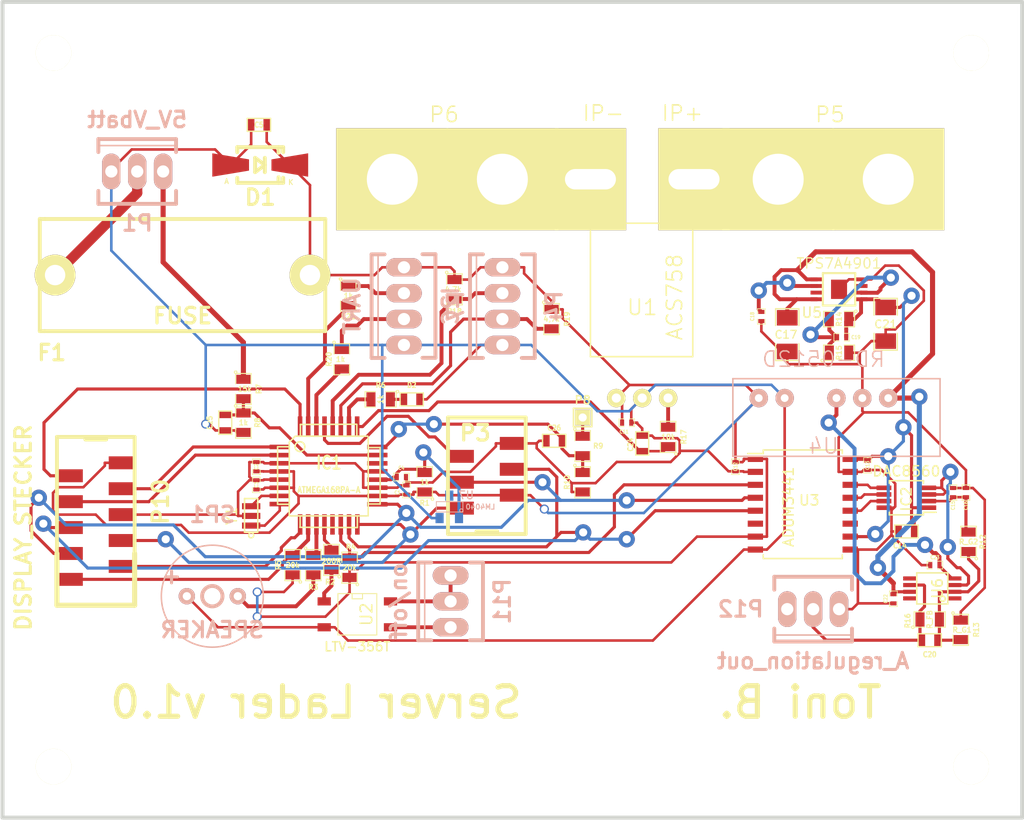
<source format=kicad_pcb>
(kicad_pcb (version 20171130) (host pcbnew "(5.1.12)-1")

  (general
    (thickness 1.6)
    (drawings 1)
    (tracks 683)
    (zones 0)
    (modules 66)
    (nets 52)
  )

  (page A4)
  (layers
    (0 F.Cu signal)
    (31 B.Cu signal)
    (32 B.Adhes user)
    (33 F.Adhes user)
    (34 B.Paste user)
    (35 F.Paste user)
    (36 B.SilkS user)
    (37 F.SilkS user)
    (38 B.Mask user)
    (39 F.Mask user)
    (40 Dwgs.User user)
    (41 Cmts.User user)
    (42 Eco1.User user)
    (43 Eco2.User user)
    (44 Edge.Cuts user)
    (45 Margin user hide)
    (46 B.CrtYd user)
    (47 F.CrtYd user)
    (48 B.Fab user)
    (49 F.Fab user)
  )

  (setup
    (last_trace_width 0.254)
    (user_trace_width 0.254)
    (user_trace_width 0.3048)
    (user_trace_width 0.381)
    (user_trace_width 0.5)
    (user_trace_width 0.508)
    (user_trace_width 1)
    (user_trace_width 10)
    (trace_clearance 0.254)
    (zone_clearance 0.508)
    (zone_45_only no)
    (trace_min 0.254)
    (via_size 0.889)
    (via_drill 0.635)
    (via_min_size 0.889)
    (via_min_drill 0.508)
    (user_via 1.6 0.8)
    (uvia_size 0.508)
    (uvia_drill 0.127)
    (uvias_allowed no)
    (uvia_min_size 0.508)
    (uvia_min_drill 0.127)
    (edge_width 0.1)
    (segment_width 0.2)
    (pcb_text_width 0.3)
    (pcb_text_size 1.5 1.5)
    (mod_edge_width 0.15)
    (mod_text_size 1 1)
    (mod_text_width 0.15)
    (pad_size 11 10)
    (pad_drill 5)
    (pad_to_mask_clearance 0)
    (aux_axis_origin 12.7 11.938)
    (grid_origin 13.462 12.065)
    (visible_elements 7FFFFFFF)
    (pcbplotparams
      (layerselection 0x00000_00000001)
      (usegerberextensions false)
      (usegerberattributes true)
      (usegerberadvancedattributes true)
      (creategerberjobfile true)
      (excludeedgelayer false)
      (linewidth 0.100000)
      (plotframeref false)
      (viasonmask false)
      (mode 1)
      (useauxorigin false)
      (hpglpennumber 1)
      (hpglpenspeed 20)
      (hpglpendiameter 15.000000)
      (psnegative false)
      (psa4output true)
      (plotreference true)
      (plotvalue true)
      (plotinvisibletext false)
      (padsonsilk false)
      (subtractmaskfromsilk false)
      (outputformat 2)
      (mirror true)
      (drillshape 1)
      (scaleselection 1)
      (outputdirectory ""))
  )

  (net 0 "")
  (net 1 VCC)
  (net 2 GND)
  (net 3 "Net-(C4-Pad1)")
  (net 4 +5VA)
  (net 5 AGND)
  (net 6 /Vref)
  (net 7 +12V)
  (net 8 "Net-(C18-Pad1)")
  (net 9 "Net-(C19-Pad2)")
  (net 10 /V_current)
  (net 11 "Net-(C20-Pad2)")
  (net 12 -12V)
  (net 13 "Net-(D2-Pad1)")
  (net 14 "Net-(F1-Pad1)")
  (net 15 "Net-(IC1-Pad8)")
  (net 16 "Net-(IC1-Pad7)")
  (net 17 /S)
  (net 18 /B)
  (net 19 /U_reserve)
  (net 20 /SCK)
  (net 21 /U_Netzteil)
  (net 22 /A)
  (net 23 "Net-(IC1-Pad31)")
  (net 24 "Net-(IC1-Pad30)")
  (net 25 /RST)
  (net 26 "Net-(IC1-Pad26)")
  (net 27 /U_Strom)
  (net 28 /RS)
  (net 29 /CSB)
  (net 30 "Net-(IC1-Pad11)")
  (net 31 "Net-(IC1-Pad12)")
  (net 32 /SS_DAC)
  (net 33 /MOSI)
  (net 34 /MISO)
  (net 35 "Net-(IC2-Pad3)")
  (net 36 "Net-(IC2-Pad5)")
  (net 37 "Net-(IC2-Pad6)")
  (net 38 "Net-(IC2-Pad7)")
  (net 39 "Net-(P1-Pad3)")
  (net 40 "Net-(P11-Pad1)")
  (net 41 "Net-(P11-Pad2)")
  (net 42 /on)
  (net 43 "Net-(R3-Pad2)")
  (net 44 "Net-(P8-Pad1)")
  (net 45 "Net-(P5-Pad1)")
  (net 46 "Net-(P6-Pad1)")
  (net 47 "Net-(R17-Pad2)")
  (net 48 /SCL)
  (net 49 /SDA)
  (net 50 "Net-(P7-Pad2)")
  (net 51 "Net-(P7-Pad3)")

  (net_class Default "Dies ist die voreingestellte Netzklasse."
    (clearance 0.254)
    (trace_width 0.254)
    (via_dia 0.889)
    (via_drill 0.635)
    (uvia_dia 0.508)
    (uvia_drill 0.127)
    (add_net +12V)
    (add_net +5VA)
    (add_net -12V)
    (add_net /A)
    (add_net /B)
    (add_net /CSB)
    (add_net /MISO)
    (add_net /MOSI)
    (add_net /RS)
    (add_net /RST)
    (add_net /S)
    (add_net /SCK)
    (add_net /SCL)
    (add_net /SDA)
    (add_net /SS_DAC)
    (add_net /U_Netzteil)
    (add_net /U_Strom)
    (add_net /U_reserve)
    (add_net /V_current)
    (add_net /Vref)
    (add_net /on)
    (add_net AGND)
    (add_net GND)
    (add_net "Net-(C18-Pad1)")
    (add_net "Net-(C19-Pad2)")
    (add_net "Net-(C20-Pad2)")
    (add_net "Net-(C4-Pad1)")
    (add_net "Net-(D2-Pad1)")
    (add_net "Net-(F1-Pad1)")
    (add_net "Net-(IC1-Pad11)")
    (add_net "Net-(IC1-Pad12)")
    (add_net "Net-(IC1-Pad26)")
    (add_net "Net-(IC1-Pad30)")
    (add_net "Net-(IC1-Pad31)")
    (add_net "Net-(IC1-Pad7)")
    (add_net "Net-(IC1-Pad8)")
    (add_net "Net-(IC2-Pad3)")
    (add_net "Net-(IC2-Pad5)")
    (add_net "Net-(IC2-Pad6)")
    (add_net "Net-(IC2-Pad7)")
    (add_net "Net-(P1-Pad3)")
    (add_net "Net-(P11-Pad1)")
    (add_net "Net-(P11-Pad2)")
    (add_net "Net-(P5-Pad1)")
    (add_net "Net-(P6-Pad1)")
    (add_net "Net-(P7-Pad2)")
    (add_net "Net-(P7-Pad3)")
    (add_net "Net-(P8-Pad1)")
    (add_net "Net-(R17-Pad2)")
    (add_net "Net-(R3-Pad2)")
    (add_net VCC)
  )

  (module Sockets_MOLEX_KK-System:Socket_MOLEX-KK-RM2-54mm_Lock_3pin_straight (layer B.Cu) (tedit 5472331E) (tstamp 546559B1)
    (at 75.692 46.482)
    (descr "Socket, MOLEX, KK, RM 2.54mm, Lock, 3pin, straight,")
    (tags "Socket, MOLEX, KK, RM 2.54mm, Lock, 3pin, straight,")
    (path /5464F2B3)
    (fp_text reference P1 (at 0 5.08) (layer B.SilkS)
      (effects (font (size 1.524 1.524) (thickness 0.3048)) (justify mirror))
    )
    (fp_text value 5V_Vbatt (at 0 -5.08) (layer B.SilkS)
      (effects (font (size 1.524 1.524) (thickness 0.3048)) (justify mirror))
    )
    (fp_line (start -3.81 -2.54) (end 3.81 -2.54) (layer B.SilkS) (width 0.15))
    (fp_line (start 3.81 -1.905) (end 3.81 -3.175) (layer B.SilkS) (width 0.381))
    (fp_line (start -3.81 1.905) (end -3.81 3.175) (layer B.SilkS) (width 0.381))
    (fp_line (start -3.81 3.175) (end 3.81 3.175) (layer B.SilkS) (width 0.381))
    (fp_line (start 3.81 3.175) (end 3.81 1.905) (layer B.SilkS) (width 0.381))
    (fp_line (start 3.81 -3.175) (end -3.81 -3.175) (layer B.SilkS) (width 0.381))
    (fp_line (start -3.81 -3.175) (end -3.81 -1.905) (layer B.SilkS) (width 0.381))
    (pad 1 thru_hole oval (at -2.54 0) (size 1.80086 3.50012) (drill 1.19888) (layers *.Cu *.Mask B.SilkS)
      (net 2 GND))
    (pad 2 thru_hole oval (at 0 0) (size 1.80086 3.50012) (drill 1.19888) (layers *.Cu *.Mask B.SilkS)
      (net 14 "Net-(F1-Pad1)"))
    (pad 3 thru_hole oval (at 2.54 0) (size 1.80086 3.50012) (drill 1.19888) (layers *.Cu *.Mask B.SilkS)
      (net 39 "Net-(P1-Pad3)"))
  )

  (module Sockets_MOLEX_KK-System:Socket_MOLEX-KK-RM2-54mm_Lock_3pin_straight (layer B.Cu) (tedit 54723302) (tstamp 7FFFFFFF)
    (at 141.986 89.408 180)
    (descr "Socket, MOLEX, KK, RM 2.54mm, Lock, 3pin, straight,")
    (tags "Socket, MOLEX, KK, RM 2.54mm, Lock, 3pin, straight,")
    (path /5465D981)
    (fp_text reference P12 (at 7.112 0 180) (layer B.SilkS)
      (effects (font (size 1.524 1.524) (thickness 0.3048)) (justify mirror))
    )
    (fp_text value A_regulation_out (at 0 -5.08 180) (layer B.SilkS)
      (effects (font (size 1.524 1.524) (thickness 0.3048)) (justify mirror))
    )
    (fp_line (start -3.81 -2.54) (end 3.81 -2.54) (layer B.SilkS) (width 0.15))
    (fp_line (start 3.81 -1.905) (end 3.81 -3.175) (layer B.SilkS) (width 0.381))
    (fp_line (start -3.81 1.905) (end -3.81 3.175) (layer B.SilkS) (width 0.381))
    (fp_line (start -3.81 3.175) (end 3.81 3.175) (layer B.SilkS) (width 0.381))
    (fp_line (start 3.81 3.175) (end 3.81 1.905) (layer B.SilkS) (width 0.381))
    (fp_line (start 3.81 -3.175) (end -3.81 -3.175) (layer B.SilkS) (width 0.381))
    (fp_line (start -3.81 -3.175) (end -3.81 -1.905) (layer B.SilkS) (width 0.381))
    (pad 1 thru_hole oval (at -2.54 0 180) (size 1.80086 3.50012) (drill 1.19888) (layers *.Cu *.Mask B.SilkS)
      (net 5 AGND))
    (pad 2 thru_hole oval (at 0 0 180) (size 1.80086 3.50012) (drill 1.19888) (layers *.Cu *.Mask B.SilkS)
      (net 10 /V_current))
    (pad 3 thru_hole oval (at 2.54 0 180) (size 1.80086 3.50012) (drill 1.19888) (layers *.Cu *.Mask B.SilkS))
  )

  (module Sockets_MOLEX_KK-System:Socket_MOLEX-KK-RM2-54mm_Lock_3pin_straight (layer B.Cu) (tedit 7FFFFFFF) (tstamp 546559DC)
    (at 106.426 88.646 90)
    (descr "Socket, MOLEX, KK, RM 2.54mm, Lock, 3pin, straight,")
    (tags "Socket, MOLEX, KK, RM 2.54mm, Lock, 3pin, straight,")
    (path /5465CFD0)
    (fp_text reference P11 (at 0 5.08 90) (layer B.SilkS)
      (effects (font (size 1.524 1.524) (thickness 0.3048)) (justify mirror))
    )
    (fp_text value on/off (at 0 -5.08 90) (layer B.SilkS)
      (effects (font (size 1.524 1.524) (thickness 0.3048)) (justify mirror))
    )
    (fp_line (start -3.81 -2.54) (end 3.81 -2.54) (layer B.SilkS) (width 0.15))
    (fp_line (start 3.81 -1.905) (end 3.81 -3.175) (layer B.SilkS) (width 0.381))
    (fp_line (start -3.81 1.905) (end -3.81 3.175) (layer B.SilkS) (width 0.381))
    (fp_line (start -3.81 3.175) (end 3.81 3.175) (layer B.SilkS) (width 0.381))
    (fp_line (start 3.81 3.175) (end 3.81 1.905) (layer B.SilkS) (width 0.381))
    (fp_line (start 3.81 -3.175) (end -3.81 -3.175) (layer B.SilkS) (width 0.381))
    (fp_line (start -3.81 -3.175) (end -3.81 -1.905) (layer B.SilkS) (width 0.381))
    (pad 1 thru_hole oval (at -2.54 0 90) (size 1.80086 3.50012) (drill 1.19888) (layers *.Cu *.Mask B.SilkS)
      (net 40 "Net-(P11-Pad1)"))
    (pad 2 thru_hole oval (at 0 0 90) (size 1.80086 3.50012) (drill 1.19888) (layers *.Cu *.Mask B.SilkS)
      (net 41 "Net-(P11-Pad2)"))
    (pad 3 thru_hole oval (at 2.54 0 90) (size 1.80086 3.50012) (drill 1.19888) (layers *.Cu *.Mask B.SilkS)
      (net 41 "Net-(P11-Pad2)"))
  )

  (module Sockets_MOLEX_KK-System:Socket_MOLEX-KK-RM2-54mm_Lock_4pin_straight (layer B.Cu) (tedit 547232CB) (tstamp 546559C3)
    (at 111.506 59.69 90)
    (descr "Socket, MOLEX, KK, RM 2.54mm, Lock, 4pin, straight,")
    (tags "Socket, MOLEX, KK, RM 2.54mm, Lock, 4pin, straight,")
    (path /546575D6)
    (fp_text reference P4 (at 0 5.08 90) (layer B.SilkS)
      (effects (font (size 1.524 1.524) (thickness 0.3048)) (justify mirror))
    )
    (fp_text value I2C (at 0 -5.08 90) (layer B.SilkS)
      (effects (font (size 1.524 1.524) (thickness 0.3048)) (justify mirror))
    )
    (fp_line (start -5.08 -2.54) (end 5.08 -2.54) (layer B.SilkS) (width 0.15))
    (fp_line (start 5.08 -1.905) (end 5.08 -3.175) (layer B.SilkS) (width 0.381))
    (fp_line (start -5.08 1.905) (end -5.08 3.175) (layer B.SilkS) (width 0.381))
    (fp_line (start -5.08 3.175) (end 5.08 3.175) (layer B.SilkS) (width 0.381))
    (fp_line (start 5.08 3.175) (end 5.08 1.905) (layer B.SilkS) (width 0.381))
    (fp_line (start 5.08 -3.175) (end -5.08 -3.175) (layer B.SilkS) (width 0.381))
    (fp_line (start -5.08 -3.175) (end -5.08 -1.905) (layer B.SilkS) (width 0.381))
    (pad 1 thru_hole oval (at -3.81 0 90) (size 1.80086 3.50012) (drill 1.19888) (layers *.Cu *.Mask B.SilkS)
      (net 2 GND))
    (pad 2 thru_hole oval (at -1.27 0 90) (size 1.80086 3.50012) (drill 1.19888) (layers *.Cu *.Mask B.SilkS)
      (net 49 /SDA))
    (pad 3 thru_hole oval (at 1.27 0 90) (size 1.80086 3.50012) (drill 1.19888) (layers *.Cu *.Mask B.SilkS)
      (net 48 /SCL))
    (pad 4 thru_hole oval (at 3.81 0 90) (size 1.80086 3.50012) (drill 1.19888) (layers *.Cu *.Mask B.SilkS)
      (net 1 VCC))
  )

  (module Sockets_MOLEX_KK-System:Socket_MOLEX-KK-RM2-54mm_Lock_4pin_straight (layer B.Cu) (tedit 5472329E) (tstamp 546559CB)
    (at 101.854 59.69 90)
    (descr "Socket, MOLEX, KK, RM 2.54mm, Lock, 4pin, straight,")
    (tags "Socket, MOLEX, KK, RM 2.54mm, Lock, 4pin, straight,")
    (path /545FBACF)
    (fp_text reference P7 (at 0 5.08 90) (layer B.SilkS)
      (effects (font (size 1.524 1.524) (thickness 0.3048)) (justify mirror))
    )
    (fp_text value UART (at 0 -5.08 90) (layer B.SilkS)
      (effects (font (size 1.524 1.524) (thickness 0.3048)) (justify mirror))
    )
    (fp_line (start -5.08 -2.54) (end 5.08 -2.54) (layer B.SilkS) (width 0.15))
    (fp_line (start -5.0673 3.0861) (end -5.0673 1.8161) (layer B.SilkS) (width 0.381))
    (fp_line (start 5.0927 3.0861) (end -5.0673 3.0861) (layer B.SilkS) (width 0.381))
    (fp_line (start 5.0927 1.8161) (end 5.0927 3.0861) (layer B.SilkS) (width 0.381))
    (fp_line (start 5.08 -1.905) (end 5.08 -3.175) (layer B.SilkS) (width 0.381))
    (fp_line (start 5.08 -3.175) (end -5.08 -3.175) (layer B.SilkS) (width 0.381))
    (fp_line (start -5.08 -3.175) (end -5.08 -1.905) (layer B.SilkS) (width 0.381))
    (pad 1 thru_hole oval (at -3.81 0 90) (size 1.80086 3.50012) (drill 1.19888) (layers *.Cu *.Mask B.SilkS)
      (net 2 GND))
    (pad 2 thru_hole oval (at -1.27 0 90) (size 1.80086 3.50012) (drill 1.19888) (layers *.Cu *.Mask B.SilkS)
      (net 50 "Net-(P7-Pad2)"))
    (pad 3 thru_hole oval (at 1.27 0 90) (size 1.80086 3.50012) (drill 1.19888) (layers *.Cu *.Mask B.SilkS)
      (net 51 "Net-(P7-Pad3)"))
    (pad 4 thru_hole oval (at 3.81 0 90) (size 1.80086 3.50012) (drill 1.19888) (layers *.Cu *.Mask B.SilkS)
      (net 1 VCC))
  )

  (module SMD_Packages:SMD-0402 (layer F.Cu) (tedit 54722FB0) (tstamp 546558CE)
    (at 102.108 77.724 90)
    (path /5462A945)
    (attr smd)
    (fp_text reference C1 (at -0.254 -0.889 180) (layer F.SilkS)
      (effects (font (size 0.35052 0.3048) (thickness 0.07112)))
    )
    (fp_text value 100nF (at 0.09906 0 90) (layer F.SilkS) hide
      (effects (font (size 0.35052 0.3048) (thickness 0.07112)))
    )
    (fp_line (start -0.254 -0.381) (end -0.762 -0.381) (layer F.SilkS) (width 0.07112))
    (fp_line (start -0.762 -0.381) (end -0.762 0.381) (layer F.SilkS) (width 0.07112))
    (fp_line (start -0.762 0.381) (end -0.254 0.381) (layer F.SilkS) (width 0.07112))
    (fp_line (start 0.254 -0.381) (end 0.762 -0.381) (layer F.SilkS) (width 0.07112))
    (fp_line (start 0.762 -0.381) (end 0.762 0.381) (layer F.SilkS) (width 0.07112))
    (fp_line (start 0.762 0.381) (end 0.254 0.381) (layer F.SilkS) (width 0.07112))
    (pad 1 smd rect (at -0.44958 0 90) (size 0.39878 0.59944) (layers F.Cu F.Paste F.Mask)
      (net 1 VCC))
    (pad 2 smd rect (at 0.44958 0 90) (size 0.39878 0.59944) (layers F.Cu F.Paste F.Mask)
      (net 2 GND))
    (model smd\chip_cms.wrl
      (offset (xyz 0 0 0.05079999923706055))
      (scale (xyz 0.05 0.05 0.05))
      (rotate (xyz 0 0 0))
    )
  )

  (module SMD_Packages:SMD-0402 (layer F.Cu) (tedit 54655802) (tstamp 546558D4)
    (at 87.376 75.438 90)
    (path /5462AC6A)
    (attr smd)
    (fp_text reference C2 (at 0 0 90) (layer F.SilkS)
      (effects (font (size 0.35052 0.3048) (thickness 0.07112)))
    )
    (fp_text value 100nF (at 0.09906 0 90) (layer F.SilkS) hide
      (effects (font (size 0.35052 0.3048) (thickness 0.07112)))
    )
    (fp_line (start -0.254 -0.381) (end -0.762 -0.381) (layer F.SilkS) (width 0.07112))
    (fp_line (start -0.762 -0.381) (end -0.762 0.381) (layer F.SilkS) (width 0.07112))
    (fp_line (start -0.762 0.381) (end -0.254 0.381) (layer F.SilkS) (width 0.07112))
    (fp_line (start 0.254 -0.381) (end 0.762 -0.381) (layer F.SilkS) (width 0.07112))
    (fp_line (start 0.762 -0.381) (end 0.762 0.381) (layer F.SilkS) (width 0.07112))
    (fp_line (start 0.762 0.381) (end 0.254 0.381) (layer F.SilkS) (width 0.07112))
    (pad 1 smd rect (at -0.44958 0 90) (size 0.39878 0.59944) (layers F.Cu F.Paste F.Mask)
      (net 1 VCC))
    (pad 2 smd rect (at 0.44958 0 90) (size 0.39878 0.59944) (layers F.Cu F.Paste F.Mask)
      (net 2 GND))
    (model smd\chip_cms.wrl
      (offset (xyz 0 0 0.05079999923706055))
      (scale (xyz 0.05 0.05 0.05))
      (rotate (xyz 0 0 0))
    )
  )

  (module SMD_Packages:SMD-0402 (layer F.Cu) (tedit 54655802) (tstamp 546558DA)
    (at 87.376 77.216 90)
    (path /5462AD56)
    (attr smd)
    (fp_text reference C3 (at 0 0 90) (layer F.SilkS)
      (effects (font (size 0.35052 0.3048) (thickness 0.07112)))
    )
    (fp_text value 100nF (at 0.09906 0 90) (layer F.SilkS) hide
      (effects (font (size 0.35052 0.3048) (thickness 0.07112)))
    )
    (fp_line (start -0.254 -0.381) (end -0.762 -0.381) (layer F.SilkS) (width 0.07112))
    (fp_line (start -0.762 -0.381) (end -0.762 0.381) (layer F.SilkS) (width 0.07112))
    (fp_line (start -0.762 0.381) (end -0.254 0.381) (layer F.SilkS) (width 0.07112))
    (fp_line (start 0.254 -0.381) (end 0.762 -0.381) (layer F.SilkS) (width 0.07112))
    (fp_line (start 0.762 -0.381) (end 0.762 0.381) (layer F.SilkS) (width 0.07112))
    (fp_line (start 0.762 0.381) (end 0.254 0.381) (layer F.SilkS) (width 0.07112))
    (pad 1 smd rect (at -0.44958 0 90) (size 0.39878 0.59944) (layers F.Cu F.Paste F.Mask)
      (net 1 VCC))
    (pad 2 smd rect (at 0.44958 0 90) (size 0.39878 0.59944) (layers F.Cu F.Paste F.Mask)
      (net 2 GND))
    (model smd\chip_cms.wrl
      (offset (xyz 0 0 0.05079999923706055))
      (scale (xyz 0.05 0.05 0.05))
      (rotate (xyz 0 0 0))
    )
  )

  (module SMD_Packages:SMD-0402 (layer F.Cu) (tedit 54722FB4) (tstamp 546558)
    (at 101.6 76.454)
    (path /545FE861)
    (attr smd)
    (fp_text reference C4 (at 0 -0.889) (layer F.SilkS)
      (effects (font (size 0.35052 0.3048) (thickness 0.07112)))
    )
    (fp_text value 100nF (at 0.09906 0) (layer F.SilkS) hide
      (effects (font (size 0.35052 0.3048) (thickness 0.07112)))
    )
    (fp_line (start -0.254 -0.381) (end -0.762 -0.381) (layer F.SilkS) (width 0.07112))
    (fp_line (start -0.762 -0.381) (end -0.762 0.381) (layer F.SilkS) (width 0.07112))
    (fp_line (start -0.762 0.381) (end -0.254 0.381) (layer F.SilkS) (width 0.07112))
    (fp_line (start 0.254 -0.381) (end 0.762 -0.381) (layer F.SilkS) (width 0.07112))
    (fp_line (start 0.762 -0.381) (end 0.762 0.381) (layer F.SilkS) (width 0.07112))
    (fp_line (start 0.762 0.381) (end 0.254 0.381) (layer F.SilkS) (width 0.07112))
    (pad 1 smd rect (at -0.44958 0) (size 0.39878 0.59944) (layers F.Cu F.Paste F.Mask)
      (net 3 "Net-(C4-Pad1)"))
    (pad 2 smd rect (at 0.44958 0) (size 0.39878 0.59944) (layers F.Cu F.Paste F.Mask)
      (net 2 GND))
    (model smd\chip_cms.wrl
      (offset (xyz 0 0 0.05079999923706055))
      (scale (xyz 0.05 0.05 0.05))
      (rotate (xyz 0 0 0))
    )
  )

  (module SMD_Packages:SMD-0603 (layer F.Cu) (tedit 54655802) (tstamp 7FFFFFFF)
    (at 87.63 41.91 180)
    (path /5462AB07)
    (attr smd)
    (fp_text reference C5 (at 0 0 180) (layer F.SilkS)
      (effects (font (size 0.508 0.4572) (thickness 0.1143)))
    )
    (fp_text value 1uF (at 0 0 180) (layer F.SilkS) hide
      (effects (font (size 0.508 0.4572) (thickness 0.1143)))
    )
    (fp_line (start -1.143 -0.635) (end 1.143 -0.635) (layer F.SilkS) (width 0.127))
    (fp_line (start 1.143 -0.635) (end 1.143 0.635) (layer F.SilkS) (width 0.127))
    (fp_line (start 1.143 0.635) (end -1.143 0.635) (layer F.SilkS) (width 0.127))
    (fp_line (start -1.143 0.635) (end -1.143 -0.635) (layer F.SilkS) (width 0.127))
    (pad 1 smd rect (at -0.762 0 180) (size 0.635 1.143) (layers F.Cu F.Paste F.Mask)
      (net 1 VCC))
    (pad 2 smd rect (at 0.762 0 180) (size 0.635 1.143) (layers F.Cu F.Paste F.Mask)
      (net 2 GND))
    (model smd\resistors\R0603.wrl
      (offset (xyz 0 0 0.02539999961853028))
      (scale (xyz 0.5 0.5 0.5))
      (rotate (xyz 0 0 0))
    )
  )

  (module SMD_Packages:SMD-0402 (layer F.Cu) (tedit 5472305B) (tstamp 5465590A)
    (at 123.698 71.12)
    (path /54656004)
    (attr smd)
    (fp_text reference C11 (at -0.254 0.889) (layer F.SilkS)
      (effects (font (size 0.35052 0.3048) (thickness 0.07112)))
    )
    (fp_text value 100nF (at 0.09906 0) (layer F.SilkS) hide
      (effects (font (size 0.35052 0.3048) (thickness 0.07112)))
    )
    (fp_line (start -0.254 -0.381) (end -0.762 -0.381) (layer F.SilkS) (width 0.07112))
    (fp_line (start -0.762 -0.381) (end -0.762 0.381) (layer F.SilkS) (width 0.07112))
    (fp_line (start -0.762 0.381) (end -0.254 0.381) (layer F.SilkS) (width 0.07112))
    (fp_line (start 0.254 -0.381) (end 0.762 -0.381) (layer F.SilkS) (width 0.07112))
    (fp_line (start 0.762 -0.381) (end 0.762 0.381) (layer F.SilkS) (width 0.07112))
    (fp_line (start 0.762 0.381) (end 0.254 0.381) (layer F.SilkS) (width 0.07112))
    (pad 1 smd rect (at -0.44958 0) (size 0.39878 0.59944) (layers F.Cu F.Paste F.Mask)
      (net 1 VCC))
    (pad 2 smd rect (at 0.44958 0) (size 0.39878 0.59944) (layers F.Cu F.Paste F.Mask)
      (net 2 GND))
    (model smd\chip_cms.wrl
      (offset (xyz 0 0 0.05079999923706055))
      (scale (xyz 0.05 0.05 0.05))
      (rotate (xyz 0 0 0))
    )
  )

  (module SMD_Packages:SMD-0402 (layer F.Cu) (tedit 54655802) (tstamp 54655910)
    (at 134.366 75.438 270)
    (path /54641D95)
    (attr smd)
    (fp_text reference C12 (at 0 0 270) (layer F.SilkS)
      (effects (font (size 0.35052 0.3048) (thickness 0.07112)))
    )
    (fp_text value 100nF (at 0.09906 0 270) (layer F.SilkS) hide
      (effects (font (size 0.35052 0.3048) (thickness 0.07112)))
    )
    (fp_line (start -0.254 -0.381) (end -0.762 -0.381) (layer F.SilkS) (width 0.07112))
    (fp_line (start -0.762 -0.381) (end -0.762 0.381) (layer F.SilkS) (width 0.07112))
    (fp_line (start -0.762 0.381) (end -0.254 0.381) (layer F.SilkS) (width 0.07112))
    (fp_line (start 0.254 -0.381) (end 0.762 -0.381) (layer F.SilkS) (width 0.07112))
    (fp_line (start 0.762 -0.381) (end 0.762 0.381) (layer F.SilkS) (width 0.07112))
    (fp_line (start 0.762 0.381) (end 0.254 0.381) (layer F.SilkS) (width 0.07112))
    (pad 1 smd rect (at -0.44958 0 270) (size 0.39878 0.59944) (layers F.Cu F.Paste F.Mask)
      (net 1 VCC))
    (pad 2 smd rect (at 0.44958 0 270) (size 0.39878 0.59944) (layers F.Cu F.Paste F.Mask)
      (net 2 GND))
    (model smd\chip_cms.wrl
      (offset (xyz 0 0 0.05079999923706055))
      (scale (xyz 0.05 0.05 0.05))
      (rotate (xyz 0 0 0))
    )
  )

  (module SMD_Packages:SMD-0402 (layer F.Cu) (tedit 54655802) (tstamp 54655916)
    (at 147.32 75.311 270)
    (path /54641FE6)
    (attr smd)
    (fp_text reference C13 (at 0 0 270) (layer F.SilkS)
      (effects (font (size 0.35052 0.3048) (thickness 0.07112)))
    )
    (fp_text value 100nF (at 0.09906 0 270) (layer F.SilkS) hide
      (effects (font (size 0.35052 0.3048) (thickness 0.07112)))
    )
    (fp_line (start -0.254 -0.381) (end -0.762 -0.381) (layer F.SilkS) (width 0.07112))
    (fp_line (start -0.762 -0.381) (end -0.762 0.381) (layer F.SilkS) (width 0.07112))
    (fp_line (start -0.762 0.381) (end -0.254 0.381) (layer F.SilkS) (width 0.07112))
    (fp_line (start 0.254 -0.381) (end 0.762 -0.381) (layer F.SilkS) (width 0.07112))
    (fp_line (start 0.762 -0.381) (end 0.762 0.381) (layer F.SilkS) (width 0.07112))
    (fp_line (start 0.762 0.381) (end 0.254 0.381) (layer F.SilkS) (width 0.07112))
    (pad 1 smd rect (at -0.44958 0 270) (size 0.39878 0.59944) (layers F.Cu F.Paste F.Mask)
      (net 4 +5VA))
    (pad 2 smd rect (at 0.44958 0 270) (size 0.39878 0.59944) (layers F.Cu F.Paste F.Mask)
      (net 5 AGND))
    (model smd\chip_cms.wrl
      (offset (xyz 0 0 0.05079999923706055))
      (scale (xyz 0.05 0.05 0.05))
      (rotate (xyz 0 0 0))
    )
  )

  (module SMD_Packages:SMD-0603 (layer F.Cu) (tedit 54722DC0) (tstamp 5465591C)
    (at 151.13 81.788 180)
    (path /5462C075)
    (attr smd)
    (fp_text reference C14 (at 0.635 -1.397 180) (layer F.SilkS)
      (effects (font (size 0.508 0.4572) (thickness 0.1143)))
    )
    (fp_text value 1uF (at 0 0 180) (layer F.SilkS) hide
      (effects (font (size 0.508 0.4572) (thickness 0.1143)))
    )
    (fp_line (start -1.143 -0.635) (end 1.143 -0.635) (layer F.SilkS) (width 0.127))
    (fp_line (start 1.143 -0.635) (end 1.143 0.635) (layer F.SilkS) (width 0.127))
    (fp_line (start 1.143 0.635) (end -1.143 0.635) (layer F.SilkS) (width 0.127))
    (fp_line (start -1.143 0.635) (end -1.143 -0.635) (layer F.SilkS) (width 0.127))
    (pad 1 smd rect (at -0.762 0 180) (size 0.635 1.143) (layers F.Cu F.Paste F.Mask)
      (net 4 +5VA))
    (pad 2 smd rect (at 0.762 0 180) (size 0.635 1.143) (layers F.Cu F.Paste F.Mask)
      (net 5 AGND))
    (model smd\resistors\R0603.wrl
      (offset (xyz 0 0 0.02539999961853028))
      (scale (xyz 0.5 0.5 0.5))
      (rotate (xyz 0 0 0))
    )
  )

  (module SMD_Packages:SMD-0402 (layer F.Cu) (tedit 54722D9B) (tstamp 54655922)
    (at 155.702 77.978 90)
    (path /5462C429)
    (attr smd)
    (fp_text reference C15 (at -1.27 0 90) (layer F.SilkS)
      (effects (font (size 0.35052 0.3048) (thickness 0.07112)))
    )
    (fp_text value 100nF (at 0.09906 0 90) (layer F.SilkS) hide
      (effects (font (size 0.35052 0.3048) (thickness 0.07112)))
    )
    (fp_line (start -0.254 -0.381) (end -0.762 -0.381) (layer F.SilkS) (width 0.07112))
    (fp_line (start -0.762 -0.381) (end -0.762 0.381) (layer F.SilkS) (width 0.07112))
    (fp_line (start -0.762 0.381) (end -0.254 0.381) (layer F.SilkS) (width 0.07112))
    (fp_line (start 0.254 -0.381) (end 0.762 -0.381) (layer F.SilkS) (width 0.07112))
    (fp_line (start 0.762 -0.381) (end 0.762 0.381) (layer F.SilkS) (width 0.07112))
    (fp_line (start 0.762 0.381) (end 0.254 0.381) (layer F.SilkS) (width 0.07112))
    (pad 1 smd rect (at -0.44958 0 90) (size 0.39878 0.59944) (layers F.Cu F.Paste F.Mask)
      (net 6 /Vref))
    (pad 2 smd rect (at 0.44958 0 90) (size 0.39878 0.59944) (layers F.Cu F.Paste F.Mask)
      (net 5 AGND))
    (model smd\chip_cms.wrl
      (offset (xyz 0 0 0.05079999923706055))
      (scale (xyz 0.05 0.05 0.05))
      (rotate (xyz 0 0 0))
    )
  )

  (module SMD_Packages:SMD-0402 (layer F.Cu) (tedit 54722D9D) (tstamp 54655928)
    (at 156.972 77.978 90)
    (path /5462C2DF)
    (attr smd)
    (fp_text reference C16 (at -1.27 0 90) (layer F.SilkS)
      (effects (font (size 0.35052 0.3048) (thickness 0.07112)))
    )
    (fp_text value 100nF (at 0.09906 0 90) (layer F.SilkS) hide
      (effects (font (size 0.35052 0.3048) (thickness 0.07112)))
    )
    (fp_line (start -0.254 -0.381) (end -0.762 -0.381) (layer F.SilkS) (width 0.07112))
    (fp_line (start -0.762 -0.381) (end -0.762 0.381) (layer F.SilkS) (width 0.07112))
    (fp_line (start -0.762 0.381) (end -0.254 0.381) (layer F.SilkS) (width 0.07112))
    (fp_line (start 0.254 -0.381) (end 0.762 -0.381) (layer F.SilkS) (width 0.07112))
    (fp_line (start 0.762 -0.381) (end 0.762 0.381) (layer F.SilkS) (width 0.07112))
    (fp_line (start 0.762 0.381) (end 0.254 0.381) (layer F.SilkS) (width 0.07112))
    (pad 1 smd rect (at -0.44958 0 90) (size 0.39878 0.59944) (layers F.Cu F.Paste F.Mask)
      (net 6 /Vref))
    (pad 2 smd rect (at 0.44958 0 90) (size 0.39878 0.59944) (layers F.Cu F.Paste F.Mask)
      (net 5 AGND))
    (model smd\chip_cms.wrl
      (offset (xyz 0 0 0.05079999923706055))
      (scale (xyz 0.05 0.05 0.05))
      (rotate (xyz 0 0 0))
    )
  )

  (module SMD_Packages:SMD-1206 (layer F.Cu) (tedit 54722D06) (tstamp 54677A16)
    (at 139.446 62.484 270)
    (path /5462A271)
    (attr smd)
    (fp_text reference C17 (at 0 0.127) (layer F.SilkS)
      (effects (font (size 0.762 0.762) (thickness 0.127)))
    )
    (fp_text value 10uF (at 0 0 270) (layer F.SilkS) hide
      (effects (font (size 0.762 0.762) (thickness 0.127)))
    )
    (fp_line (start -2.54 -1.143) (end -2.54 1.143) (layer F.SilkS) (width 0.127))
    (fp_line (start -2.54 1.143) (end -0.889 1.143) (layer F.SilkS) (width 0.127))
    (fp_line (start 0.889 -1.143) (end 2.54 -1.143) (layer F.SilkS) (width 0.127))
    (fp_line (start 2.54 -1.143) (end 2.54 1.143) (layer F.SilkS) (width 0.127))
    (fp_line (start 2.54 1.143) (end 0.889 1.143) (layer F.SilkS) (width 0.127))
    (fp_line (start -0.889 -1.143) (end -2.54 -1.143) (layer F.SilkS) (width 0.127))
    (pad 1 smd rect (at -1.651 0 270) (size 1.524 2.032) (layers F.Cu F.Paste F.Mask)
      (net 7 +12V))
    (pad 2 smd rect (at 1.651 0 270) (size 1.524 2.032) (layers F.Cu F.Paste F.Mask)
      (net 5 AGND))
    (model smd/chip_cms.wrl
      (at (xyz 0 0 0))
      (scale (xyz 0.17 0.16 0.16))
      (rotate (xyz 0 0 0))
    )
  )

  (module SMD_Packages:SMD-0402 (layer F.Cu) (tedit 54722CFE) (tstamp 54655934)
    (at 136.906 60.706 270)
    (path /5462A0B7)
    (attr smd)
    (fp_text reference C18 (at 0 0.889 270) (layer F.SilkS)
      (effects (font (size 0.35052 0.3048) (thickness 0.07112)))
    )
    (fp_text value 10nF (at 0.09906 0 270) (layer F.SilkS) hide
      (effects (font (size 0.35052 0.3048) (thickness 0.07112)))
    )
    (fp_line (start -0.254 -0.381) (end -0.762 -0.381) (layer F.SilkS) (width 0.07112))
    (fp_line (start -0.762 -0.381) (end -0.762 0.381) (layer F.SilkS) (width 0.07112))
    (fp_line (start -0.762 0.381) (end -0.254 0.381) (layer F.SilkS) (width 0.07112))
    (fp_line (start 0.254 -0.381) (end 0.762 -0.381) (layer F.SilkS) (width 0.07112))
    (fp_line (start 0.762 -0.381) (end 0.762 0.381) (layer F.SilkS) (width 0.07112))
    (fp_line (start 0.762 0.381) (end 0.254 0.381) (layer F.SilkS) (width 0.07112))
    (pad 1 smd rect (at -0.44958 0 270) (size 0.39878 0.59944) (layers F.Cu F.Paste F.Mask)
      (net 8 "Net-(C18-Pad1)"))
    (pad 2 smd rect (at 0.44958 0 270) (size 0.39878 0.59944) (layers F.Cu F.Paste F.Mask)
      (net 5 AGND))
    (model smd\chip_cms.wrl
      (offset (xyz 0 0 0.05079999923706055))
      (scale (xyz 0.05 0.05 0.05))
      (rotate (xyz 0 0 0))
    )
  )

  (module SMD_Packages:SMD-0402 (layer F.Cu) (tedit 54722D0F) (tstamp 546778F1)
    (at 144.78 62.738 180)
    (path /54629CFA)
    (attr smd)
    (fp_text reference C19 (at -1.397 0 180) (layer F.SilkS)
      (effects (font (size 0.35052 0.3048) (thickness 0.07112)))
    )
    (fp_text value 10nF (at 0.09906 0 180) (layer F.SilkS) hide
      (effects (font (size 0.35052 0.3048) (thickness 0.07112)))
    )
    (fp_line (start -0.254 -0.381) (end -0.762 -0.381) (layer F.SilkS) (width 0.07112))
    (fp_line (start -0.762 -0.381) (end -0.762 0.381) (layer F.SilkS) (width 0.07112))
    (fp_line (start -0.762 0.381) (end -0.254 0.381) (layer F.SilkS) (width 0.07112))
    (fp_line (start 0.254 -0.381) (end 0.762 -0.381) (layer F.SilkS) (width 0.07112))
    (fp_line (start 0.762 -0.381) (end 0.762 0.381) (layer F.SilkS) (width 0.07112))
    (fp_line (start 0.762 0.381) (end 0.254 0.381) (layer F.SilkS) (width 0.07112))
    (pad 1 smd rect (at -0.44958 0 180) (size 0.39878 0.59944) (layers F.Cu F.Paste F.Mask)
      (net 4 +5VA))
    (pad 2 smd rect (at 0.44958 0 180) (size 0.39878 0.59944) (layers F.Cu F.Paste F.Mask)
      (net 9 "Net-(C19-Pad2)"))
    (model smd\chip_cms.wrl
      (offset (xyz 0 0 0.05079999923706055))
      (scale (xyz 0.05 0.05 0.05))
      (rotate (xyz 0 0 0))
    )
  )

  (module SMD_Packages:SMD-0603 (layer F.Cu) (tedit 54722DD6) (tstamp 54655940)
    (at 153.416 92.456)
    (path /546609C8)
    (attr smd)
    (fp_text reference C20 (at 0 1.397) (layer F.SilkS)
      (effects (font (size 0.508 0.4572) (thickness 0.1143)))
    )
    (fp_text value C_comp (at 0 0) (layer F.SilkS) hide
      (effects (font (size 0.508 0.4572) (thickness 0.1143)))
    )
    (fp_line (start -1.143 -0.635) (end 1.143 -0.635) (layer F.SilkS) (width 0.127))
    (fp_line (start 1.143 -0.635) (end 1.143 0.635) (layer F.SilkS) (width 0.127))
    (fp_line (start 1.143 0.635) (end -1.143 0.635) (layer F.SilkS) (width 0.127))
    (fp_line (start -1.143 0.635) (end -1.143 -0.635) (layer F.SilkS) (width 0.127))
    (pad 1 smd rect (at -0.762 0) (size 0.635 1.143) (layers F.Cu F.Paste F.Mask)
      (net 10 /V_current))
    (pad 2 smd rect (at 0.762 0) (size 0.635 1.143) (layers F.Cu F.Paste F.Mask)
      (net 11 "Net-(C20-Pad2)"))
    (model smd\resistors\R0603.wrl
      (offset (xyz 0 0 0.02539999961853028))
      (scale (xyz 0.5 0.5 0.5))
      (rotate (xyz 0 0 0))
    )
  )

  (module SMD_Packages:SMD-1206 (layer F.Cu) (tedit 54722D1D) (tstamp 54655946)
    (at 149.098 61.468 270)
    (path /5462A430)
    (attr smd)
    (fp_text reference C21 (at 0 0) (layer F.SilkS)
      (effects (font (size 0.762 0.762) (thickness 0.127)))
    )
    (fp_text value 10uF (at 0 0 270) (layer F.SilkS) hide
      (effects (font (size 0.762 0.762) (thickness 0.127)))
    )
    (fp_line (start -2.54 -1.143) (end -2.54 1.143) (layer F.SilkS) (width 0.127))
    (fp_line (start -2.54 1.143) (end -0.889 1.143) (layer F.SilkS) (width 0.127))
    (fp_line (start 0.889 -1.143) (end 2.54 -1.143) (layer F.SilkS) (width 0.127))
    (fp_line (start 2.54 -1.143) (end 2.54 1.143) (layer F.SilkS) (width 0.127))
    (fp_line (start 2.54 1.143) (end 0.889 1.143) (layer F.SilkS) (width 0.127))
    (fp_line (start -0.889 -1.143) (end -2.54 -1.143) (layer F.SilkS) (width 0.127))
    (pad 1 smd rect (at -1.651 0 270) (size 1.524 2.032) (layers F.Cu F.Paste F.Mask)
      (net 4 +5VA))
    (pad 2 smd rect (at 1.651 0 270) (size 1.524 2.032) (layers F.Cu F.Paste F.Mask)
      (net 5 AGND))
    (model smd/chip_cms.wrl
      (at (xyz 0 0 0))
      (scale (xyz 0.17 0.16 0.16))
      (rotate (xyz 0 0 0))
    )
  )

  (module SMD_Packages:SMD-0402 (layer F.Cu) (tedit 54722DE7) (tstamp 5465594C)
    (at 149.86 88.392 270)
    (path /5465C97B)
    (attr smd)
    (fp_text reference C22 (at 0 0.762 270) (layer F.SilkS)
      (effects (font (size 0.35052 0.3048) (thickness 0.07112)))
    )
    (fp_text value 100nF (at 0.09906 0 270) (layer F.SilkS) hide
      (effects (font (size 0.35052 0.3048) (thickness 0.07112)))
    )
    (fp_line (start -0.254 -0.381) (end -0.762 -0.381) (layer F.SilkS) (width 0.07112))
    (fp_line (start -0.762 -0.381) (end -0.762 0.381) (layer F.SilkS) (width 0.07112))
    (fp_line (start -0.762 0.381) (end -0.254 0.381) (layer F.SilkS) (width 0.07112))
    (fp_line (start 0.254 -0.381) (end 0.762 -0.381) (layer F.SilkS) (width 0.07112))
    (fp_line (start 0.762 -0.381) (end 0.762 0.381) (layer F.SilkS) (width 0.07112))
    (fp_line (start 0.762 0.381) (end 0.254 0.381) (layer F.SilkS) (width 0.07112))
    (pad 1 smd rect (at -0.44958 0 270) (size 0.39878 0.59944) (layers F.Cu F.Paste F.Mask)
      (net 7 +12V))
    (pad 2 smd rect (at 0.44958 0 270) (size 0.39878 0.59944) (layers F.Cu F.Paste F.Mask)
      (net 5 AGND))
    (model smd\chip_cms.wrl
      (offset (xyz 0 0 0.05079999923706055))
      (scale (xyz 0.05 0.05 0.05))
      (rotate (xyz 0 0 0))
    )
  )

  (module SMD_Packages:SMD-0402 (layer F.Cu) (tedit 54722DB3) (tstamp 54655952)
    (at 153.924 85.09)
    (path /5465CB51)
    (attr smd)
    (fp_text reference C23 (at 0 -0.762) (layer F.SilkS)
      (effects (font (size 0.35052 0.3048) (thickness 0.07112)))
    )
    (fp_text value 100nF (at 0.09906 0) (layer F.SilkS) hide
      (effects (font (size 0.35052 0.3048) (thickness 0.07112)))
    )
    (fp_line (start -0.254 -0.381) (end -0.762 -0.381) (layer F.SilkS) (width 0.07112))
    (fp_line (start -0.762 -0.381) (end -0.762 0.381) (layer F.SilkS) (width 0.07112))
    (fp_line (start -0.762 0.381) (end -0.254 0.381) (layer F.SilkS) (width 0.07112))
    (fp_line (start 0.254 -0.381) (end 0.762 -0.381) (layer F.SilkS) (width 0.07112))
    (fp_line (start 0.762 -0.381) (end 0.762 0.381) (layer F.SilkS) (width 0.07112))
    (fp_line (start 0.762 0.381) (end 0.254 0.381) (layer F.SilkS) (width 0.07112))
    (pad 1 smd rect (at -0.44958 0) (size 0.39878 0.59944) (layers F.Cu F.Paste F.Mask)
      (net 5 AGND))
    (pad 2 smd rect (at 0.44958 0) (size 0.39878 0.59944) (layers F.Cu F.Paste F.Mask)
      (net 12 -12V))
    (model smd\chip_cms.wrl
      (offset (xyz 0 0 0.05079999923706055))
      (scale (xyz 0.05 0.05 0.05))
      (rotate (xyz 0 0 0))
    )
  )

  (module SMD_Packages:SMD-0603 (layer F.Cu) (tedit 54723044) (tstamp 54655958)
    (at 102.616 68.834)
    (path /54653C35)
    (attr smd)
    (fp_text reference D2 (at 0 -1.397) (layer F.SilkS)
      (effects (font (size 0.508 0.4572) (thickness 0.1143)))
    )
    (fp_text value LED (at 0 0) (layer F.SilkS) hide
      (effects (font (size 0.508 0.4572) (thickness 0.1143)))
    )
    (fp_line (start -1.143 -0.635) (end 1.143 -0.635) (layer F.SilkS) (width 0.127))
    (fp_line (start 1.143 -0.635) (end 1.143 0.635) (layer F.SilkS) (width 0.127))
    (fp_line (start 1.143 0.635) (end -1.143 0.635) (layer F.SilkS) (width 0.127))
    (fp_line (start -1.143 0.635) (end -1.143 -0.635) (layer F.SilkS) (width 0.127))
    (pad 1 smd rect (at -0.762 0) (size 0.635 1.143) (layers F.Cu F.Paste F.Mask)
      (net 13 "Net-(D2-Pad1)"))
    (pad 2 smd rect (at 0.762 0) (size 0.635 1.143) (layers F.Cu F.Paste F.Mask)
      (net 2 GND))
    (model smd\resistors\R0603.wrl
      (offset (xyz 0 0 0.02539999961853028))
      (scale (xyz 0.5 0.5 0.5))
      (rotate (xyz 0 0 0))
    )
  )

  (module SMD_Packages:TQFP-32 (layer F.Cu) (tedit 5) (tstamp 5465599E)
    (at 94.488 76.327)
    (path /545FB3DD)
    (fp_text reference IC1 (at 0 -1.27) (layer F.SilkS)
      (effects (font (size 1.27 1.016) (thickness 0.2032)))
    )
    (fp_text value ATMEGA168PA-A (at 0 1.397) (layer F.SilkS)
      (effects (font (size 0.6 0.5) (thickness 0.125)))
    )
    (fp_line (start 5.0292 2.7686) (end 3.8862 2.7686) (layer F.SilkS) (width 0.1524))
    (fp_line (start 5.0292 -2.7686) (end 3.9116 -2.7686) (layer F.SilkS) (width 0.1524))
    (fp_line (start 5.0292 2.7686) (end 5.0292 -2.7686) (layer F.SilkS) (width 0.1524))
    (fp_line (start 2.794 3.9624) (end 2.794 5.0546) (layer F.SilkS) (width 0.1524))
    (fp_line (start -2.8194 3.9878) (end -2.8194 5.0546) (layer F.SilkS) (width 0.1524))
    (fp_line (start -2.8448 5.0546) (end 2.794 5.08) (layer F.SilkS) (width 0.1524))
    (fp_line (start -2.794 -5.0292) (end 2.7178 -5.0546) (layer F.SilkS) (width 0.1524))
    (fp_line (start -3.8862 -3.2766) (end -3.8862 3.9116) (layer F.SilkS) (width 0.1524))
    (fp_line (start 2.7432 -5.0292) (end 2.7432 -3.9878) (layer F.SilkS) (width 0.1524))
    (fp_line (start -3.2512 -3.8862) (end 3.81 -3.8862) (layer F.SilkS) (width 0.1524))
    (fp_line (start 3.8608 3.937) (end 3.8608 -3.7846) (layer F.SilkS) (width 0.1524))
    (fp_line (start -3.8862 3.937) (end 3.7338 3.937) (layer F.SilkS) (width 0.1524))
    (fp_line (start -5.0292 -2.8448) (end -5.0292 2.794) (layer F.SilkS) (width 0.1524))
    (fp_line (start -5.0292 2.794) (end -3.8862 2.794) (layer F.SilkS) (width 0.1524))
    (fp_line (start -3.87604 -3.302) (end -3.29184 -3.8862) (layer F.SilkS) (width 0.1524))
    (fp_line (start -5.02412 -2.8448) (end -3.87604 -2.8448) (layer F.SilkS) (width 0.1524))
    (fp_line (start -2.794 -3.8862) (end -2.794 -5.03428) (layer F.SilkS) (width 0.1524))
    (fp_circle (center -2.83972 -2.86004) (end -2.43332 -2.60604) (layer F.SilkS) (width 0.1524))
    (pad 8 smd rect (at -4.81584 2.77622) (size 1.99898 0.44958) (layers F.Cu F.Paste F.Mask)
      (net 15 "Net-(IC1-Pad8)"))
    (pad 7 smd rect (at -4.81584 1.97612) (size 1.99898 0.44958) (layers F.Cu F.Paste F.Mask)
      (net 16 "Net-(IC1-Pad7)"))
    (pad 6 smd rect (at -4.81584 1.17602) (size 1.99898 0.44958) (layers F.Cu F.Paste F.Mask)
      (net 1 VCC))
    (pad 5 smd rect (at -4.81584 0.37592) (size 1.99898 0.44958) (layers F.Cu F.Paste F.Mask)
      (net 2 GND))
    (pad 4 smd rect (at -4.81584 -0.42418) (size 1.99898 0.44958) (layers F.Cu F.Paste F.Mask)
      (net 1 VCC))
    (pad 3 smd rect (at -4.81584 -1.22428) (size 1.99898 0.44958) (layers F.Cu F.Paste F.Mask)
      (net 2 GND))
    (pad 2 smd rect (at -4.81584 -2.02438) (size 1.99898 0.44958) (layers F.Cu F.Paste F.Mask)
      (net 17 /S))
    (pad 1 smd rect (at -4.81584 -2.82448) (size 1.99898 0.44958) (layers F.Cu F.Paste F.Mask)
      (net 18 /B))
    (pad 24 smd rect (at 4.7498 -2.8194) (size 1.99898 0.44958) (layers F.Cu F.Paste F.Mask)
      (net 19 /U_reserve))
    (pad 17 smd rect (at 4.7498 2.794) (size 1.99898 0.44958) (layers F.Cu F.Paste F.Mask)
      (net 20 /SCK))
    (pad 18 smd rect (at 4.7498 1.9812) (size 1.99898 0.44958) (layers F.Cu F.Paste F.Mask)
      (net 1 VCC))
    (pad 19 smd rect (at 4.7498 1.1684) (size 1.99898 0.44958) (layers F.Cu F.Paste F.Mask)
      (net 2 GND))
    (pad 20 smd rect (at 4.7498 0.381) (size 1.99898 0.44958) (layers F.Cu F.Paste F.Mask)
      (net 3 "Net-(C4-Pad1)"))
    (pad 21 smd rect (at 4.7498 -0.4318) (size 1.99898 0.44958) (layers F.Cu F.Paste F.Mask)
      (net 2 GND))
    (pad 22 smd rect (at 4.7498 -1.2192) (size 1.99898 0.44958) (layers F.Cu F.Paste F.Mask))
    (pad 23 smd rect (at 4.7498 -2.032) (size 1.99898 0.44958) (layers F.Cu F.Paste F.Mask)
      (net 21 /U_Netzteil))
    (pad 32 smd rect (at -2.82448 -4.826) (size 0.44958 1.99898) (layers F.Cu F.Paste F.Mask)
      (net 22 /A))
    (pad 31 smd rect (at -2.02692 -4.826) (size 0.44958 1.99898) (layers F.Cu F.Paste F.Mask)
      (net 23 "Net-(IC1-Pad31)"))
    (pad 30 smd rect (at -1.22428 -4.826) (size 0.44958 1.99898) (layers F.Cu F.Paste F.Mask)
      (net 24 "Net-(IC1-Pad30)"))
    (pad 29 smd rect (at -0.42672 -4.826) (size 0.44958 1.99898) (layers F.Cu F.Paste F.Mask)
      (net 25 /RST))
    (pad 28 smd rect (at 0.37592 -4.826) (size 0.44958 1.99898) (layers F.Cu F.Paste F.Mask)
      (net 48 /SCL))
    (pad 27 smd rect (at 1.17348 -4.826) (size 0.44958 1.99898) (layers F.Cu F.Paste F.Mask)
      (net 49 /SDA))
    (pad 26 smd rect (at 1.97612 -4.826) (size 0.44958 1.99898) (layers F.Cu F.Paste F.Mask)
      (net 26 "Net-(IC1-Pad26)"))
    (pad 25 smd rect (at 2.77368 -4.826) (size 0.44958 1.99898) (layers F.Cu F.Paste F.Mask)
      (net 27 /U_Strom))
    (pad 9 smd rect (at -2.8194 4.7752) (size 0.44958 1.99898) (layers F.Cu F.Paste F.Mask)
      (net 28 /RS))
    (pad 10 smd rect (at -2.032 4.7752) (size 0.44958 1.99898) (layers F.Cu F.Paste F.Mask)
      (net 29 /CSB))
    (pad 11 smd rect (at -1.2192 4.7752) (size 0.44958 1.99898) (layers F.Cu F.Paste F.Mask)
      (net 30 "Net-(IC1-Pad11)"))
    (pad 12 smd rect (at -0.4318 4.7752) (size 0.44958 1.99898) (layers F.Cu F.Paste F.Mask)
      (net 31 "Net-(IC1-Pad12)"))
    (pad 13 smd rect (at 0.3556 4.7752) (size 0.44958 1.99898) (layers F.Cu F.Paste F.Mask))
    (pad 14 smd rect (at 1.1684 4.7752) (size 0.44958 1.99898) (layers F.Cu F.Paste F.Mask)
      (net 32 /SS_DAC))
    (pad 15 smd rect (at 1.9812 4.7752) (size 0.44958 1.99898) (layers F.Cu F.Paste F.Mask)
      (net 33 /MOSI))
    (pad 16 smd rect (at 2.794 4.7752) (size 0.44958 1.99898) (layers F.Cu F.Paste F.Mask)
      (net 34 /MISO))
    (model smd/tqfp32.wrl
      (at (xyz 0 0 0))
      (scale (xyz 1 1 1))
      (rotate (xyz 0 0 0))
    )
  )

  (module Housings_SSOP:MSOP-8_3x3mm_Pitch0.65mm (layer F.Cu) (tedit 54722D94) (tstamp 546559AA)
    (at 151.13 78.486 180)
    (descr "8-Lead Plastic Micro Small Outline Package (MS) [MSOP] (see Microchip Packaging Specification 00000049BS.pdf)")
    (tags "SSOP 0.65")
    (path /5462BFB9)
    (attr smd)
    (fp_text reference IC2 (at 0 -0.127 270) (layer F.SilkS)
      (effects (font (size 1 1) (thickness 0.15)))
    )
    (fp_text value DAC8560 (at 0 2.6 180) (layer F.SilkS)
      (effects (font (size 1 1) (thickness 0.15)))
    )
    (fp_line (start -3.2 -1.85) (end -3.2 1.85) (layer F.CrtYd) (width 0.05))
    (fp_line (start 3.2 -1.85) (end 3.2 1.85) (layer F.CrtYd) (width 0.05))
    (fp_line (start -3.2 -1.85) (end 3.2 -1.85) (layer F.CrtYd) (width 0.05))
    (fp_line (start -3.2 1.85) (end 3.2 1.85) (layer F.CrtYd) (width 0.05))
    (fp_line (start -1.675 -1.675) (end -1.675 -1.425) (layer F.SilkS) (width 0.15))
    (fp_line (start 1.675 -1.675) (end 1.675 -1.425) (layer F.SilkS) (width 0.15))
    (fp_line (start 1.675 1.675) (end 1.675 1.425) (layer F.SilkS) (width 0.15))
    (fp_line (start -1.675 1.675) (end -1.675 1.425) (layer F.SilkS) (width 0.15))
    (fp_line (start -1.675 -1.675) (end 1.675 -1.675) (layer F.SilkS) (width 0.15))
    (fp_line (start -1.675 1.675) (end 1.675 1.675) (layer F.SilkS) (width 0.15))
    (fp_line (start -1.675 -1.425) (end -2.925 -1.425) (layer F.SilkS) (width 0.15))
    (pad 1 smd rect (at -2.2 -0.975 180) (size 1.45 0.45) (layers F.Cu F.Paste F.Mask)
      (net 4 +5VA))
    (pad 2 smd rect (at -2.2 -0.325 180) (size 1.45 0.45) (layers F.Cu F.Paste F.Mask)
      (net 6 /Vref))
    (pad 3 smd rect (at -2.2 0.325 180) (size 1.45 0.45) (layers F.Cu F.Paste F.Mask)
      (net 35 "Net-(IC2-Pad3)"))
    (pad 4 smd rect (at -2.2 0.975 180) (size 1.45 0.45) (layers F.Cu F.Paste F.Mask)
      (net 35 "Net-(IC2-Pad3)"))
    (pad 5 smd rect (at 2.2 0.975 180) (size 1.45 0.45) (layers F.Cu F.Paste F.Mask)
      (net 36 "Net-(IC2-Pad5)"))
    (pad 6 smd rect (at 2.2 0.325 180) (size 1.45 0.45) (layers F.Cu F.Paste F.Mask)
      (net 37 "Net-(IC2-Pad6)"))
    (pad 7 smd rect (at 2.2 -0.325 180) (size 1.45 0.45) (layers F.Cu F.Paste F.Mask)
      (net 38 "Net-(IC2-Pad7)"))
    (pad 8 smd rect (at 2.2 -0.975 180) (size 1.45 0.45) (layers F.Cu F.Paste F.Mask)
      (net 5 AGND))
    (model Housings_SSOP/MSOP-8_3x3mm_Pitch0.65mm.wrl
      (at (xyz 0 0 0))
      (scale (xyz 1 1 1))
      (rotate (xyz 0 0 0))
    )
  )

  (module toni:micro_match3x2 (layer F.Cu) (tedit 54723024) (tstamp 546559BB)
    (at 109.982 75.692 90)
    (descr micro_match_3x2)
    (tags "micro match 3x2")
    (path /545FB82D)
    (fp_text reference P3 (at 3.556 -1.143 180) (layer F.SilkS)
      (effects (font (size 1.524 1.524) (thickness 0.3048)))
    )
    (fp_text value CONN_02X03 (at 0 6.35 90) (layer F.SilkS) hide
      (effects (font (size 1.524 1.524) (thickness 0.3048)))
    )
    (fp_line (start -6.096 -1.016) (end -6.096 1.016) (layer F.SilkS) (width 0.381))
    (fp_line (start 5.08 3.81) (end -6.35 3.81) (layer F.SilkS) (width 0.381))
    (fp_line (start -6.35 3.81) (end -6.35 -3.81) (layer F.SilkS) (width 0.381))
    (fp_line (start -6.35 -3.81) (end 5.08 -3.81) (layer F.SilkS) (width 0.381))
    (fp_line (start 5.08 -3.81) (end 5.08 3.81) (layer F.SilkS) (width 0.381))
    (pad 1 smd rect (at -3.81 -2.54 90) (size 1.27 2.54) (layers F.Cu F.Paste F.Mask)
      (net 34 /MISO))
    (pad 2 smd rect (at -2.54 2.54 90) (size 1.27 2.54) (layers F.Cu F.Paste F.Mask)
      (net 1 VCC))
    (pad 3 smd rect (at -1.27 -2.54 90) (size 1.27 2.54) (layers F.Cu F.Paste F.Mask)
      (net 20 /SCK))
    (pad 4 smd rect (at 0 2.54 90) (size 1.27 2.54) (layers F.Cu F.Paste F.Mask)
      (net 33 /MOSI))
    (pad 5 smd rect (at 1.27 -2.54 90) (size 1.27 2.54) (layers F.Cu F.Paste F.Mask)
      (net 25 /RST))
    (pad 6 smd rect (at 2.54 2.54 90) (size 1.27 2.54) (layers F.Cu F.Paste F.Mask)
      (net 2 GND))
  )

  (module SMD_Packages:SMD-0805 (layer F.Cu) (tedit 54722FE4) (tstamp 7FFFFFFF)
    (at 103.886 76.962 90)
    (path /545FE7C4)
    (attr smd)
    (fp_text reference R1 (at -2.032 0 180) (layer F.SilkS)
      (effects (font (size 0.50038 0.50038) (thickness 0.10922)))
    )
    (fp_text value 1k (at 0 0 180) (layer F.SilkS)
      (effects (font (size 0.50038 0.50038) (thickness 0.10922)))
    )
    (fp_circle (center -1.651 0.762) (end -1.651 0.635) (layer F.SilkS) (width 0.09906))
    (fp_line (start -0.508 0.762) (end -1.524 0.762) (layer F.SilkS) (width 0.09906))
    (fp_line (start -1.524 0.762) (end -1.524 -0.762) (layer F.SilkS) (width 0.09906))
    (fp_line (start -1.524 -0.762) (end -0.508 -0.762) (layer F.SilkS) (width 0.09906))
    (fp_line (start 0.508 -0.762) (end 1.524 -0.762) (layer F.SilkS) (width 0.09906))
    (fp_line (start 1.524 -0.762) (end 1.524 0.762) (layer F.SilkS) (width 0.09906))
    (fp_line (start 1.524 0.762) (end 0.508 0.762) (layer F.SilkS) (width 0.09906))
    (pad 1 smd rect (at -0.9525 0 90) (size 0.889 1.397) (layers F.Cu F.Paste F.Mask)
      (net 1 VCC))
    (pad 2 smd rect (at 0.9525 0 90) (size 0.889 1.397) (layers F.Cu F.Paste F.Mask)
      (net 3 "Net-(C4-Pad1)"))
    (model smd/chip_cms.wrl
      (at (xyz 0 0 0))
      (scale (xyz 0.1 0.1 0.1))
      (rotate (xyz 0 0 0))
    )
  )

  (module SMD_Packages:SMD-0805 (layer F.Cu) (tedit 54722EC2) (tstamp 546559EF)
    (at 94.742 84.582 90)
    (path /54656562)
    (attr smd)
    (fp_text reference R2 (at -2.159 -0.127 180) (layer F.SilkS)
      (effects (font (size 0.50038 0.50038) (thickness 0.10922)))
    )
    (fp_text value 200R (at -0.127 0 180) (layer F.SilkS)
      (effects (font (size 0.50038 0.50038) (thickness 0.10922)))
    )
    (fp_circle (center -1.651 0.762) (end -1.651 0.635) (layer F.SilkS) (width 0.09906))
    (fp_line (start -0.508 0.762) (end -1.524 0.762) (layer F.SilkS) (width 0.09906))
    (fp_line (start -1.524 0.762) (end -1.524 -0.762) (layer F.SilkS) (width 0.09906))
    (fp_line (start -1.524 -0.762) (end -0.508 -0.762) (layer F.SilkS) (width 0.09906))
    (fp_line (start 0.508 -0.762) (end 1.524 -0.762) (layer F.SilkS) (width 0.09906))
    (fp_line (start 1.524 -0.762) (end 1.524 0.762) (layer F.SilkS) (width 0.09906))
    (fp_line (start 1.524 0.762) (end 0.508 0.762) (layer F.SilkS) (width 0.09906))
    (pad 1 smd rect (at -0.9525 0 90) (size 0.889 1.397) (layers F.Cu F.Paste F.Mask)
      (net 42 /on))
    (pad 2 smd rect (at 0.9525 0 90) (size 0.889 1.397) (layers F.Cu F.Paste F.Mask)
      (net 31 "Net-(IC1-Pad12)"))
    (model smd/chip_cms.wrl
      (at (xyz 0 0 0))
      (scale (xyz 0.1 0.1 0.1))
      (rotate (xyz 0 0 0))
    )
  )

  (module SMD_Packages:SMD-0805 (layer F.Cu) (tedit 54722ECC) (tstamp 546559F5)
    (at 92.964 85.09 270)
    (path /5465BAC2)
    (attr smd)
    (fp_text reference R3 (at 2.159 0) (layer F.SilkS)
      (effects (font (size 0.50038 0.50038) (thickness 0.10922)))
    )
    (fp_text value R (at 0 0.381 270) (layer F.SilkS) hide
      (effects (font (size 0.50038 0.50038) (thickness 0.10922)))
    )
    (fp_circle (center -1.651 0.762) (end -1.651 0.635) (layer F.SilkS) (width 0.09906))
    (fp_line (start -0.508 0.762) (end -1.524 0.762) (layer F.SilkS) (width 0.09906))
    (fp_line (start -1.524 0.762) (end -1.524 -0.762) (layer F.SilkS) (width 0.09906))
    (fp_line (start -1.524 -0.762) (end -0.508 -0.762) (layer F.SilkS) (width 0.09906))
    (fp_line (start 0.508 -0.762) (end 1.524 -0.762) (layer F.SilkS) (width 0.09906))
    (fp_line (start 1.524 -0.762) (end 1.524 0.762) (layer F.SilkS) (width 0.09906))
    (fp_line (start 1.524 0.762) (end 0.508 0.762) (layer F.SilkS) (width 0.09906))
    (pad 1 smd rect (at -0.9525 0 270) (size 0.889 1.397) (layers F.Cu F.Paste F.Mask)
      (net 30 "Net-(IC1-Pad11)"))
    (pad 2 smd rect (at 0.9525 0 270) (size 0.889 1.397) (layers F.Cu F.Paste F.Mask)
      (net 43 "Net-(R3-Pad2)"))
    (model smd/chip_cms.wrl
      (at (xyz 0 0 0))
      (scale (xyz 0.1 0.1 0.1))
      (rotate (xyz 0 0 0))
    )
  )

  (module SMD_Packages:SMD-0805 (layer F.Cu) (tedit 54722EDB) (tstamp 546559FB)
    (at 96.52 85.344 90)
    (path /5465B300)
    (attr smd)
    (fp_text reference R4 (at 2.032 0.127 180) (layer F.SilkS)
      (effects (font (size 0.50038 0.50038) (thickness 0.10922)))
    )
    (fp_text value 20k (at 0 0 180) (layer F.SilkS)
      (effects (font (size 0.50038 0.50038) (thickness 0.10922)))
    )
    (fp_circle (center -1.651 0.762) (end -1.651 0.635) (layer F.SilkS) (width 0.09906))
    (fp_line (start -0.508 0.762) (end -1.524 0.762) (layer F.SilkS) (width 0.09906))
    (fp_line (start -1.524 0.762) (end -1.524 -0.762) (layer F.SilkS) (width 0.09906))
    (fp_line (start -1.524 -0.762) (end -0.508 -0.762) (layer F.SilkS) (width 0.09906))
    (fp_line (start 0.508 -0.762) (end 1.524 -0.762) (layer F.SilkS) (width 0.09906))
    (fp_line (start 1.524 -0.762) (end 1.524 0.762) (layer F.SilkS) (width 0.09906))
    (fp_line (start 1.524 0.762) (end 0.508 0.762) (layer F.SilkS) (width 0.09906))
    (pad 1 smd rect (at -0.9525 0 90) (size 0.889 1.397) (layers F.Cu F.Paste F.Mask)
      (net 1 VCC))
    (pad 2 smd rect (at 0.9525 0 90) (size 0.889 1.397) (layers F.Cu F.Paste F.Mask)
      (net 32 /SS_DAC))
    (model smd/chip_cms.wrl
      (at (xyz 0 0 0))
      (scale (xyz 0.1 0.1 0.1))
      (rotate (xyz 0 0 0))
    )
  )

  (module SMD_Packages:SMD-0805 (layer F.Cu) (tedit 54722E8B) (tstamp 54655A01)
    (at 90.932 85.09 90)
    (path /5465C199)
    (attr smd)
    (fp_text reference R5 (at 0 -1.397 90) (layer F.SilkS)
      (effects (font (size 0.50038 0.50038) (thickness 0.10922)))
    )
    (fp_text value 20k (at 0 0 180) (layer F.SilkS)
      (effects (font (size 0.50038 0.50038) (thickness 0.10922)))
    )
    (fp_circle (center -1.651 0.762) (end -1.651 0.635) (layer F.SilkS) (width 0.09906))
    (fp_line (start -0.508 0.762) (end -1.524 0.762) (layer F.SilkS) (width 0.09906))
    (fp_line (start -1.524 0.762) (end -1.524 -0.762) (layer F.SilkS) (width 0.09906))
    (fp_line (start -1.524 -0.762) (end -0.508 -0.762) (layer F.SilkS) (width 0.09906))
    (fp_line (start 0.508 -0.762) (end 1.524 -0.762) (layer F.SilkS) (width 0.09906))
    (fp_line (start 1.524 -0.762) (end 1.524 0.762) (layer F.SilkS) (width 0.09906))
    (fp_line (start 1.524 0.762) (end 0.508 0.762) (layer F.SilkS) (width 0.09906))
    (pad 1 smd rect (at -0.9525 0 90) (size 0.889 1.397) (layers F.Cu F.Paste F.Mask)
      (net 1 VCC))
    (pad 2 smd rect (at 0.9525 0 90) (size 0.889 1.397) (layers F.Cu F.Paste F.Mask)
      (net 29 /CSB))
    (model smd/chip_cms.wrl
      (at (xyz 0 0 0))
      (scale (xyz 0.1 0.1 0.1))
      (rotate (xyz 0 0 0))
    )
  )

  (module SMD_Packages:SMD-0805 (layer F.Cu) (tedit 54723047) (tstamp 54655A07)
    (at 99.568 68.834 180)
    (path /54653AE7)
    (attr smd)
    (fp_text reference R6 (at 0 1.397 180) (layer F.SilkS)
      (effects (font (size 0.50038 0.50038) (thickness 0.10922)))
    )
    (fp_text value 1k (at 0 0 270) (layer F.SilkS)
      (effects (font (size 0.50038 0.50038) (thickness 0.10922)))
    )
    (fp_circle (center -1.651 0.762) (end -1.651 0.635) (layer F.SilkS) (width 0.09906))
    (fp_line (start -0.508 0.762) (end -1.524 0.762) (layer F.SilkS) (width 0.09906))
    (fp_line (start -1.524 0.762) (end -1.524 -0.762) (layer F.SilkS) (width 0.09906))
    (fp_line (start -1.524 -0.762) (end -0.508 -0.762) (layer F.SilkS) (width 0.09906))
    (fp_line (start 0.508 -0.762) (end 1.524 -0.762) (layer F.SilkS) (width 0.09906))
    (fp_line (start 1.524 -0.762) (end 1.524 0.762) (layer F.SilkS) (width 0.09906))
    (fp_line (start 1.524 0.762) (end 0.508 0.762) (layer F.SilkS) (width 0.09906))
    (pad 1 smd rect (at -0.9525 0 180) (size 0.889 1.397) (layers F.Cu F.Paste F.Mask)
      (net 13 "Net-(D2-Pad1)"))
    (pad 2 smd rect (at 0.9525 0 180) (size 0.889 1.397) (layers F.Cu F.Paste F.Mask)
      (net 26 "Net-(IC1-Pad26)"))
    (model smd/chip_cms.wrl
      (at (xyz 0 0 0))
      (scale (xyz 0.1 0.1 0.1))
      (rotate (xyz 0 0 0))
    )
  )

  (module SMD_Packages:SMD-0805 (layer F.Cu) (tedit 5) (tstamp 54655A0D)
    (at 86.106 67.818 270)
    (path /5464E48C)
    (attr smd)
    (fp_text reference R7 (at 0 -1.524 270) (layer F.SilkS)
      (effects (font (size 0.50038 0.50038) (thickness 0.10922)))
    )
    (fp_text value 15k (at 0 -0.127) (layer F.SilkS)
      (effects (font (size 0.50038 0.50038) (thickness 0.10922)))
    )
    (fp_circle (center -1.651 0.762) (end -1.651 0.635) (layer F.SilkS) (width 0.09906))
    (fp_line (start -0.508 0.762) (end -1.524 0.762) (layer F.SilkS) (width 0.09906))
    (fp_line (start -1.524 0.762) (end -1.524 -0.762) (layer F.SilkS) (width 0.09906))
    (fp_line (start -1.524 -0.762) (end -0.508 -0.762) (layer F.SilkS) (width 0.09906))
    (fp_line (start 0.508 -0.762) (end 1.524 -0.762) (layer F.SilkS) (width 0.09906))
    (fp_line (start 1.524 -0.762) (end 1.524 0.762) (layer F.SilkS) (width 0.09906))
    (fp_line (start 1.524 0.762) (end 0.508 0.762) (layer F.SilkS) (width 0.09906))
    (pad 1 smd rect (at -0.9525 0 270) (size 0.889 1.397) (layers F.Cu F.Paste F.Mask)
      (net 39 "Net-(P1-Pad3)"))
    (pad 2 smd rect (at 0.9525 0 270) (size 0.889 1.397) (layers F.Cu F.Paste F.Mask)
      (net 21 /U_Netzteil))
    (model smd/chip_cms.wrl
      (at (xyz 0 0 0))
      (scale (xyz 0.1 0.1 0.1))
      (rotate (xyz 0 0 0))
    )
  )

  (module SMD_Packages:SMD-0805 (layer F.Cu) (tedit 54722E1B) (tstamp 54655A13)
    (at 86.106 71.12 270)
    (path /5464E205)
    (attr smd)
    (fp_text reference R8 (at 0 -1.397 270) (layer F.SilkS)
      (effects (font (size 0.50038 0.50038) (thickness 0.10922)))
    )
    (fp_text value 1k (at 0 0) (layer F.SilkS)
      (effects (font (size 0.50038 0.50038) (thickness 0.10922)))
    )
    (fp_circle (center -1.651 0.762) (end -1.651 0.635) (layer F.SilkS) (width 0.09906))
    (fp_line (start -0.508 0.762) (end -1.524 0.762) (layer F.SilkS) (width 0.09906))
    (fp_line (start -1.524 0.762) (end -1.524 -0.762) (layer F.SilkS) (width 0.09906))
    (fp_line (start -1.524 -0.762) (end -0.508 -0.762) (layer F.SilkS) (width 0.09906))
    (fp_line (start 0.508 -0.762) (end 1.524 -0.762) (layer F.SilkS) (width 0.09906))
    (fp_line (start 1.524 -0.762) (end 1.524 0.762) (layer F.SilkS) (width 0.09906))
    (fp_line (start 1.524 0.762) (end 0.508 0.762) (layer F.SilkS) (width 0.09906))
    (pad 1 smd rect (at -0.9525 0 270) (size 0.889 1.397) (layers F.Cu F.Paste F.Mask)
      (net 21 /U_Netzteil))
    (pad 2 smd rect (at 0.9525 0 270) (size 0.889 1.397) (layers F.Cu F.Paste F.Mask)
      (net 2 GND))
    (model smd/chip_cms.wrl
      (at (xyz 0 0 0))
      (scale (xyz 0.1 0.1 0.1))
      (rotate (xyz 0 0 0))
    )
  )

  (module SMD_Packages:SMD-0805 (layer F.Cu) (tedit 5472300E) (tstamp 54655A19)
    (at 119.38 73.406 270)
    (path /5464EC7A)
    (attr smd)
    (fp_text reference R9 (at 0 -1.524) (layer F.SilkS)
      (effects (font (size 0.50038 0.50038) (thickness 0.10922)))
    )
    (fp_text value R (at 0 0.381 270) (layer F.SilkS) hide
      (effects (font (size 0.50038 0.50038) (thickness 0.10922)))
    )
    (fp_circle (center -1.651 0.762) (end -1.651 0.635) (layer F.SilkS) (width 0.09906))
    (fp_line (start -0.508 0.762) (end -1.524 0.762) (layer F.SilkS) (width 0.09906))
    (fp_line (start -1.524 0.762) (end -1.524 -0.762) (layer F.SilkS) (width 0.09906))
    (fp_line (start -1.524 -0.762) (end -0.508 -0.762) (layer F.SilkS) (width 0.09906))
    (fp_line (start 0.508 -0.762) (end 1.524 -0.762) (layer F.SilkS) (width 0.09906))
    (fp_line (start 1.524 -0.762) (end 1.524 0.762) (layer F.SilkS) (width 0.09906))
    (fp_line (start 1.524 0.762) (end 0.508 0.762) (layer F.SilkS) (width 0.09906))
    (pad 1 smd rect (at -0.9525 0 270) (size 0.889 1.397) (layers F.Cu F.Paste F.Mask)
      (net 44 "Net-(P8-Pad1)"))
    (pad 2 smd rect (at 0.9525 0 270) (size 0.889 1.397) (layers F.Cu F.Paste F.Mask)
      (net 19 /U_reserve))
    (model smd/chip_cms.wrl
      (at (xyz 0 0 0))
      (scale (xyz 0.1 0.1 0.1))
      (rotate (xyz 0 0 0))
    )
  )

  (module SMD_Packages:SMD-0805 (layer F.Cu) (tedit 54723013) (tstamp 54655A1F)
    (at 119.38 76.962 270)
    (path /5464EC74)
    (attr smd)
    (fp_text reference R10 (at 0 1.524 270) (layer F.SilkS)
      (effects (font (size 0.50038 0.50038) (thickness 0.10922)))
    )
    (fp_text value R (at 0 0.381 270) (layer F.SilkS) hide
      (effects (font (size 0.50038 0.50038) (thickness 0.10922)))
    )
    (fp_circle (center -1.651 0.762) (end -1.651 0.635) (layer F.SilkS) (width 0.09906))
    (fp_line (start -0.508 0.762) (end -1.524 0.762) (layer F.SilkS) (width 0.09906))
    (fp_line (start -1.524 0.762) (end -1.524 -0.762) (layer F.SilkS) (width 0.09906))
    (fp_line (start -1.524 -0.762) (end -0.508 -0.762) (layer F.SilkS) (width 0.09906))
    (fp_line (start 0.508 -0.762) (end 1.524 -0.762) (layer F.SilkS) (width 0.09906))
    (fp_line (start 1.524 -0.762) (end 1.524 0.762) (layer F.SilkS) (width 0.09906))
    (fp_line (start 1.524 0.762) (end 0.508 0.762) (layer F.SilkS) (width 0.09906))
    (pad 1 smd rect (at -0.9525 0 270) (size 0.889 1.397) (layers F.Cu F.Paste F.Mask)
      (net 19 /U_reserve))
    (pad 2 smd rect (at 0.9525 0 270) (size 0.889 1.397) (layers F.Cu F.Paste F.Mask)
      (net 2 GND))
    (model smd/chip_cms.wrl
      (at (xyz 0 0 0))
      (scale (xyz 0.1 0.1 0.1))
      (rotate (xyz 0 0 0))
    )
  )

  (module SMD_Packages:SMD-0805 (layer F.Cu) (tedit 54722DAB) (tstamp 54655A2B)
    (at 157.226 82.804 90)
    (path /54644B94)
    (attr smd)
    (fp_text reference R12 (at 0 1.397 90) (layer F.SilkS)
      (effects (font (size 0.50038 0.50038) (thickness 0.10922)))
    )
    (fp_text value R_G2 (at 0 0 180) (layer F.SilkS)
      (effects (font (size 0.50038 0.50038) (thickness 0.10922)))
    )
    (fp_circle (center -1.651 0.762) (end -1.651 0.635) (layer F.SilkS) (width 0.09906))
    (fp_line (start -0.508 0.762) (end -1.524 0.762) (layer F.SilkS) (width 0.09906))
    (fp_line (start -1.524 0.762) (end -1.524 -0.762) (layer F.SilkS) (width 0.09906))
    (fp_line (start -1.524 -0.762) (end -0.508 -0.762) (layer F.SilkS) (width 0.09906))
    (fp_line (start 0.508 -0.762) (end 1.524 -0.762) (layer F.SilkS) (width 0.09906))
    (fp_line (start 1.524 -0.762) (end 1.524 0.762) (layer F.SilkS) (width 0.09906))
    (fp_line (start 1.524 0.762) (end 0.508 0.762) (layer F.SilkS) (width 0.09906))
    (pad 1 smd rect (at -0.9525 0 90) (size 0.889 1.397) (layers F.Cu F.Paste F.Mask)
      (net 11 "Net-(C20-Pad2)"))
    (pad 2 smd rect (at 0.9525 0 90) (size 0.889 1.397) (layers F.Cu F.Paste F.Mask)
      (net 6 /Vref))
    (model smd/chip_cms.wrl
      (at (xyz 0 0 0))
      (scale (xyz 0.1 0.1 0.1))
      (rotate (xyz 0 0 0))
    )
  )

  (module SMD_Packages:SMD-0805 (layer F.Cu) (tedit 54722DDE) (tstamp 54655A31)
    (at 156.464 91.44 270)
    (path /546446D7)
    (attr smd)
    (fp_text reference R13 (at 0 -1.524 270) (layer F.SilkS)
      (effects (font (size 0.50038 0.50038) (thickness 0.10922)))
    )
    (fp_text value R_G1 (at 0 -0.127) (layer F.SilkS)
      (effects (font (size 0.50038 0.50038) (thickness 0.10922)))
    )
    (fp_circle (center -1.651 0.762) (end -1.651 0.635) (layer F.SilkS) (width 0.09906))
    (fp_line (start -0.508 0.762) (end -1.524 0.762) (layer F.SilkS) (width 0.09906))
    (fp_line (start -1.524 0.762) (end -1.524 -0.762) (layer F.SilkS) (width 0.09906))
    (fp_line (start -1.524 -0.762) (end -0.508 -0.762) (layer F.SilkS) (width 0.09906))
    (fp_line (start 0.508 -0.762) (end 1.524 -0.762) (layer F.SilkS) (width 0.09906))
    (fp_line (start 1.524 -0.762) (end 1.524 0.762) (layer F.SilkS) (width 0.09906))
    (fp_line (start 1.524 0.762) (end 0.508 0.762) (layer F.SilkS) (width 0.09906))
    (pad 1 smd rect (at -0.9525 0 270) (size 0.889 1.397) (layers F.Cu F.Paste F.Mask)
      (net 5 AGND))
    (pad 2 smd rect (at 0.9525 0 270) (size 0.889 1.397) (layers F.Cu F.Paste F.Mask)
      (net 11 "Net-(C20-Pad2)"))
    (model smd/chip_cms.wrl
      (at (xyz 0 0 0))
      (scale (xyz 0.1 0.1 0.1))
      (rotate (xyz 0 0 0))
    )
  )

  (module SMD_Packages:SMD-0805 (layer F.Cu) (tedit 54722F5D) (tstamp 54655A37)
    (at 144.526 60.96 180)
    (path /54629E8F)
    (attr smd)
    (fp_text reference R14 (at 0 0 270) (layer F.SilkS)
      (effects (font (size 0.50038 0.50038) (thickness 0.10922)))
    )
    (fp_text value 33k (at 0 0.381 180) (layer F.SilkS) hide
      (effects (font (size 0.50038 0.50038) (thickness 0.10922)))
    )
    (fp_circle (center -1.651 0.762) (end -1.651 0.635) (layer F.SilkS) (width 0.09906))
    (fp_line (start -0.508 0.762) (end -1.524 0.762) (layer F.SilkS) (width 0.09906))
    (fp_line (start -1.524 0.762) (end -1.524 -0.762) (layer F.SilkS) (width 0.09906))
    (fp_line (start -1.524 -0.762) (end -0.508 -0.762) (layer F.SilkS) (width 0.09906))
    (fp_line (start 0.508 -0.762) (end 1.524 -0.762) (layer F.SilkS) (width 0.09906))
    (fp_line (start 1.524 -0.762) (end 1.524 0.762) (layer F.SilkS) (width 0.09906))
    (fp_line (start 1.524 0.762) (end 0.508 0.762) (layer F.SilkS) (width 0.09906))
    (pad 1 smd rect (at -0.9525 0 180) (size 0.889 1.397) (layers F.Cu F.Paste F.Mask)
      (net 4 +5VA))
    (pad 2 smd rect (at 0.9525 0 180) (size 0.889 1.397) (layers F.Cu F.Paste F.Mask)
      (net 9 "Net-(C19-Pad2)"))
    (model smd/chip_cms.wrl
      (at (xyz 0 0 0))
      (scale (xyz 0.1 0.1 0.1))
      (rotate (xyz 0 0 0))
    )
  )

  (module SMD_Packages:SMD-0805 (layer F.Cu) (tedit 54722F62) (tstamp 54655A3D)
    (at 144.526 64.262)
    (path /54629EFA)
    (attr smd)
    (fp_text reference R15 (at 0 0 90) (layer F.SilkS)
      (effects (font (size 0.50038 0.50038) (thickness 0.10922)))
    )
    (fp_text value 10k (at 0 0.381) (layer F.SilkS) hide
      (effects (font (size 0.50038 0.50038) (thickness 0.10922)))
    )
    (fp_circle (center -1.651 0.762) (end -1.651 0.635) (layer F.SilkS) (width 0.09906))
    (fp_line (start -0.508 0.762) (end -1.524 0.762) (layer F.SilkS) (width 0.09906))
    (fp_line (start -1.524 0.762) (end -1.524 -0.762) (layer F.SilkS) (width 0.09906))
    (fp_line (start -1.524 -0.762) (end -0.508 -0.762) (layer F.SilkS) (width 0.09906))
    (fp_line (start 0.508 -0.762) (end 1.524 -0.762) (layer F.SilkS) (width 0.09906))
    (fp_line (start 1.524 -0.762) (end 1.524 0.762) (layer F.SilkS) (width 0.09906))
    (fp_line (start 1.524 0.762) (end 0.508 0.762) (layer F.SilkS) (width 0.09906))
    (pad 1 smd rect (at -0.9525 0) (size 0.889 1.397) (layers F.Cu F.Paste F.Mask)
      (net 9 "Net-(C19-Pad2)"))
    (pad 2 smd rect (at 0.9525 0) (size 0.889 1.397) (layers F.Cu F.Paste F.Mask)
      (net 5 AGND))
    (model smd/chip_cms.wrl
      (at (xyz 0 0 0))
      (scale (xyz 0.1 0.1 0.1))
      (rotate (xyz 0 0 0))
    )
  )

  (module SMD_Packages:SMD-0805 (layer F.Cu) (tedit 54722DD1) (tstamp 54655A43)
    (at 153.416 90.424)
    (path /54644588)
    (attr smd)
    (fp_text reference R16 (at -2.159 0.127 90) (layer F.SilkS)
      (effects (font (size 0.50038 0.50038) (thickness 0.10922)))
    )
    (fp_text value R_FB (at 0 0 90) (layer F.SilkS)
      (effects (font (size 0.50038 0.50038) (thickness 0.10922)))
    )
    (fp_circle (center -1.651 0.762) (end -1.651 0.635) (layer F.SilkS) (width 0.09906))
    (fp_line (start -0.508 0.762) (end -1.524 0.762) (layer F.SilkS) (width 0.09906))
    (fp_line (start -1.524 0.762) (end -1.524 -0.762) (layer F.SilkS) (width 0.09906))
    (fp_line (start -1.524 -0.762) (end -0.508 -0.762) (layer F.SilkS) (width 0.09906))
    (fp_line (start 0.508 -0.762) (end 1.524 -0.762) (layer F.SilkS) (width 0.09906))
    (fp_line (start 1.524 -0.762) (end 1.524 0.762) (layer F.SilkS) (width 0.09906))
    (fp_line (start 1.524 0.762) (end 0.508 0.762) (layer F.SilkS) (width 0.09906))
    (pad 1 smd rect (at -0.9525 0) (size 0.889 1.397) (layers F.Cu F.Paste F.Mask)
      (net 10 /V_current))
    (pad 2 smd rect (at 0.9525 0) (size 0.889 1.397) (layers F.Cu F.Paste F.Mask)
      (net 11 "Net-(C20-Pad2)"))
    (model smd/chip_cms.wrl
      (at (xyz 0 0 0))
      (scale (xyz 0.1 0.1 0.1))
      (rotate (xyz 0 0 0))
    )
  )

  (module toni:Buzzer_AI-1027-TWT-5V-R (layer B.Cu) (tedit 54722EFA) (tstamp 54655A49)
    (at 83.058 88.138 180)
    (descr "Buzzer, Elektromagnetic Beeper, Summer, 5V-DC, 2,7kHz")
    (tags buzzer)
    (path /54651C1E)
    (fp_text reference SP1 (at 0 8.001 180) (layer B.SilkS)
      (effects (font (size 1.524 1.524) (thickness 0.3048)) (justify mirror))
    )
    (fp_text value SPEAKER (at 0 -3.302 180) (layer B.SilkS)
      (effects (font (size 1.524 1.524) (thickness 0.3048)) (justify mirror))
    )
    (fp_circle (center 0 0) (end 5 0) (layer B.SilkS) (width 0.15))
    (fp_circle (center 0 0) (end 1.00076 0) (layer B.SilkS) (width 0.381))
    (fp_text user + (at 4.0005 1.99898 180) (layer B.SilkS)
      (effects (font (size 1.524 1.524) (thickness 0.3048)) (justify mirror))
    )
    (pad 1 thru_hole circle (at -2.5 0 180) (size 1.6002 1.6002) (drill 0.8) (layers *.Cu *.Mask B.SilkS)
      (net 43 "Net-(R3-Pad2)"))
    (pad 2 thru_hole circle (at 2.5 0 180) (size 1.6002 1.6002) (drill 0.8) (layers *.Cu *.Mask B.SilkS)
      (net 2 GND))
  )

  (module toni:SO-4 (layer F.Cu) (tedit 54722EE1) (tstamp 54655A51)
    (at 97.282 89.916 270)
    (tags SO4)
    (path /5465CA00)
    (attr smd)
    (fp_text reference U2 (at 0 -0.889 270) (layer F.SilkS)
      (effects (font (size 1.143 1.143) (thickness 0.1524)))
    )
    (fp_text value LTV-356T (at 3.175 0) (layer F.SilkS)
      (effects (font (size 0.889 0.889) (thickness 0.1524)))
    )
    (fp_line (start -2.032 1.905) (end 2.032 1.905) (layer F.SilkS) (width 0.09906))
    (fp_line (start -2.032 -1.905) (end 2.032 -1.905) (layer F.SilkS) (width 0.09906))
    (fp_line (start 2.032 -1.905) (end 2.032 1.905) (layer F.SilkS) (width 0.09906))
    (fp_line (start -2.032 1.778) (end -2.032 1.905) (layer F.SilkS) (width 0.09906))
    (fp_line (start -2.032 -1.905) (end -2.032 1.778) (layer F.SilkS) (width 0.09906))
    (fp_line (start -2.032 -0.508) (end -1.524 -0.508) (layer F.SilkS) (width 0.09906))
    (fp_line (start -1.524 -0.508) (end -1.524 0.508) (layer F.SilkS) (width 0.09906))
    (fp_line (start -1.524 0.508) (end -2.032 0.508) (layer F.SilkS) (width 0.09906))
    (pad 2 smd rect (at 1.27 3.2512 270) (size 0.8001 1.30048) (layers F.Cu F.Paste F.Mask)
      (net 2 GND))
    (pad 1 smd rect (at -1.27 3.2512 270) (size 0.8001 1.30048) (layers F.Cu F.Paste F.Mask)
      (net 42 /on))
    (pad 4 smd rect (at -1.27 -3.2512 270) (size 0.8001 1.30048) (layers F.Cu F.Paste F.Mask)
      (net 41 "Net-(P11-Pad2)"))
    (pad 3 smd rect (at 1.27 -3.2512 270) (size 0.8001 1.30048) (layers F.Cu F.Paste F.Mask)
      (net 40 "Net-(P11-Pad1)"))
    (model smd/cms_so8.wrl
      (at (xyz 0 0 0))
      (scale (xyz 0.5 0.32 0.5))
      (rotate (xyz 0 0 0))
    )
  )

  (module Housings_SOIC:SOIC-16_7.5x10.3mm_Pitch1.27mm (layer F.Cu) (tedit 54722D89) (tstamp 54655A65)
    (at 140.97 79.121)
    (descr "16-Lead Plastic Small Outline (SO) - Wide, 7.50 mm Body [SOIC] (see Microchip Packaging Specification 00000049BS.pdf)")
    (tags "SOIC 1.27")
    (path /5462CAA6)
    (attr smd)
    (fp_text reference U3 (at 0.635 -0.381) (layer F.SilkS)
      (effects (font (size 1 1) (thickness 0.15)))
    )
    (fp_text value ADUM3441 (at -1.397 0.254 90) (layer F.SilkS)
      (effects (font (size 1 1) (thickness 0.15)))
    )
    (fp_line (start -5.65 -5.5) (end -5.65 5.5) (layer F.CrtYd) (width 0.05))
    (fp_line (start 5.65 -5.5) (end 5.65 5.5) (layer F.CrtYd) (width 0.05))
    (fp_line (start -5.65 -5.5) (end 5.65 -5.5) (layer F.CrtYd) (width 0.05))
    (fp_line (start -5.65 5.5) (end 5.65 5.5) (layer F.CrtYd) (width 0.05))
    (fp_line (start -3.875 -5.325) (end -3.875 -4.97) (layer F.SilkS) (width 0.15))
    (fp_line (start 3.875 -5.325) (end 3.875 -4.97) (layer F.SilkS) (width 0.15))
    (fp_line (start 3.875 5.325) (end 3.875 4.97) (layer F.SilkS) (width 0.15))
    (fp_line (start -3.875 5.325) (end -3.875 4.97) (layer F.SilkS) (width 0.15))
    (fp_line (start -3.875 -5.325) (end 3.875 -5.325) (layer F.SilkS) (width 0.15))
    (fp_line (start -3.875 5.325) (end 3.875 5.325) (layer F.SilkS) (width 0.15))
    (fp_line (start -3.875 -4.97) (end -5.4 -4.97) (layer F.SilkS) (width 0.15))
    (pad 1 smd rect (at -4.65 -4.445) (size 1.5 0.6) (layers F.Cu F.Paste F.Mask)
      (net 1 VCC))
    (pad 2 smd rect (at -4.65 -3.175) (size 1.5 0.6) (layers F.Cu F.Paste F.Mask)
      (net 2 GND))
    (pad 3 smd rect (at -4.65 -1.905) (size 1.5 0.6) (layers F.Cu F.Paste F.Mask)
      (net 32 /SS_DAC))
    (pad 4 smd rect (at -4.65 -0.635) (size 1.5 0.6) (layers F.Cu F.Paste F.Mask)
      (net 20 /SCK))
    (pad 5 smd rect (at -4.65 0.635) (size 1.5 0.6) (layers F.Cu F.Paste F.Mask)
      (net 33 /MOSI))
    (pad 6 smd rect (at -4.65 1.905) (size 1.5 0.6) (layers F.Cu F.Paste F.Mask))
    (pad 7 smd rect (at -4.65 3.175) (size 1.5 0.6) (layers F.Cu F.Paste F.Mask)
      (net 1 VCC))
    (pad 8 smd rect (at -4.65 4.445) (size 1.5 0.6) (layers F.Cu F.Paste F.Mask)
      (net 2 GND))
    (pad 9 smd rect (at 4.65 4.445) (size 1.5 0.6) (layers F.Cu F.Paste F.Mask)
      (net 5 AGND))
    (pad 10 smd rect (at 4.65 3.175) (size 1.5 0.6) (layers F.Cu F.Paste F.Mask)
      (net 4 +5VA))
    (pad 11 smd rect (at 4.65 1.905) (size 1.5 0.6) (layers F.Cu F.Paste F.Mask))
    (pad 12 smd rect (at 4.65 0.635) (size 1.5 0.6) (layers F.Cu F.Paste F.Mask)
      (net 38 "Net-(IC2-Pad7)"))
    (pad 13 smd rect (at 4.65 -0.635) (size 1.5 0.6) (layers F.Cu F.Paste F.Mask)
      (net 37 "Net-(IC2-Pad6)"))
    (pad 14 smd rect (at 4.65 -1.905) (size 1.5 0.6) (layers F.Cu F.Paste F.Mask)
      (net 36 "Net-(IC2-Pad5)"))
    (pad 15 smd rect (at 4.65 -3.175) (size 1.5 0.6) (layers F.Cu F.Paste F.Mask)
      (net 5 AGND))
    (pad 16 smd rect (at 4.65 -4.445) (size 1.5 0.6) (layers F.Cu F.Paste F.Mask)
      (net 4 +5VA))
    (model Housings_SOIC/SOIC-16_7.5x10.3mm_Pitch1.27mm.wrl
      (at (xyz 0 0 0))
      (scale (xyz 1 1 1))
      (rotate (xyz 0 0 0))
    )
  )

  (module toni:MSOP-8_power_pad (layer F.Cu) (tedit 54722F40) (tstamp 54655A72)
    (at 144.526 58.039 90)
    (path /54629C4B)
    (fp_text reference U5 (at -2.286 -2.667) (layer F.SilkS)
      (effects (font (size 1.00076 1.00076) (thickness 0.1524)))
    )
    (fp_text value TPS7A4901 (at 2.54 0 180) (layer F.SilkS)
      (effects (font (size 1.00076 1.00076) (thickness 0.127)))
    )
    (fp_line (start -0.3175 1.5875) (end -1.5875 0.381) (layer F.SilkS) (width 0.2032))
    (fp_line (start -1.5875 1.5875) (end 1.5875 1.5875) (layer F.SilkS) (width 0.2032))
    (fp_line (start 1.5875 1.5875) (end 1.5875 -1.5875) (layer F.SilkS) (width 0.2032))
    (fp_line (start 1.5875 -1.5875) (end -1.5875 -1.5875) (layer F.SilkS) (width 0.2032))
    (fp_line (start -1.5875 -1.5875) (end -1.5875 1.5875) (layer F.SilkS) (width 0.2032))
    (pad 1 smd rect (at -0.97536 2.159 90) (size 0.381 1.27) (layers F.Cu F.Paste F.Mask)
      (net 4 +5VA))
    (pad 2 smd rect (at -0.32512 2.159 90) (size 0.381 1.27) (layers F.Cu F.Paste F.Mask)
      (net 9 "Net-(C19-Pad2)"))
    (pad 3 smd rect (at 0.32512 2.159 90) (size 0.381 1.27) (layers F.Cu F.Paste F.Mask))
    (pad 4 smd rect (at 0.97536 2.159 90) (size 0.381 1.27) (layers F.Cu F.Paste F.Mask)
      (net 5 AGND))
    (pad 5 smd rect (at 0.97536 -2.159 90) (size 0.381 1.27) (layers F.Cu F.Paste F.Mask)
      (net 7 +12V))
    (pad 6 smd rect (at 0.32512 -2.159 90) (size 0.381 1.27) (layers F.Cu F.Paste F.Mask)
      (net 8 "Net-(C18-Pad1)"))
    (pad 7 smd rect (at -0.32512 -2.159 90) (size 0.381 1.27) (layers F.Cu F.Paste F.Mask))
    (pad 8 smd rect (at -0.97536 -2.159 90) (size 0.381 1.27) (layers F.Cu F.Paste F.Mask)
      (net 7 +12V))
    (pad 9 smd rect (at 0 0 90) (size 1.89 1.57) (layers F.Cu F.Paste F.Mask)
      (net 5 AGND))
    (model smd/MSOP_8.wrl
      (offset (xyz 0 0 0.02539999961853028))
      (scale (xyz 0.3937 0.3937 0.3937))
      (rotate (xyz 0 0 0))
    )
  )

  (module SMD_Packages:SSOP-8 (layer F.Cu) (tedit 54655802) (tstamp 54655A7E)
    (at 153.67 87.376 90)
    (path /54629CF8)
    (attr smd)
    (fp_text reference U6 (at 0 0.508 90) (layer F.SilkS)
      (effects (font (size 1.016 1.016) (thickness 0.1524)))
    )
    (fp_text value OPA827 (at 0 -0.762 90) (layer F.SilkS) hide
      (effects (font (size 0.762 0.508) (thickness 0.1524)))
    )
    (fp_circle (center -1.016 1.016) (end -1.016 0.762) (layer F.SilkS) (width 0.1524))
    (fp_line (start 1.524 1.524) (end -1.524 1.524) (layer F.SilkS) (width 0.1524))
    (fp_line (start -1.524 1.524) (end -1.524 -1.524) (layer F.SilkS) (width 0.1524))
    (fp_line (start -1.524 -1.524) (end 1.524 -1.524) (layer F.SilkS) (width 0.1524))
    (fp_line (start 1.524 -1.524) (end 1.524 1.524) (layer F.SilkS) (width 0.1524))
    (pad 1 smd rect (at -0.9779 2.2225 90) (size 0.4064 1.27) (layers F.Cu F.Paste F.Mask))
    (pad 2 smd rect (at -0.3302 2.2225 90) (size 0.4064 1.27) (layers F.Cu F.Paste F.Mask)
      (net 11 "Net-(C20-Pad2)"))
    (pad 3 smd rect (at 0.3302 2.2225 90) (size 0.4064 1.27) (layers F.Cu F.Paste F.Mask)
      (net 35 "Net-(IC2-Pad3)"))
    (pad 4 smd rect (at 0.9779 2.2225 90) (size 0.4064 1.27) (layers F.Cu F.Paste F.Mask)
      (net 12 -12V))
    (pad 5 smd rect (at 0.9779 -2.2225 90) (size 0.4064 1.27) (layers F.Cu F.Paste F.Mask))
    (pad 6 smd rect (at 0.3302 -2.2225 90) (size 0.4064 1.27) (layers F.Cu F.Paste F.Mask)
      (net 10 /V_current))
    (pad 7 smd rect (at -0.3302 -2.2225 90) (size 0.4064 1.27) (layers F.Cu F.Paste F.Mask)
      (net 7 +12V))
    (pad 8 smd rect (at -0.9779 -2.2225 90) (size 0.4064 1.27) (layers F.Cu F.Paste F.Mask))
    (model smd/cms_so8.wrl
      (at (xyz 0 0 0))
      (scale (xyz 0.25 0.25 0.25))
      (rotate (xyz 0 0 0))
    )
  )

  (module Diodes_SMD:Diode-Universal-SMA-SMB_Handsoldering (layer F.Cu) (tedit 54722F9C) (tstamp 54666FB0)
    (at 87.757 45.847)
    (descr "Diode, Universal, SMA, SMB, Handsoldering,")
    (tags "Diode, Universal, SMA, SMB, Handsoldering,")
    (path /545FE433)
    (attr smd)
    (fp_text reference D1 (at 0 3.175) (layer F.SilkS)
      (effects (font (size 1.524 1.524) (thickness 0.3048)))
    )
    (fp_text value "ZENER 5,6V" (at 0 3.81) (layer F.SilkS) hide
      (effects (font (size 1.524 1.524) (thickness 0.3048)))
    )
    (fp_line (start 0.44958 0) (end -0.50038 -0.70104) (layer F.SilkS) (width 0.381))
    (fp_line (start -0.50038 -0.70104) (end -0.50038 0.70104) (layer F.SilkS) (width 0.381))
    (fp_line (start -0.50038 0.70104) (end 0.44958 0) (layer F.SilkS) (width 0.381))
    (fp_line (start 0.44958 -0.70104) (end 0.44958 0.70104) (layer F.SilkS) (width 0.381))
    (fp_line (start -2.25044 1.39954) (end -2.25044 1.24968) (layer F.SilkS) (width 0.381))
    (fp_line (start -2.25044 -1.39954) (end -2.25044 -1.24968) (layer F.SilkS) (width 0.381))
    (fp_line (start 1.80086 1.39954) (end 1.80086 1.19888) (layer F.SilkS) (width 0.381))
    (fp_line (start 2.25044 1.34874) (end 2.25044 1.24968) (layer F.SilkS) (width 0.381))
    (fp_line (start 1.80086 -1.34874) (end 1.80086 -1.19888) (layer F.SilkS) (width 0.381))
    (fp_line (start 2.25044 -1.39954) (end 2.25044 -1.24968) (layer F.SilkS) (width 0.381))
    (fp_line (start 1.80086 1.75006) (end 1.80086 1.39954) (layer F.SilkS) (width 0.381))
    (fp_line (start 1.80086 -1.75006) (end 1.80086 -1.39954) (layer F.SilkS) (width 0.381))
    (fp_line (start 2.25044 1.75006) (end 2.25044 1.39954) (layer F.SilkS) (width 0.381))
    (fp_line (start -2.25044 1.75006) (end -2.25044 1.39954) (layer F.SilkS) (width 0.381))
    (fp_line (start -2.25044 -1.75006) (end -2.25044 -1.39954) (layer F.SilkS) (width 0.381))
    (fp_line (start 2.25044 -1.75006) (end 2.25044 -1.39954) (layer F.SilkS) (width 0.381))
    (fp_line (start -2.25044 1.75006) (end 2.25044 1.75006) (layer F.SilkS) (width 0.381))
    (fp_line (start -2.25044 -1.75006) (end 2.25044 -1.75006) (layer F.SilkS) (width 0.381))
    (fp_text user A (at -3.29946 1.6002) (layer F.SilkS)
      (effects (font (size 0.50038 0.50038) (thickness 0.09906)))
    )
    (fp_text user K (at 2.99974 1.69926) (layer F.SilkS)
      (effects (font (size 0.50038 0.50038) (thickness 0.09906)))
    )
    (pad 1 smd trapezoid (at -2.90068 0) (size 3.60172 1.69926) (rect_delta 0.59944 0 ) (layers F.Cu F.Paste F.Mask)
      (net 2 GND))
    (pad 2 smd trapezoid (at 2.90068 0 180) (size 3.60172 1.69926) (rect_delta 0.59944 0 ) (layers F.Cu F.Paste F.Mask)
      (net 1 VCC))
    (model Diodes_SMD/Diode-SMA.wrl
      (at (xyz 0 0 0))
      (scale (xyz 0.3937 0.3937 0.3937))
      (rotate (xyz 0 0 0))
    )
  )

  (module Connect:SIL-1 (layer F.Cu) (tedit 54666DBB) (tstamp 54666FCF)
    (at 119.38 70.612)
    (descr "Connecteurs 1 pin")
    (tags "CONN DEV")
    (path /5464F19A)
    (fp_text reference P8 (at 0 -1.7) (layer F.SilkS)
      (effects (font (size 0.8 0.8) (thickness 0.15)))
    )
    (fp_text value CONN_01X01 (at 0.1 -1.7) (layer F.SilkS) hide
      (effects (font (size 0.8 0.8) (thickness 0.15)))
    )
    (fp_line (start -0.9 -0.9) (end 0.9 -0.9) (layer F.SilkS) (width 0.15))
    (fp_line (start 0.9 -0.9) (end 0.9 0.9) (layer F.SilkS) (width 0.15))
    (fp_line (start 0.9 0.9) (end -0.9 0.9) (layer F.SilkS) (width 0.15))
    (fp_line (start -0.9 0.9) (end -0.9 -0.9) (layer F.SilkS) (width 0.15))
    (pad 1 thru_hole rect (at 0 0) (size 1.5 1.5) (drill 0.8) (layers *.Cu *.Mask F.SilkS)
      (net 44 "Net-(P8-Pad1)"))
  )

  (module toni:micro_match5x2 (layer F.Cu) (tedit 54722F03) (tstamp 54666FDD)
    (at 71.628 81.407 270)
    (descr micro_match_5x2)
    (tags "micro match 5x2")
    (path /54601125)
    (fp_text reference P10 (at -2.54 -6.35 270) (layer F.SilkS)
      (effects (font (size 1.524 1.524) (thickness 0.3048)))
    )
    (fp_text value DISPLAY_STECKER (at 0 7.112 270) (layer F.SilkS)
      (effects (font (size 1.524 1.524) (thickness 0.3048)))
    )
    (fp_line (start 2.54 -3.81) (end 7.62 -3.81) (layer F.SilkS) (width 0.5))
    (fp_line (start 7.62 -3.81) (end 7.62 3.81) (layer F.SilkS) (width 0.5))
    (fp_line (start 7.62 3.81) (end 2.54 3.81) (layer F.SilkS) (width 0.5))
    (fp_line (start -8.636 -1.016) (end -8.636 1.016) (layer F.SilkS) (width 0.381))
    (fp_line (start 2.54 3.81) (end -8.89 3.81) (layer F.SilkS) (width 0.381))
    (fp_line (start -8.89 3.81) (end -8.89 -3.81) (layer F.SilkS) (width 0.381))
    (fp_line (start -8.89 -3.81) (end 2.54 -3.81) (layer F.SilkS) (width 0.381))
    (pad 2 smd rect (at -5.08 2.54 270) (size 1.27 2.54) (layers F.Cu F.Paste F.Mask)
      (net 22 /A))
    (pad 3 smd rect (at -3.81 -2.54 270) (size 1.27 2.54) (layers F.Cu F.Paste F.Mask)
      (net 18 /B))
    (pad 4 smd rect (at -2.54 2.54 270) (size 1.27 2.54) (layers F.Cu F.Paste F.Mask)
      (net 17 /S))
    (pad 5 smd rect (at -1.27 -2.54 270) (size 1.27 2.54) (layers F.Cu F.Paste F.Mask)
      (net 2 GND))
    (pad 6 smd rect (at 0 2.54 270) (size 1.27 2.54) (layers F.Cu F.Paste F.Mask)
      (net 33 /MOSI))
    (pad 7 smd rect (at 1.27 -2.54 270) (size 1.27 2.54) (layers F.Cu F.Paste F.Mask)
      (net 34 /MISO))
    (pad 8 smd rect (at 2.54 2.54 270) (size 1.27 2.54) (layers F.Cu F.Paste F.Mask)
      (net 20 /SCK))
    (pad 9 smd rect (at 3.81 -2.54 270) (size 1.27 2.54) (layers F.Cu F.Paste F.Mask)
      (net 28 /RS))
    (pad 10 smd rect (at 5.08 2.54 270) (size 1.27 2.54) (layers F.Cu F.Paste F.Mask)
      (net 29 /CSB))
    (pad 1 smd rect (at -6.35 -2.54 270) (size 1.27 2.54) (layers F.Cu F.Paste F.Mask)
      (net 1 VCC))
  )

  (module toni:ACS758_PFF (layer F.Cu) (tedit 54723004) (tstamp 54667365)
    (at 125.222 66.167)
    (path /546550F4)
    (fp_text reference U1 (at 0 -6.35) (layer F.SilkS)
      (effects (font (size 1.5 1.5) (thickness 0.15)))
    )
    (fp_text value ACS758 (at 3.175 -7.366 90) (layer F.SilkS)
      (effects (font (size 1.5 1.5) (thickness 0.15)))
    )
    (fp_line (start -5.08 -14.605) (end 4.953 -14.605) (layer F.SilkS) (width 0.15))
    (fp_line (start 4.953 -14.605) (end 4.953 -1.524) (layer F.SilkS) (width 0.15))
    (fp_line (start 4.953 -1.524) (end -5.08 -1.524) (layer F.SilkS) (width 0.15))
    (fp_line (start -5.08 -1.524) (end -5.08 -14.605) (layer F.SilkS) (width 0.15))
    (pad 1 thru_hole circle (at -2.54 2.54) (size 1.8 1.8) (drill 0.9) (layers *.Cu *.Mask F.SilkS)
      (net 1 VCC))
    (pad 2 thru_hole circle (at 0 2.54) (size 1.8 1.8) (drill 0.9) (layers *.Cu *.Mask F.SilkS)
      (net 2 GND))
    (pad 3 thru_hole circle (at 2.54 2.54) (size 1.8 1.8) (drill 0.9) (layers *.Cu *.Mask F.SilkS)
      (net 47 "Net-(R17-Pad2)"))
    (pad 5 thru_hole rect (at -5.08 -18.923) (size 7 10) (drill oval 5 2) (layers *.Cu *.Mask F.SilkS)
      (net 46 "Net-(P6-Pad1)"))
    (pad 4 thru_hole rect (at 5.08 -18.923) (size 7 10) (drill oval 5 2) (layers *.Cu *.Mask F.SilkS)
      (net 45 "Net-(P5-Pad1)"))
  )

  (module toni:RD-xx12D (layer B.Cu) (tedit 5466728F) (tstamp 5466BA5D)
    (at 143.002 68.707)
    (path /5462A69F)
    (fp_text reference U4 (at 0 4.699) (layer B.SilkS)
      (effects (font (size 1.5 1.5) (thickness 0.15)) (justify mirror))
    )
    (fp_text value RD-0512D (at 0 -3.81) (layer B.SilkS)
      (effects (font (size 1.5 1.5) (thickness 0.15)) (justify mirror))
    )
    (fp_line (start -8.89 5.715) (end 11.43 5.715) (layer B.SilkS) (width 0.15))
    (fp_line (start 11.43 5.715) (end 11.43 -1.905) (layer B.SilkS) (width 0.15))
    (fp_line (start 11.43 -1.905) (end -8.89 -1.905) (layer B.SilkS) (width 0.15))
    (fp_line (start -8.89 -1.905) (end -8.89 5.715) (layer B.SilkS) (width 0.15))
    (pad 1 thru_hole circle (at -6.35 0) (size 1.8 1.8) (drill 0.762) (layers *.Cu *.Mask B.SilkS)
      (net 1 VCC))
    (pad 2 thru_hole circle (at -3.81 0) (size 1.8 1.8) (drill 0.762) (layers *.Cu *.Mask B.SilkS)
      (net 2 GND))
    (pad 4 thru_hole circle (at 1.27 0) (size 1.8 1.8) (drill 0.762) (layers *.Cu *.Mask B.SilkS)
      (net 12 -12V))
    (pad 5 thru_hole circle (at 3.81 0) (size 1.8 1.8) (drill 0.762) (layers *.Cu *.Mask B.SilkS)
      (net 5 AGND))
    (pad 6 thru_hole circle (at 6.35 0) (size 1.8 1.8) (drill 0.762) (layers *.Cu *.Mask B.SilkS)
      (net 7 +12V))
  )

  (module SMD_Packages:SMD-0603 (layer F.Cu) (tedit 54723061) (tstamp 54667A9A)
    (at 125.222 73.152 90)
    (path /5465917C)
    (attr smd)
    (fp_text reference C24 (at -0.127 -1.143 270) (layer F.SilkS)
      (effects (font (size 0.508 0.4572) (thickness 0.1143)))
    )
    (fp_text value 1uF (at 0 0 90) (layer F.SilkS) hide
      (effects (font (size 0.508 0.4572) (thickness 0.1143)))
    )
    (fp_line (start -1.143 -0.635) (end 1.143 -0.635) (layer F.SilkS) (width 0.127))
    (fp_line (start 1.143 -0.635) (end 1.143 0.635) (layer F.SilkS) (width 0.127))
    (fp_line (start 1.143 0.635) (end -1.143 0.635) (layer F.SilkS) (width 0.127))
    (fp_line (start -1.143 0.635) (end -1.143 -0.635) (layer F.SilkS) (width 0.127))
    (pad 1 smd rect (at -0.762 0 90) (size 0.635 1.143) (layers F.Cu F.Paste F.Mask)
      (net 27 /U_Strom))
    (pad 2 smd rect (at 0.762 0 90) (size 0.635 1.143) (layers F.Cu F.Paste F.Mask)
      (net 2 GND))
    (model smd\resistors\R0603.wrl
      (offset (xyz 0 0 0.02539999961853028))
      (scale (xyz 0.5 0.5 0.5))
      (rotate (xyz 0 0 0))
    )
  )

  (module SMD_Packages:SMD-0805 (layer F.Cu) (tedit 54723068) (tstamp 54667AA0)
    (at 127.762 72.517 90)
    (path /546588C7)
    (attr smd)
    (fp_text reference R17 (at 0 1.524 90) (layer F.SilkS)
      (effects (font (size 0.50038 0.50038) (thickness 0.10922)))
    )
    (fp_text value 10k (at 0 0 180) (layer F.SilkS)
      (effects (font (size 0.50038 0.50038) (thickness 0.10922)))
    )
    (fp_circle (center -1.651 0.762) (end -1.651 0.635) (layer F.SilkS) (width 0.09906))
    (fp_line (start -0.508 0.762) (end -1.524 0.762) (layer F.SilkS) (width 0.09906))
    (fp_line (start -1.524 0.762) (end -1.524 -0.762) (layer F.SilkS) (width 0.09906))
    (fp_line (start -1.524 -0.762) (end -0.508 -0.762) (layer F.SilkS) (width 0.09906))
    (fp_line (start 0.508 -0.762) (end 1.524 -0.762) (layer F.SilkS) (width 0.09906))
    (fp_line (start 1.524 -0.762) (end 1.524 0.762) (layer F.SilkS) (width 0.09906))
    (fp_line (start 1.524 0.762) (end 0.508 0.762) (layer F.SilkS) (width 0.09906))
    (pad 1 smd rect (at -0.9525 0 90) (size 0.889 1.397) (layers F.Cu F.Paste F.Mask)
      (net 27 /U_Strom))
    (pad 2 smd rect (at 0.9525 0 90) (size 0.889 1.397) (layers F.Cu F.Paste F.Mask)
      (net 47 "Net-(R17-Pad2)"))
    (model smd/chip_cms.wrl
      (at (xyz 0 0 0))
      (scale (xyz 0.1 0.1 0.1))
      (rotate (xyz 0 0 0))
    )
  )

  (module toni:CerOsc_3,2x1,3 (layer F.Cu) (tedit 54722E7B) (tstamp 54667AA7)
    (at 86.868 80.264 90)
    (path /54667D59)
    (fp_text reference Y1 (at 0 -1.905 90) (layer F.SilkS)
      (effects (font (size 1 1) (thickness 0.15)))
    )
    (fp_text value RESONATEUR (at 1.143 -1.905 90) (layer F.SilkS) hide
      (effects (font (size 1 1) (thickness 0.15)))
    )
    (fp_circle (center -1.9 0) (end -1.65 0) (layer F.SilkS) (width 0.15))
    (fp_line (start -1.6 0.65) (end 1.7 0.65) (layer F.SilkS) (width 0.15))
    (fp_line (start 1.7 0.65) (end 1.7 -0.65) (layer F.SilkS) (width 0.15))
    (fp_line (start 1.7 -0.65) (end -1.6 -0.65) (layer F.SilkS) (width 0.15))
    (fp_line (start -1.6 -0.65) (end -1.6 0.65) (layer F.SilkS) (width 0.15))
    (pad 1 smd rect (at -0.95 0 90) (size 0.6 1.8) (layers F.Cu F.Paste F.Mask)
      (net 15 "Net-(IC1-Pad8)"))
    (pad 2 smd rect (at 0 0 90) (size 0.6 1.8) (layers F.Cu F.Paste F.Mask)
      (net 2 GND))
    (pad 3 smd rect (at 0.95 0 90) (size 0.6 1.8) (layers F.Cu F.Paste F.Mask)
      (net 16 "Net-(IC1-Pad7)"))
  )

  (module SMD_Packages:SMD-0603 (layer F.Cu) (tedit 54722E0E) (tstamp 5466B71A)
    (at 84.328 71.12 270)
    (path /5466D39F)
    (attr smd)
    (fp_text reference C25 (at 0 1.524 270) (layer F.SilkS)
      (effects (font (size 0.508 0.4572) (thickness 0.1143)))
    )
    (fp_text value 100nF (at 0 0 270) (layer F.SilkS) hide
      (effects (font (size 0.508 0.4572) (thickness 0.1143)))
    )
    (fp_line (start -1.143 -0.635) (end 1.143 -0.635) (layer F.SilkS) (width 0.127))
    (fp_line (start 1.143 -0.635) (end 1.143 0.635) (layer F.SilkS) (width 0.127))
    (fp_line (start 1.143 0.635) (end -1.143 0.635) (layer F.SilkS) (width 0.127))
    (fp_line (start -1.143 0.635) (end -1.143 -0.635) (layer F.SilkS) (width 0.127))
    (pad 1 smd rect (at -0.762 0 270) (size 0.635 1.143) (layers F.Cu F.Paste F.Mask)
      (net 21 /U_Netzteil))
    (pad 2 smd rect (at 0.762 0 270) (size 0.635 1.143) (layers F.Cu F.Paste F.Mask)
      (net 2 GND))
    (model smd\resistors\R0603.wrl
      (offset (xyz 0 0 0.02539999961853028))
      (scale (xyz 0.5 0.5 0.5))
      (rotate (xyz 0 0 0))
    )
  )

  (module SMD_Packages:SMD-0603 (layer F.Cu) (tedit 54723055) (tstamp 5466B720)
    (at 116.586 72.898 180)
    (path /5466D714)
    (attr smd)
    (fp_text reference C26 (at 0 1.27) (layer F.SilkS)
      (effects (font (size 0.508 0.4572) (thickness 0.1143)))
    )
    (fp_text value C (at 0 0 180) (layer F.SilkS) hide
      (effects (font (size 0.508 0.4572) (thickness 0.1143)))
    )
    (fp_line (start -1.143 -0.635) (end 1.143 -0.635) (layer F.SilkS) (width 0.127))
    (fp_line (start 1.143 -0.635) (end 1.143 0.635) (layer F.SilkS) (width 0.127))
    (fp_line (start 1.143 0.635) (end -1.143 0.635) (layer F.SilkS) (width 0.127))
    (fp_line (start -1.143 0.635) (end -1.143 -0.635) (layer F.SilkS) (width 0.127))
    (pad 1 smd rect (at -0.762 0 180) (size 0.635 1.143) (layers F.Cu F.Paste F.Mask)
      (net 19 /U_reserve))
    (pad 2 smd rect (at 0.762 0 180) (size 0.635 1.143) (layers F.Cu F.Paste F.Mask)
      (net 2 GND))
    (model smd\resistors\R0603.wrl
      (offset (xyz 0 0 0.02539999961853028))
      (scale (xyz 0.5 0.5 0.5))
      (rotate (xyz 0 0 0))
    )
  )

  (module SMD_Packages:SMD-0805 (layer F.Cu) (tedit 547230DA) (tstamp 5467B888)
    (at 106.807 58.039 270)
    (path /5467CCF6)
    (attr smd)
    (fp_text reference R18 (at 2.159 0) (layer F.SilkS)
      (effects (font (size 0.50038 0.50038) (thickness 0.10922)))
    )
    (fp_text value 4,7k (at 0 0.127) (layer F.SilkS)
      (effects (font (size 0.50038 0.50038) (thickness 0.10922)))
    )
    (fp_circle (center -1.651 0.762) (end -1.651 0.635) (layer F.SilkS) (width 0.09906))
    (fp_line (start -0.508 0.762) (end -1.524 0.762) (layer F.SilkS) (width 0.09906))
    (fp_line (start -1.524 0.762) (end -1.524 -0.762) (layer F.SilkS) (width 0.09906))
    (fp_line (start -1.524 -0.762) (end -0.508 -0.762) (layer F.SilkS) (width 0.09906))
    (fp_line (start 0.508 -0.762) (end 1.524 -0.762) (layer F.SilkS) (width 0.09906))
    (fp_line (start 1.524 -0.762) (end 1.524 0.762) (layer F.SilkS) (width 0.09906))
    (fp_line (start 1.524 0.762) (end 0.508 0.762) (layer F.SilkS) (width 0.09906))
    (pad 1 smd rect (at -0.9525 0 270) (size 0.889 1.397) (layers F.Cu F.Paste F.Mask)
      (net 1 VCC))
    (pad 2 smd rect (at 0.9525 0 270) (size 0.889 1.397) (layers F.Cu F.Paste F.Mask)
      (net 48 /SCL))
    (model smd/chip_cms.wrl
      (at (xyz 0 0 0))
      (scale (xyz 0.1 0.1 0.1))
      (rotate (xyz 0 0 0))
    )
  )

  (module SMD_Packages:SMD-0805 (layer F.Cu) (tedit 547230C9) (tstamp 5467B88E)
    (at 116.332 60.96 270)
    (path /5467CE54)
    (attr smd)
    (fp_text reference R19 (at 0 -1.524 270) (layer F.SilkS)
      (effects (font (size 0.50038 0.50038) (thickness 0.10922)))
    )
    (fp_text value 4,7k (at 0 0) (layer F.SilkS)
      (effects (font (size 0.50038 0.50038) (thickness 0.10922)))
    )
    (fp_circle (center -1.651 0.762) (end -1.651 0.635) (layer F.SilkS) (width 0.09906))
    (fp_line (start -0.508 0.762) (end -1.524 0.762) (layer F.SilkS) (width 0.09906))
    (fp_line (start -1.524 0.762) (end -1.524 -0.762) (layer F.SilkS) (width 0.09906))
    (fp_line (start -1.524 -0.762) (end -0.508 -0.762) (layer F.SilkS) (width 0.09906))
    (fp_line (start 0.508 -0.762) (end 1.524 -0.762) (layer F.SilkS) (width 0.09906))
    (fp_line (start 1.524 -0.762) (end 1.524 0.762) (layer F.SilkS) (width 0.09906))
    (fp_line (start 1.524 0.762) (end 0.508 0.762) (layer F.SilkS) (width 0.09906))
    (pad 1 smd rect (at -0.9525 0 270) (size 0.889 1.397) (layers F.Cu F.Paste F.Mask)
      (net 1 VCC))
    (pad 2 smd rect (at 0.9525 0 270) (size 0.889 1.397) (layers F.Cu F.Paste F.Mask)
      (net 49 /SDA))
    (model smd/chip_cms.wrl
      (at (xyz 0 0 0))
      (scale (xyz 0.1 0.1 0.1))
      (rotate (xyz 0 0 0))
    )
  )

  (module SMD_Packages:SMD-0805 (layer F.Cu) (tedit 547230F0) (tstamp 5467B894)
    (at 95.758 64.897 270)
    (path /5467BC23)
    (attr smd)
    (fp_text reference R20 (at 0 1.27 270) (layer F.SilkS)
      (effects (font (size 0.50038 0.50038) (thickness 0.10922)))
    )
    (fp_text value 1k (at 0 0.127) (layer F.SilkS)
      (effects (font (size 0.50038 0.50038) (thickness 0.10922)))
    )
    (fp_circle (center -1.651 0.762) (end -1.651 0.635) (layer F.SilkS) (width 0.09906))
    (fp_line (start -0.508 0.762) (end -1.524 0.762) (layer F.SilkS) (width 0.09906))
    (fp_line (start -1.524 0.762) (end -1.524 -0.762) (layer F.SilkS) (width 0.09906))
    (fp_line (start -1.524 -0.762) (end -0.508 -0.762) (layer F.SilkS) (width 0.09906))
    (fp_line (start 0.508 -0.762) (end 1.524 -0.762) (layer F.SilkS) (width 0.09906))
    (fp_line (start 1.524 -0.762) (end 1.524 0.762) (layer F.SilkS) (width 0.09906))
    (fp_line (start 1.524 0.762) (end 0.508 0.762) (layer F.SilkS) (width 0.09906))
    (pad 1 smd rect (at -0.9525 0 270) (size 0.889 1.397) (layers F.Cu F.Paste F.Mask)
      (net 50 "Net-(P7-Pad2)"))
    (pad 2 smd rect (at 0.9525 0 270) (size 0.889 1.397) (layers F.Cu F.Paste F.Mask)
      (net 24 "Net-(IC1-Pad30)"))
    (model smd/chip_cms.wrl
      (at (xyz 0 0 0))
      (scale (xyz 0.1 0.1 0.1))
      (rotate (xyz 0 0 0))
    )
  )

  (module SMD_Packages:SMD-0805 (layer F.Cu) (tedit 7FFFFFFF) (tstamp 5467B89A)
    (at 96.393 58.674 270)
    (path /5467BCF3)
    (attr smd)
    (fp_text reference R21 (at 2.032 0) (layer F.SilkS)
      (effects (font (size 0.50038 0.50038) (thickness 0.10922)))
    )
    (fp_text value 1k (at 0 0) (layer F.SilkS)
      (effects (font (size 0.50038 0.50038) (thickness 0.10922)))
    )
    (fp_circle (center -1.651 0.762) (end -1.651 0.635) (layer F.SilkS) (width 0.09906))
    (fp_line (start -0.508 0.762) (end -1.524 0.762) (layer F.SilkS) (width 0.09906))
    (fp_line (start -1.524 0.762) (end -1.524 -0.762) (layer F.SilkS) (width 0.09906))
    (fp_line (start -1.524 -0.762) (end -0.508 -0.762) (layer F.SilkS) (width 0.09906))
    (fp_line (start 0.508 -0.762) (end 1.524 -0.762) (layer F.SilkS) (width 0.09906))
    (fp_line (start 1.524 -0.762) (end 1.524 0.762) (layer F.SilkS) (width 0.09906))
    (fp_line (start 1.524 0.762) (end 0.508 0.762) (layer F.SilkS) (width 0.09906))
    (pad 1 smd rect (at -0.9525 0 270) (size 0.889 1.397) (layers F.Cu F.Paste F.Mask)
      (net 51 "Net-(P7-Pad3)"))
    (pad 2 smd rect (at 0.9525 0 270) (size 0.889 1.397) (layers F.Cu F.Paste F.Mask)
      (net 23 "Net-(IC1-Pad31)"))
    (model smd/chip_cms.wrl
      (at (xyz 0 0 0))
      (scale (xyz 0.1 0.1 0.1))
      (rotate (xyz 0 0 0))
    )
  )

  (module SMD_Packages:SOT-23 (layer B.Cu) (tedit 54722FD5) (tstamp 0)
    (at 106.299 79.375 180)
    (tags SOT23)
    (path /5468E7A2)
    (fp_text reference U7 (at -1.651 1.143 180) (layer B.SilkS)
      (effects (font (size 0.762 0.762) (thickness 0.11938)) (justify mirror))
    )
    (fp_text value LM4040 (at -3.048 0 180) (layer B.SilkS)
      (effects (font (size 0.50038 0.50038) (thickness 0.09906)) (justify mirror))
    )
    (fp_circle (center -1.17602 -0.35052) (end -1.30048 -0.44958) (layer B.SilkS) (width 0.07874))
    (fp_line (start 1.27 0.508) (end 1.27 -0.508) (layer B.SilkS) (width 0.07874))
    (fp_line (start -1.3335 0.508) (end -1.3335 -0.508) (layer B.SilkS) (width 0.07874))
    (fp_line (start 1.27 -0.508) (end -1.3335 -0.508) (layer B.SilkS) (width 0.07874))
    (fp_line (start -1.3335 0.508) (end 1.27 0.508) (layer B.SilkS) (width 0.07874))
    (pad 3 smd rect (at 0 1.09982 180) (size 0.8001 1.00076) (layers B.Cu B.Paste B.Mask))
    (pad 2 smd rect (at 0.9525 -1.09982 180) (size 0.8001 1.00076) (layers B.Cu B.Paste B.Mask)
      (net 2 GND))
    (pad 1 smd rect (at -0.9525 -1.09982 180) (size 0.8001 1.00076) (layers B.Cu B.Paste B.Mask)
      (net 3 "Net-(C4-Pad1)"))
    (model smd\SOT23_3.wrl
      (at (xyz 0 0 0))
      (scale (xyz 0.4 0.4 0.4))
      (rotate (xyz 0 0 180))
    )
  )

  (module toni:fuse_holder_Schurther (layer F.Cu) (tedit 54722F0F) (tstamp 5)
    (at 80.137 56.642)
    (path /54659420)
    (fp_text reference F1 (at -12.827 7.62) (layer F.SilkS)
      (effects (font (size 1.524 1.524) (thickness 0.3048)))
    )
    (fp_text value FUSE (at 0 4.0005) (layer F.SilkS)
      (effects (font (size 1.524 1.524) (thickness 0.3048)))
    )
    (fp_line (start -14.00048 -5.4991) (end -13.5001 -5.4991) (layer F.SilkS) (width 0.381))
    (fp_line (start -14.00048 5.4991) (end -13.5001 5.4991) (layer F.SilkS) (width 0.381))
    (fp_line (start 13.5001 5.4991) (end 14.00048 5.4991) (layer F.SilkS) (width 0.381))
    (fp_line (start 13.5001 -5.4991) (end 14.00048 -5.4991) (layer F.SilkS) (width 0.381))
    (fp_line (start -13.5001 -5.4991) (end 13.5001 -5.4991) (layer F.SilkS) (width 0.381))
    (fp_line (start 14.00048 -5.4991) (end 14.00048 5.4991) (layer F.SilkS) (width 0.381))
    (fp_line (start 13.5001 5.4991) (end -13.5001 5.4991) (layer F.SilkS) (width 0.381))
    (fp_line (start -14.00048 5.4991) (end -14.00048 -5.4991) (layer F.SilkS) (width 0.381))
    (pad 1 thru_hole circle (at -12.49934 0) (size 4 4) (drill 2) (layers *.Cu *.Mask F.SilkS)
      (net 14 "Net-(F1-Pad1)"))
    (pad 2 thru_hole circle (at 12.49934 0) (size 4 4) (drill 2) (layers *.Cu *.Mask F.SilkS)
      (net 1 VCC))
  )

  (module toni:power_terminal (layer F.Cu) (tedit 54722F78) (tstamp 5469E91C)
    (at 143.637 47.244)
    (path /54652A54)
    (fp_text reference P5 (at 0 -6.35) (layer F.SilkS)
      (effects (font (size 1.5 1.5) (thickness 0.15)))
    )
    (fp_text value IP+ (at -14.478 -6.477) (layer F.SilkS)
      (effects (font (size 1.5 1.5) (thickness 0.15)))
    )
    (pad 1 thru_hole rect (at -5.08 0) (size 11 10) (drill 5) (layers *.Cu *.Mask F.SilkS)
      (net 45 "Net-(P5-Pad1)"))
    (pad 1 thru_hole rect (at 5.715 0) (size 11 10) (drill 5) (layers *.Cu *.Mask F.SilkS)
      (net 45 "Net-(P5-Pad1)"))
  )

  (module toni:power_terminal (layer F.Cu) (tedit 54722F86) (tstamp 0)
    (at 105.791 47.244)
    (path /54652C7D)
    (fp_text reference P6 (at 0 -6.35) (layer F.SilkS)
      (effects (font (size 1.5 1.5) (thickness 0.15)))
    )
    (fp_text value IP- (at 15.621 -6.477) (layer F.SilkS)
      (effects (font (size 1.5 1.5) (thickness 0.15)))
    )
    (pad 1 thru_hole rect (at -5.08 0) (size 11 10) (drill 5) (layers *.Cu *.Mask F.SilkS)
      (net 46 "Net-(P6-Pad1)"))
    (pad 1 thru_hole rect (at 5.715 0) (size 11 10) (drill 5) (layers *.Cu *.Mask F.SilkS)
      (net 46 "Net-(P6-Pad1)"))
  )

  (module EuroBoard_Outline:EuroBoard_halb_Type-I_100mmX80mm_holes (layer F.Cu) (tedit 547235C9) (tstamp 5472358C)
    (at 62.484 109.855)
    (descr "Outline, Eurocard 1/2, Type I, 100x80mm, with holes 3,5mm")
    (tags "Outline, Eurocard 1/2, Type I, 100x80mm, with holes 3,5mm")
    (fp_text reference Outl (at 54.61 -86.36) (layer F.SilkS) hide
      (effects (font (size 2.99974 2.99974) (thickness 0.50038)))
    )
    (fp_text value EuroBoard_halb_Type-I_100mmX80mm_holes (at 53.34 7.62) (layer F.SilkS) hide
      (effects (font (size 3.00228 3.00228) (thickness 0.50038)))
    )
    (fp_line (start 0 0) (end 0 -79.99984) (layer Edge.Cuts) (width 0.381))
    (fp_line (start 0 -79.99984) (end 99.9998 -79.99984) (layer Edge.Cuts) (width 0.381))
    (fp_line (start 99.9998 -79.99984) (end 99.9998 0) (layer Edge.Cuts) (width 0.381))
    (fp_line (start 99.9998 0) (end 0 0) (layer Edge.Cuts) (width 0.381))
    (pad "" np_thru_hole circle (at 5.00126 -5.00126) (size 3.50012 3.50012) (drill 3.50012) (layers *.Cu *.Mask F.SilkS))
    (pad "" np_thru_hole circle (at 5.00126 -75.00112) (size 3.50012 3.50012) (drill 3.50012) (layers *.Cu *.Mask F.SilkS))
    (pad "" np_thru_hole circle (at 95.00108 -75.00112) (size 3.50012 3.50012) (drill 3.50012) (layers *.Cu *.Mask F.SilkS))
    (pad "" np_thru_hole circle (at 95.00108 -5.00126) (size 3.50012 3.50012) (drill 3.50012) (layers *.Cu *.Mask F.SilkS))
  )

  (gr_text "Toni B.		Server Lader v1.0" (at 110.871 98.552) (layer F.SilkS)
    (effects (font (size 3 3) (thickness 0.5)) (justify mirror))
  )

  (segment (start 91.0528 77.503) (end 91.0528 75.9028) (width 0.254) (layer F.Cu) (net 1))
  (segment (start 91.5151 78.3082) (end 91.0528 77.8459) (width 0.254) (layer F.Cu) (net 1))
  (segment (start 91.0528 77.8459) (end 91.0528 77.503) (width 0.254) (layer F.Cu) (net 1))
  (segment (start 90.3625 77.503) (end 91.0528 77.503) (width 0.254) (layer F.Cu) (net 1))
  (segment (start 74.168 75.057) (end 72.5169 75.057) (width 0.254) (layer F.Cu) (net 1))
  (segment (start 91.5151 78.3082) (end 99.2378 78.3082) (width 0.254) (layer F.Cu) (net 1))
  (segment (start 72.5169 75.057) (end 72.5169 75.3427) (width 0.254) (layer F.Cu) (net 1))
  (segment (start 72.5169 75.3427) (end 70.4086 77.451) (width 0.254) (layer F.Cu) (net 1))
  (segment (start 70.4086 77.451) (end 67.9895 77.451) (width 0.254) (layer F.Cu) (net 1))
  (segment (start 67.9895 77.451) (end 67.4368 78.0037) (width 0.254) (layer F.Cu) (net 1))
  (segment (start 67.4368 78.0037) (end 67.4368 79.7539) (width 0.254) (layer F.Cu) (net 1))
  (segment (start 67.4368 79.7539) (end 67.8201 80.1372) (width 0.254) (layer F.Cu) (net 1))
  (segment (start 67.8201 80.1372) (end 71.628 80.1372) (width 0.254) (layer F.Cu) (net 1))
  (segment (start 71.628 80.1372) (end 72.6439 81.1531) (width 0.254) (layer F.Cu) (net 1))
  (segment (start 72.6439 81.1531) (end 79.9931 81.1531) (width 0.254) (layer F.Cu) (net 1))
  (segment (start 79.9931 81.1531) (end 80.7467 81.9067) (width 0.254) (layer F.Cu) (net 1))
  (segment (start 80.7467 81.9067) (end 88.6651 81.9067) (width 0.254) (layer F.Cu) (net 1))
  (segment (start 88.6651 81.9067) (end 91.5151 79.0567) (width 0.254) (layer F.Cu) (net 1))
  (segment (start 91.5151 79.0567) (end 91.5151 78.3082) (width 0.254) (layer F.Cu) (net 1))
  (segment (start 115.6208 79.5952) (end 114.2576 78.232) (width 0.254) (layer F.Cu) (net 1))
  (segment (start 114.2576 78.232) (end 112.522 78.232) (width 0.254) (layer F.Cu) (net 1))
  (segment (start 136.652 68.707) (end 125.3808 79.9782) (width 0.254) (layer B.Cu) (net 1))
  (segment (start 125.3808 79.9782) (end 116.0038 79.9782) (width 0.254) (layer B.Cu) (net 1))
  (segment (start 116.0038 79.9782) (end 115.6208 79.5952) (width 0.254) (layer B.Cu) (net 1))
  (segment (start 96.52 86.2965) (end 96.52 87.7808) (width 0.254) (layer F.Cu) (net 1))
  (segment (start 96.52 87.7808) (end 94.1537 90.1471) (width 0.254) (layer F.Cu) (net 1))
  (segment (start 94.1537 90.1471) (end 87.4635 90.1471) (width 0.254) (layer F.Cu) (net 1))
  (segment (start 92.6363 56.642) (end 92.6363 47.8256) (width 0.254) (layer F.Cu) (net 1))
  (segment (start 92.6363 47.8256) (end 90.6577 45.847) (width 0.254) (layer F.Cu) (net 1))
  (segment (start 92.6363 56.642) (end 98.9608 56.642) (width 0.254) (layer F.Cu) (net 1))
  (segment (start 98.9608 56.642) (end 99.7228 55.88) (width 0.254) (layer F.Cu) (net 1))
  (segment (start 106.807 57.0865) (end 106.807 56.2609) (width 0.254) (layer F.Cu) (net 1))
  (segment (start 101.854 55.88) (end 106.4261 55.88) (width 0.254) (layer F.Cu) (net 1))
  (segment (start 106.4261 55.88) (end 106.807 56.2609) (width 0.254) (layer F.Cu) (net 1))
  (segment (start 100.7884 55.88) (end 101.854 55.88) (width 0.254) (layer F.Cu) (net 1))
  (segment (start 100.7884 55.88) (end 99.7228 55.88) (width 0.254) (layer F.Cu) (net 1))
  (segment (start 89.6722 77.503) (end 90.3625 77.503) (width 0.254) (layer F.Cu) (net 1))
  (segment (start 89.6722 75.9028) (end 91.0528 75.9028) (width 0.254) (layer F.Cu) (net 1))
  (segment (start 88.0568 77.6656) (end 88.2194 77.503) (width 0.254) (layer F.Cu) (net 1))
  (segment (start 88.2194 77.503) (end 89.6722 77.503) (width 0.254) (layer F.Cu) (net 1))
  (segment (start 116.332 60.0075) (end 117.4116 60.0075) (width 0.254) (layer F.Cu) (net 1))
  (segment (start 123.965 67.424) (end 122.682 68.707) (width 0.254) (layer F.Cu) (net 1))
  (segment (start 136.652 68.707) (end 135.369 67.424) (width 0.254) (layer F.Cu) (net 1))
  (segment (start 135.369 67.424) (end 123.965 67.424) (width 0.254) (layer F.Cu) (net 1))
  (segment (start 123.965 67.424) (end 117.4116 60.8706) (width 0.254) (layer F.Cu) (net 1))
  (segment (start 117.4116 60.8706) (end 117.4116 60.0075) (width 0.254) (layer F.Cu) (net 1))
  (segment (start 90.6577 45.847) (end 88.392 43.5813) (width 0.254) (layer F.Cu) (net 1))
  (segment (start 88.392 43.5813) (end 88.392 41.91) (width 0.254) (layer F.Cu) (net 1))
  (segment (start 87.376 77.6656) (end 88.0568 77.6656) (width 0.254) (layer F.Cu) (net 1))
  (segment (start 87.376 75.8876) (end 88.0568 75.8876) (width 0.254) (layer F.Cu) (net 1))
  (segment (start 89.6722 75.9028) (end 88.072 75.9028) (width 0.254) (layer F.Cu) (net 1))
  (segment (start 88.072 75.9028) (end 88.0568 75.8876) (width 0.254) (layer F.Cu) (net 1))
  (segment (start 102.108 78.1736) (end 101.4272 78.1736) (width 0.254) (layer F.Cu) (net 1))
  (segment (start 99.2378 78.3082) (end 101.2926 78.3082) (width 0.254) (layer F.Cu) (net 1))
  (segment (start 101.2926 78.3082) (end 101.4272 78.1736) (width 0.254) (layer F.Cu) (net 1))
  (segment (start 103.886 77.9145) (end 104.9656 77.9145) (width 0.254) (layer F.Cu) (net 1))
  (segment (start 112.522 78.232) (end 105.2831 78.232) (width 0.254) (layer F.Cu) (net 1))
  (segment (start 105.2831 78.232) (end 104.9656 77.9145) (width 0.254) (layer F.Cu) (net 1))
  (segment (start 102.108 78.1736) (end 102.7888 78.1736) (width 0.254) (layer F.Cu) (net 1))
  (segment (start 103.886 77.9145) (end 102.8064 77.9145) (width 0.254) (layer F.Cu) (net 1))
  (segment (start 102.8064 77.9145) (end 102.7888 77.9321) (width 0.254) (layer F.Cu) (net 1))
  (segment (start 102.7888 77.9321) (end 102.7888 78.1736) (width 0.254) (layer F.Cu) (net 1))
  (segment (start 96.52 86.2965) (end 96.52 85.4709) (width 0.254) (layer F.Cu) (net 1))
  (segment (start 96.52 85.4709) (end 97.3456 85.4709) (width 0.254) (layer F.Cu) (net 1))
  (segment (start 97.3456 85.4709) (end 97.992 84.8245) (width 0.254) (layer F.Cu) (net 1))
  (segment (start 97.992 84.8245) (end 128.0686 84.8245) (width 0.254) (layer F.Cu) (net 1))
  (segment (start 128.0686 84.8245) (end 130.5971 82.296) (width 0.254) (layer F.Cu) (net 1))
  (segment (start 130.5971 82.296) (end 136.32 82.296) (width 0.254) (layer F.Cu) (net 1))
  (segment (start 90.932 86.0425) (end 90.932 86.8681) (width 0.254) (layer F.Cu) (net 1))
  (segment (start 87.4635 87.7218) (end 87.4635 90.1471) (width 0.254) (layer B.Cu) (net 1))
  (segment (start 90.932 86.8681) (end 90.0783 87.7218) (width 0.254) (layer F.Cu) (net 1))
  (segment (start 90.0783 87.7218) (end 87.4635 87.7218) (width 0.254) (layer F.Cu) (net 1))
  (segment (start 111.506 55.88) (end 109.3748 55.88) (width 0.254) (layer F.Cu) (net 1))
  (segment (start 106.807 57.0865) (end 108.1683 57.0865) (width 0.254) (layer F.Cu) (net 1))
  (segment (start 108.1683 57.0865) (end 109.3748 55.88) (width 0.254) (layer F.Cu) (net 1))
  (segment (start 111.506 55.88) (end 113.6372 55.88) (width 0.254) (layer F.Cu) (net 1))
  (segment (start 116.332 60.0075) (end 116.332 59.1819) (width 0.254) (layer F.Cu) (net 1))
  (segment (start 116.332 59.1819) (end 113.6372 56.4871) (width 0.254) (layer F.Cu) (net 1))
  (segment (start 113.6372 56.4871) (end 113.6372 55.88) (width 0.254) (layer F.Cu) (net 1))
  (segment (start 136.32 74.676) (end 135.1889 74.676) (width 0.254) (layer F.Cu) (net 1))
  (segment (start 134.366 74.9884) (end 135.0468 74.9884) (width 0.254) (layer F.Cu) (net 1))
  (segment (start 135.1889 74.676) (end 135.1889 74.8463) (width 0.254) (layer F.Cu) (net 1))
  (segment (start 135.1889 74.8463) (end 135.0468 74.9884) (width 0.254) (layer F.Cu) (net 1))
  (segment (start 136.8856 74.676) (end 136.32 74.676) (width 0.254) (layer F.Cu) (net 1))
  (segment (start 136.8856 74.676) (end 137.4511 74.676) (width 0.254) (layer F.Cu) (net 1))
  (segment (start 136.32 82.296) (end 137.4511 82.296) (width 0.254) (layer F.Cu) (net 1))
  (segment (start 137.4511 82.296) (end 137.4511 74.676) (width 0.254) (layer F.Cu) (net 1))
  (segment (start 122.682 68.707) (end 123.2484 69.2734) (width 0.254) (layer F.Cu) (net 1))
  (segment (start 123.2484 69.2734) (end 123.2484 71.12) (width 0.254) (layer F.Cu) (net 1))
  (segment (start 136.652 68.707) (end 134.366 70.993) (width 0.254) (layer F.Cu) (net 1))
  (segment (start 134.366 70.993) (end 134.366 74.9884) (width 0.254) (layer F.Cu) (net 1))
  (via (at 115.6208 79.5952) (size 0.889) (layers F.Cu B.Cu) (net 1))
  (via (at 87.4635 90.1471) (size 0.889) (layers F.Cu B.Cu) (net 1))
  (via (at 87.4635 87.7218) (size 0.889) (layers F.Cu B.Cu) (net 1))
  (segment (start 94.0308 91.186) (end 95.0621 91.186) (width 0.254) (layer F.Cu) (net 2))
  (segment (start 136.32 83.566) (end 135.1889 83.566) (width 0.254) (layer F.Cu) (net 2))
  (segment (start 135.1889 83.566) (end 126.2702 92.4847) (width 0.254) (layer F.Cu) (net 2))
  (segment (start 126.2702 92.4847) (end 96.3608 92.4847) (width 0.254) (layer F.Cu) (net 2))
  (segment (start 96.3608 92.4847) (end 95.0621 91.186) (width 0.254) (layer F.Cu) (net 2))
  (segment (start 136.8856 83.566) (end 136.32 83.566) (width 0.254) (layer F.Cu) (net 2))
  (segment (start 136.8856 83.566) (end 137.4511 83.566) (width 0.254) (layer F.Cu) (net 2))
  (segment (start 94.0308 91.186) (end 83.606 91.186) (width 0.254) (layer F.Cu) (net 2))
  (segment (start 83.606 91.186) (end 80.558 88.138) (width 0.254) (layer F.Cu) (net 2))
  (segment (start 82.4099 63.5) (end 82.4099 71.2549) (width 0.254) (layer B.Cu) (net 2))
  (segment (start 73.152 46.482) (end 73.152 54.2421) (width 0.254) (layer B.Cu) (net 2))
  (segment (start 73.152 54.2421) (end 82.4099 63.5) (width 0.254) (layer B.Cu) (net 2))
  (segment (start 82.4099 63.5) (end 99.7228 63.5) (width 0.254) (layer B.Cu) (net 2))
  (segment (start 83.3754 71.882) (end 82.7483 71.2549) (width 0.254) (layer F.Cu) (net 2))
  (segment (start 82.7483 71.2549) (end 82.4099 71.2549) (width 0.254) (layer F.Cu) (net 2))
  (segment (start 84.328 71.882) (end 83.3754 71.882) (width 0.254) (layer F.Cu) (net 2))
  (segment (start 139.192 68.707) (end 139.192 81.8251) (width 0.254) (layer F.Cu) (net 2))
  (segment (start 139.192 81.8251) (end 137.4511 83.566) (width 0.254) (layer F.Cu) (net 2))
  (segment (start 125.222 68.707) (end 126.5225 67.4065) (width 0.254) (layer B.Cu) (net 2))
  (segment (start 126.5225 67.4065) (end 137.8915 67.4065) (width 0.254) (layer B.Cu) (net 2))
  (segment (start 137.8915 67.4065) (end 139.192 68.707) (width 0.254) (layer B.Cu) (net 2))
  (segment (start 111.506 63.5) (end 114.3351 63.5) (width 0.254) (layer B.Cu) (net 2))
  (segment (start 114.3351 63.5) (end 120.8286 69.9935) (width 0.254) (layer B.Cu) (net 2))
  (segment (start 120.8286 69.9935) (end 123.9355 69.9935) (width 0.254) (layer B.Cu) (net 2))
  (segment (start 123.9355 69.9935) (end 125.222 68.707) (width 0.254) (layer B.Cu) (net 2))
  (segment (start 101.854 63.5) (end 111.506 63.5) (width 0.254) (layer B.Cu) (net 2))
  (segment (start 100.7884 63.5) (end 101.854 63.5) (width 0.254) (layer B.Cu) (net 2))
  (segment (start 100.7884 63.5) (end 99.7228 63.5) (width 0.254) (layer B.Cu) (net 2))
  (segment (start 112.522 73.152) (end 110.8709 73.152) (width 0.254) (layer F.Cu) (net 2))
  (segment (start 102.108 76.9841) (end 104.6716 76.9841) (width 0.254) (layer F.Cu) (net 2))
  (segment (start 104.6716 76.9841) (end 105.7099 75.9458) (width 0.254) (layer F.Cu) (net 2))
  (segment (start 105.7099 75.9458) (end 108.3628 75.9458) (width 0.254) (layer F.Cu) (net 2))
  (segment (start 108.3628 75.9458) (end 110.8709 73.4377) (width 0.254) (layer F.Cu) (net 2))
  (segment (start 110.8709 73.4377) (end 110.8709 73.152) (width 0.254) (layer F.Cu) (net 2))
  (segment (start 102.108 76.9841) (end 102.108 76.6939) (width 0.254) (layer F.Cu) (net 2))
  (segment (start 102.108 77.2744) (end 102.108 76.9841) (width 0.254) (layer F.Cu) (net 2))
  (segment (start 89.6722 75.1027) (end 97.0647 75.1027) (width 0.254) (layer F.Cu) (net 2))
  (segment (start 97.0647 75.1027) (end 97.8572 75.8952) (width 0.254) (layer F.Cu) (net 2))
  (segment (start 88.0568 74.9884) (end 88.1711 75.1027) (width 0.254) (layer F.Cu) (net 2))
  (segment (start 88.1711 75.1027) (end 89.6722 75.1027) (width 0.254) (layer F.Cu) (net 2))
  (segment (start 87.376 74.9884) (end 86.6952 74.9884) (width 0.254) (layer F.Cu) (net 2))
  (segment (start 87.0356 76.7664) (end 86.6952 76.426) (width 0.254) (layer F.Cu) (net 2))
  (segment (start 86.6952 76.426) (end 86.6952 74.9884) (width 0.254) (layer F.Cu) (net 2))
  (segment (start 87.0356 76.7664) (end 86.6952 76.7664) (width 0.254) (layer F.Cu) (net 2))
  (segment (start 87.376 76.7664) (end 87.0356 76.7664) (width 0.254) (layer F.Cu) (net 2))
  (segment (start 102.0496 76.454) (end 102.0496 76.6355) (width 0.254) (layer F.Cu) (net 2))
  (segment (start 102.0496 76.6355) (end 102.108 76.6939) (width 0.254) (layer F.Cu) (net 2))
  (segment (start 128.8953 73.8845) (end 128.8953 74.0933) (width 0.254) (layer F.Cu) (net 2))
  (segment (start 128.8953 74.0933) (end 128.0164 74.9722) (width 0.254) (layer F.Cu) (net 2))
  (segment (start 128.0164 74.9722) (end 122.7219 74.9722) (width 0.254) (layer F.Cu) (net 2))
  (segment (start 122.7219 74.9722) (end 120.644 77.0501) (width 0.254) (layer F.Cu) (net 2))
  (segment (start 120.644 77.0501) (end 118.3004 77.0501) (width 0.254) (layer F.Cu) (net 2))
  (segment (start 126.1746 72.39) (end 126.4284 72.6438) (width 0.254) (layer F.Cu) (net 2))
  (segment (start 126.4284 72.6438) (end 128.6627 72.6438) (width 0.254) (layer F.Cu) (net 2))
  (segment (start 128.6627 72.6438) (end 128.8953 72.8764) (width 0.254) (layer F.Cu) (net 2))
  (segment (start 128.8953 72.8764) (end 128.8953 73.8845) (width 0.254) (layer F.Cu) (net 2))
  (segment (start 133.6852 75.8876) (end 131.6821 73.8845) (width 0.254) (layer F.Cu) (net 2))
  (segment (start 131.6821 73.8845) (end 128.8953 73.8845) (width 0.254) (layer F.Cu) (net 2))
  (segment (start 118.3004 77.0501) (end 118.3004 77.9145) (width 0.254) (layer F.Cu) (net 2))
  (segment (start 114.8714 73.152) (end 114.8714 73.6211) (width 0.254) (layer F.Cu) (net 2))
  (segment (start 114.8714 73.6211) (end 118.3004 77.0501) (width 0.254) (layer F.Cu) (net 2))
  (segment (start 125.222 72.39) (end 126.1746 72.39) (width 0.254) (layer F.Cu) (net 2))
  (segment (start 134.366 75.8876) (end 133.6852 75.8876) (width 0.254) (layer F.Cu) (net 2))
  (segment (start 134.7064 75.8876) (end 134.366 75.8876) (width 0.254) (layer F.Cu) (net 2))
  (segment (start 134.7064 75.8876) (end 135.0468 75.8876) (width 0.254) (layer F.Cu) (net 2))
  (segment (start 84.8563 45.847) (end 83.3323 44.323) (width 0.254) (layer F.Cu) (net 2))
  (segment (start 83.3323 44.323) (end 75.1507 44.323) (width 0.254) (layer F.Cu) (net 2))
  (segment (start 75.1507 44.323) (end 73.152 46.3217) (width 0.254) (layer F.Cu) (net 2))
  (segment (start 73.152 46.3217) (end 73.152 46.482) (width 0.254) (layer F.Cu) (net 2))
  (segment (start 84.8563 45.847) (end 86.868 43.8353) (width 0.254) (layer F.Cu) (net 2))
  (segment (start 86.868 43.8353) (end 86.868 41.91) (width 0.254) (layer F.Cu) (net 2))
  (segment (start 111.506 63.5) (end 109.3748 63.5) (width 0.254) (layer F.Cu) (net 2))
  (segment (start 103.378 68.834) (end 104.0766 68.834) (width 0.254) (layer F.Cu) (net 2))
  (segment (start 104.0766 68.834) (end 109.3748 63.5358) (width 0.254) (layer F.Cu) (net 2))
  (segment (start 109.3748 63.5358) (end 109.3748 63.5) (width 0.254) (layer F.Cu) (net 2))
  (segment (start 124.1476 71.12) (end 124.7281 71.12) (width 0.254) (layer F.Cu) (net 2))
  (segment (start 125.222 72.39) (end 125.222 71.6914) (width 0.254) (layer F.Cu) (net 2))
  (segment (start 125.222 71.6914) (end 124.7281 71.1975) (width 0.254) (layer F.Cu) (net 2))
  (segment (start 124.7281 71.1975) (end 124.7281 71.12) (width 0.254) (layer F.Cu) (net 2))
  (segment (start 84.8043 71.882) (end 84.328 71.882) (width 0.254) (layer F.Cu) (net 2))
  (segment (start 84.8043 71.882) (end 85.2806 71.882) (width 0.254) (layer F.Cu) (net 2))
  (segment (start 114.8714 73.152) (end 115.1254 72.898) (width 0.254) (layer F.Cu) (net 2))
  (segment (start 112.522 73.152) (end 114.8714 73.152) (width 0.254) (layer F.Cu) (net 2))
  (segment (start 119.38 77.9145) (end 118.3004 77.9145) (width 0.254) (layer F.Cu) (net 2))
  (segment (start 87.376 76.7664) (end 88.0568 76.7664) (width 0.254) (layer F.Cu) (net 2))
  (segment (start 89.6722 76.7029) (end 88.1203 76.7029) (width 0.254) (layer F.Cu) (net 2))
  (segment (start 88.1203 76.7029) (end 88.0568 76.7664) (width 0.254) (layer F.Cu) (net 2))
  (segment (start 87.376 74.9884) (end 88.0568 74.9884) (width 0.254) (layer F.Cu) (net 2))
  (segment (start 102.108 77.2744) (end 101.4272 77.2744) (width 0.254) (layer F.Cu) (net 2))
  (segment (start 99.2378 77.4954) (end 101.2062 77.4954) (width 0.254) (layer F.Cu) (net 2))
  (segment (start 101.2062 77.4954) (end 101.4272 77.2744) (width 0.254) (layer F.Cu) (net 2))
  (segment (start 98.6746 77.4954) (end 99.2378 77.4954) (width 0.254) (layer F.Cu) (net 2))
  (segment (start 98.6746 77.4954) (end 97.8572 77.4954) (width 0.254) (layer F.Cu) (net 2))
  (segment (start 99.2378 75.8952) (end 97.8572 75.8952) (width 0.254) (layer F.Cu) (net 2))
  (segment (start 97.8572 75.8952) (end 97.8572 77.4954) (width 0.254) (layer F.Cu) (net 2))
  (segment (start 115.824 72.898) (end 115.1254 72.898) (width 0.254) (layer F.Cu) (net 2))
  (segment (start 86.106 72.0725) (end 85.4711 72.0725) (width 0.254) (layer F.Cu) (net 2))
  (segment (start 85.4711 72.0725) (end 85.2806 71.882) (width 0.254) (layer F.Cu) (net 2))
  (segment (start 135.0468 75.8876) (end 135.1305 75.8876) (width 0.254) (layer F.Cu) (net 2))
  (segment (start 135.1305 75.8876) (end 135.1889 75.946) (width 0.254) (layer F.Cu) (net 2))
  (segment (start 74.168 80.137) (end 85.4599 80.137) (width 0.254) (layer F.Cu) (net 2))
  (segment (start 85.4599 80.137) (end 85.5869 80.264) (width 0.254) (layer F.Cu) (net 2))
  (segment (start 125.222 68.707) (end 124.1476 69.7814) (width 0.254) (layer F.Cu) (net 2))
  (segment (start 124.1476 69.7814) (end 124.1476 71.12) (width 0.254) (layer F.Cu) (net 2))
  (segment (start 136.32 75.946) (end 135.1889 75.946) (width 0.254) (layer F.Cu) (net 2))
  (segment (start 86.868 80.264) (end 85.5869 80.264) (width 0.254) (layer F.Cu) (net 2))
  (segment (start 85.5869 80.264) (end 85.5869 77.8747) (width 0.254) (layer F.Cu) (net 2))
  (segment (start 85.5869 77.8747) (end 86.6952 76.7664) (width 0.254) (layer F.Cu) (net 2))
  (segment (start 105.3465 80.4748) (end 104.5653 80.4748) (width 0.254) (layer B.Cu) (net 2))
  (segment (start 104.5653 80.4748) (end 99.7228 75.6323) (width 0.254) (layer B.Cu) (net 2))
  (segment (start 99.7228 75.6323) (end 99.7228 63.5) (width 0.254) (layer B.Cu) (net 2))
  (via (at 82.4099 71.2549) (size 0.889) (layers F.Cu B.Cu) (net 2))
  (segment (start 107.2515 80.4748) (end 107.252 80.4748) (width 0.254) (layer B.Cu) (net 3))
  (segment (start 101.15 76.2655) (end 101.1504 76.2659) (width 0.254) (layer F.Cu) (net 3))
  (segment (start 101.1504 76.2659) (end 101.1504 76.454) (width 0.254) (layer F.Cu) (net 3))
  (segment (start 101.15 76.2655) (end 101.15 76.454) (width 0.3048) (layer F.Cu) (net 3))
  (segment (start 101.15 76.454) (end 100.838 76.454) (width 0.3048) (layer F.Cu) (net 3))
  (segment (start 100.838 76.454) (end 100.584 76.708) (width 0.3048) (layer F.Cu) (net 3))
  (segment (start 100.584 76.708) (end 99.2378 76.708) (width 0.3048) (layer F.Cu) (net 3))
  (segment (start 103.568 75.692) (end 101.536 75.692) (width 0.3048) (layer F.Cu) (net 3))
  (segment (start 101.536 75.692) (end 101.15 76.0771) (width 0.3048) (layer F.Cu) (net 3))
  (segment (start 101.15 76.0771) (end 101.15 76.2655) (width 0.3048) (layer F.Cu) (net 3))
  (segment (start 103.568 75.692) (end 103.886 76.0095) (width 0.254) (layer F.Cu) (net 3))
  (segment (start 103.886 76.0095) (end 103.886 74.168) (width 0.3048) (layer F.Cu) (net 3))
  (segment (start 103.886 74.168) (end 103.759 74.041) (width 0.3048) (layer F.Cu) (net 3))
  (segment (start 107.252 80.4748) (end 107.252 77.5335) (width 0.3048) (layer B.Cu) (net 3))
  (segment (start 107.252 77.5335) (end 104.559 74.841) (width 0.3048) (layer B.Cu) (net 3))
  (segment (start 104.559 74.841) (end 103.759 74.041) (width 0.3048) (layer B.Cu) (net 3))
  (via (at 103.759 74.041) (size 1.6) (drill 0.8) (layers F.Cu B.Cu) (net 3))
  (segment (start 145.23 61.9734) (end 145.2296 61.9738) (width 0.254) (layer F.Cu) (net 4))
  (segment (start 145.2296 61.9738) (end 145.2296 62.738) (width 0.254) (layer F.Cu) (net 4))
  (segment (start 145.23 61.9734) (end 145.23 61.2089) (width 0.381) (layer F.Cu) (net 4))
  (segment (start 145.23 61.2089) (end 145.478 60.96) (width 0.381) (layer F.Cu) (net 4))
  (segment (start 145.478 60.96) (end 145.4785 60.96) (width 0.381) (layer F.Cu) (net 4))
  (segment (start 145.23 62.738) (end 145.23 61.9734) (width 0.381) (layer F.Cu) (net 4))
  (segment (start 151.638 79.4706) (end 151.648 79.461) (width 0.3048) (layer F.Cu) (net 4))
  (segment (start 151.648 79.461) (end 153.33 79.461) (width 0.3048) (layer F.Cu) (net 4))
  (segment (start 151.892 81.788) (end 151.892 80.9117) (width 0.3048) (layer F.Cu) (net 4))
  (segment (start 151.892 80.9117) (end 151.638 80.6577) (width 0.3048) (layer F.Cu) (net 4))
  (segment (start 151.638 80.6577) (end 151.638 79.4706) (width 0.3048) (layer F.Cu) (net 4))
  (segment (start 145.4785 60.96) (end 146.05 60.96) (width 0.381) (layer F.Cu) (net 4))
  (segment (start 146.05 60.96) (end 146.685 60.325) (width 0.381) (layer F.Cu) (net 4))
  (segment (start 146.685 60.325) (end 146.685 59.0144) (width 0.381) (layer F.Cu) (net 4))
  (segment (start 151.638 58.674) (end 150.838 59.474) (width 0.3048) (layer B.Cu) (net 4))
  (segment (start 150.838 59.474) (end 150.838 71.569) (width 0.3048) (layer B.Cu) (net 4))
  (segment (start 150.838 71.569) (end 150.838 72.936) (width 0.3048) (layer B.Cu) (net 4))
  (segment (start 150.838 72.936) (end 149.352 74.422) (width 0.3048) (layer B.Cu) (net 4))
  (segment (start 149.098 59.817) (end 150.495 59.817) (width 0.3048) (layer F.Cu) (net 4))
  (segment (start 150.495 59.817) (end 151.638 58.674) (width 0.3048) (layer F.Cu) (net 4))
  (segment (start 149.352 74.422) (end 147.759 74.422) (width 0.3048) (layer F.Cu) (net 4))
  (segment (start 147.759 74.422) (end 147.32 74.8614) (width 0.3048) (layer F.Cu) (net 4))
  (segment (start 148.082 82.042) (end 149.352 80.772) (width 0.3048) (layer B.Cu) (net 4))
  (segment (start 149.352 80.772) (end 149.352 74.422) (width 0.3048) (layer B.Cu) (net 4))
  (segment (start 145.62 82.296) (end 147.828 82.296) (width 0.3048) (layer F.Cu) (net 4))
  (segment (start 147.828 82.296) (end 148.082 82.042) (width 0.3048) (layer F.Cu) (net 4))
  (segment (start 146.685 59.0144) (end 148.295 59.0144) (width 0.381) (layer F.Cu) (net 4))
  (segment (start 148.295 59.0144) (end 149.098 59.817) (width 0.381) (layer F.Cu) (net 4))
  (segment (start 145.62 74.676) (end 147.135 74.676) (width 0.381) (layer F.Cu) (net 4))
  (segment (start 147.135 74.676) (end 147.32 74.8614) (width 0.381) (layer F.Cu) (net 4))
  (segment (start 151.638 79.4706) (end 151.638 72.369) (width 0.3048) (layer F.Cu) (net 4))
  (segment (start 151.638 72.369) (end 150.838 71.569) (width 0.3048) (layer F.Cu) (net 4))
  (via (at 151.638 58.674) (size 1.6) (drill 0.8) (layers F.Cu B.Cu) (net 4))
  (via (at 149.352 74.422) (size 1.6) (drill 0.8) (layers F.Cu B.Cu) (net 4))
  (via (at 148.082 82.042) (size 1.6) (drill 0.8) (layers F.Cu B.Cu) (net 4))
  (via (at 150.838 71.569) (size 1.6) (drill 0.8) (layers F.Cu B.Cu) (net 4))
  (segment (start 146.3739 83.566) (end 148.2407 83.566) (width 0.254) (layer F.Cu) (net 5))
  (segment (start 148.2407 83.566) (end 149.6694 82.1373) (width 0.254) (layer F.Cu) (net 5))
  (segment (start 145.62 83.566) (end 146.3739 83.566) (width 0.254) (layer F.Cu) (net 5))
  (segment (start 146.3739 83.566) (end 146.3739 88.8416) (width 0.254) (layer F.Cu) (net 5))
  (segment (start 146.3739 88.8416) (end 145.8075 89.408) (width 0.254) (layer F.Cu) (net 5))
  (segment (start 149.86 88.8416) (end 146.3739 88.8416) (width 0.254) (layer F.Cu) (net 5))
  (segment (start 156.972 77.5284) (end 156.972 75.7776) (width 0.254) (layer F.Cu) (net 5))
  (segment (start 156.972 75.7776) (end 151.3071 70.1127) (width 0.254) (layer F.Cu) (net 5))
  (segment (start 151.3071 70.1127) (end 146.9467 70.1127) (width 0.254) (layer F.Cu) (net 5))
  (segment (start 146.9467 70.1127) (end 146.812 69.978) (width 0.254) (layer F.Cu) (net 5))
  (segment (start 146.812 69.978) (end 146.812 68.707) (width 0.254) (layer F.Cu) (net 5))
  (segment (start 146.9467 70.1127) (end 144.4889 72.5705) (width 0.254) (layer F.Cu) (net 5))
  (segment (start 144.4889 72.5705) (end 144.4889 75.946) (width 0.254) (layer F.Cu) (net 5))
  (segment (start 157.3124 77.5284) (end 156.972 77.5284) (width 0.254) (layer F.Cu) (net 5))
  (segment (start 156.972 77.5284) (end 155.702 77.5284) (width 0.254) (layer F.Cu) (net 5))
  (segment (start 157.3124 77.5284) (end 157.6528 77.5284) (width 0.254) (layer F.Cu) (net 5))
  (segment (start 145.62 75.946) (end 144.4889 75.946) (width 0.254) (layer F.Cu) (net 5))
  (segment (start 146.5579 65.3806) (end 146.812 65.6347) (width 0.254) (layer F.Cu) (net 5))
  (segment (start 146.812 65.6347) (end 146.812 68.707) (width 0.254) (layer F.Cu) (net 5))
  (segment (start 144.526 89.408) (end 145.8075 89.408) (width 0.254) (layer F.Cu) (net 5))
  (segment (start 149.9091 79.461) (end 149.6694 79.7007) (width 0.254) (layer F.Cu) (net 5))
  (segment (start 149.6694 79.7007) (end 149.6694 81.788) (width 0.254) (layer F.Cu) (net 5))
  (segment (start 149.9091 79.461) (end 150.0361 79.334) (width 0.254) (layer F.Cu) (net 5))
  (segment (start 150.0361 79.334) (end 150.0361 77.0953) (width 0.254) (layer F.Cu) (net 5))
  (segment (start 150.0361 77.0953) (end 148.7014 75.7606) (width 0.254) (layer F.Cu) (net 5))
  (segment (start 148.7014 75.7606) (end 147.32 75.7606) (width 0.254) (layer F.Cu) (net 5))
  (segment (start 148.93 79.461) (end 149.9091 79.461) (width 0.254) (layer F.Cu) (net 5))
  (segment (start 149.6694 82.1373) (end 149.6694 81.788) (width 0.254) (layer F.Cu) (net 5))
  (segment (start 149.6694 82.1373) (end 152.6221 85.09) (width 0.254) (layer F.Cu) (net 5))
  (segment (start 152.6221 85.09) (end 153.4744 85.09) (width 0.254) (layer F.Cu) (net 5))
  (segment (start 139.446 64.7065) (end 136.906 62.1665) (width 0.254) (layer F.Cu) (net 5))
  (segment (start 136.906 62.1665) (end 136.906 61.1556) (width 0.254) (layer F.Cu) (net 5))
  (segment (start 139.446 64.7065) (end 139.446 65.2781) (width 0.254) (layer F.Cu) (net 5))
  (segment (start 139.446 64.135) (end 139.446 64.7065) (width 0.254) (layer F.Cu) (net 5))
  (segment (start 146.5579 65.3806) (end 146.5579 64.262) (width 0.254) (layer F.Cu) (net 5))
  (segment (start 146.5579 65.3806) (end 139.5485 65.3806) (width 0.254) (layer F.Cu) (net 5))
  (segment (start 139.5485 65.3806) (end 139.446 65.2781) (width 0.254) (layer F.Cu) (net 5))
  (segment (start 156.464 90.4875) (end 156.464 89.6619) (width 0.254) (layer F.Cu) (net 5))
  (segment (start 156.464 89.6619) (end 158.8138 87.3121) (width 0.254) (layer F.Cu) (net 5))
  (segment (start 158.8138 87.3121) (end 158.8138 78.6894) (width 0.254) (layer F.Cu) (net 5))
  (segment (start 158.8138 78.6894) (end 157.6528 77.5284) (width 0.254) (layer F.Cu) (net 5))
  (segment (start 146.5579 64.262) (end 147.7009 63.119) (width 0.254) (layer F.Cu) (net 5))
  (segment (start 146.1771 64.262) (end 146.5579 64.262) (width 0.254) (layer F.Cu) (net 5))
  (segment (start 149.098 63.119) (end 147.7009 63.119) (width 0.254) (layer F.Cu) (net 5))
  (segment (start 145.4785 64.262) (end 146.1771 64.262) (width 0.254) (layer F.Cu) (net 5))
  (segment (start 150.368 81.788) (end 149.6694 81.788) (width 0.254) (layer F.Cu) (net 5))
  (segment (start 145.62 75.946) (end 146.7511 75.946) (width 0.254) (layer F.Cu) (net 5))
  (segment (start 146.7511 75.946) (end 146.9365 75.7606) (width 0.254) (layer F.Cu) (net 5))
  (segment (start 146.9365 75.7606) (end 147.32 75.7606) (width 0.254) (layer F.Cu) (net 5))
  (segment (start 146.685 57.0636) (end 147.7011 57.0636) (width 0.254) (layer F.Cu) (net 5))
  (segment (start 147.7011 57.0636) (end 149.0507 55.714) (width 0.254) (layer F.Cu) (net 5))
  (segment (start 149.0507 55.714) (end 150.3834 55.714) (width 0.254) (layer F.Cu) (net 5))
  (segment (start 150.3834 55.714) (end 152.8388 58.1694) (width 0.254) (layer F.Cu) (net 5))
  (segment (start 152.8388 58.1694) (end 152.8388 59.1639) (width 0.254) (layer F.Cu) (net 5))
  (segment (start 152.8388 59.1639) (end 150.0268 61.9759) (width 0.254) (layer F.Cu) (net 5))
  (segment (start 150.0268 61.9759) (end 149.098 61.9759) (width 0.254) (layer F.Cu) (net 5))
  (segment (start 144.526 58.039) (end 145.5014 57.0636) (width 0.254) (layer F.Cu) (net 5))
  (segment (start 145.5014 57.0636) (end 146.685 57.0636) (width 0.254) (layer F.Cu) (net 5))
  (segment (start 149.098 63.119) (end 149.098 61.9759) (width 0.254) (layer F.Cu) (net 5))
  (segment (start 156.972 78.4276) (end 156.972 81.5975) (width 0.3048) (layer F.Cu) (net 6))
  (segment (start 156.972 81.5975) (end 157.226 81.8515) (width 0.3048) (layer F.Cu) (net 6))
  (segment (start 153.33 78.811) (end 155.319 78.811) (width 0.254) (layer F.Cu) (net 6))
  (segment (start 155.319 78.811) (end 155.702 78.4276) (width 0.254) (layer F.Cu) (net 6))
  (segment (start 155.702 78.4276) (end 156.972 78.4276) (width 0.254) (layer F.Cu) (net 6))
  (segment (start 151.448 87.7062) (end 151.4475 87.7062) (width 0.3048) (layer F.Cu) (net 7))
  (segment (start 149.352 68.707) (end 153.696 64.363) (width 0.5) (layer F.Cu) (net 7))
  (segment (start 153.696 64.363) (end 153.696 56.3637) (width 0.5) (layer F.Cu) (net 7))
  (segment (start 153.696 56.3637) (end 151.696 54.364) (width 0.5) (layer F.Cu) (net 7))
  (segment (start 151.696 54.364) (end 142.242 54.364) (width 0.5) (layer F.Cu) (net 7))
  (segment (start 142.242 54.364) (end 140.447 56.1595) (width 0.5) (layer F.Cu) (net 7))
  (segment (start 152.4 68.58) (end 152.4 80.1486) (width 0.5) (layer B.Cu) (net 7))
  (segment (start 152.4 80.1486) (end 148.336 84.2126) (width 0.5) (layer B.Cu) (net 7))
  (segment (start 148.336 84.2126) (end 148.336 85.344) (width 0.5) (layer B.Cu) (net 7))
  (segment (start 149.352 68.707) (end 152.273 68.707) (width 0.5) (layer F.Cu) (net 7))
  (segment (start 152.273 68.707) (end 152.4 68.58) (width 0.5) (layer F.Cu) (net 7))
  (segment (start 149.86 86.868) (end 149.86 87.9424) (width 0.381) (layer F.Cu) (net 7))
  (segment (start 148.336 85.344) (end 149.86 86.868) (width 0.5) (layer F.Cu) (net 7))
  (segment (start 140.447 56.1595) (end 138.849 56.1595) (width 0.381) (layer F.Cu) (net 7))
  (segment (start 138.849 56.1595) (end 138.201 56.8066) (width 0.381) (layer F.Cu) (net 7))
  (segment (start 138.201 56.8066) (end 138.201 58.5094) (width 0.381) (layer F.Cu) (net 7))
  (segment (start 138.201 58.5094) (end 138.706 59.0144) (width 0.381) (layer F.Cu) (net 7))
  (segment (start 138.706 59.0144) (end 140.376 59.0144) (width 0.381) (layer F.Cu) (net 7))
  (segment (start 142.367 57.0636) (end 141.351 57.0636) (width 0.381) (layer F.Cu) (net 7))
  (segment (start 141.351 57.0636) (end 140.447 56.1595) (width 0.381) (layer F.Cu) (net 7))
  (segment (start 139.446 60.833) (end 139.446 59.944) (width 0.381) (layer F.Cu) (net 7))
  (segment (start 139.446 59.944) (end 140.376 59.0144) (width 0.381) (layer F.Cu) (net 7))
  (segment (start 140.376 59.0144) (end 142.367 59.0144) (width 0.381) (layer F.Cu) (net 7))
  (segment (start 151.4475 87.7062) (end 150.096 87.7062) (width 0.3048) (layer F.Cu) (net 7))
  (segment (start 150.096 87.7062) (end 149.86 87.9424) (width 0.3048) (layer F.Cu) (net 7))
  (via (at 148.336 85.344) (size 1.6) (drill 0.8) (layers F.Cu B.Cu) (net 7))
  (via (at 152.4 68.58) (size 1.6) (drill 0.8) (layers F.Cu B.Cu) (net 7))
  (segment (start 136.652 58.166) (end 136.652 60.0024) (width 0.381) (layer F.Cu) (net 8))
  (segment (start 136.652 60.0024) (end 136.906 60.2564) (width 0.381) (layer F.Cu) (net 8))
  (segment (start 139.446 57.404) (end 137.414 57.404) (width 0.381) (layer B.Cu) (net 8))
  (segment (start 137.414 57.404) (end 136.652 58.166) (width 0.381) (layer B.Cu) (net 8))
  (segment (start 142.367 57.7139) (end 139.756 57.7139) (width 0.381) (layer F.Cu) (net 8))
  (segment (start 139.756 57.7139) (end 139.446 57.404) (width 0.381) (layer F.Cu) (net 8))
  (via (at 136.652 58.166) (size 1.6) (drill 0.8) (layers F.Cu B.Cu) (net 8))
  (via (at 139.446 57.404) (size 1.6) (drill 0.8) (layers F.Cu B.Cu) (net 8))
  (segment (start 144.3304 62.738) (end 144.272 62.738) (width 0.254) (layer F.Cu) (net 9))
  (segment (start 144.272 62.738) (end 143.574 62.0395) (width 0.381) (layer F.Cu) (net 9))
  (segment (start 143.574 62.0395) (end 143.574 61.4997) (width 0.381) (layer F.Cu) (net 9))
  (segment (start 143.574 61.4997) (end 143.5735 61.4992) (width 0.254) (layer F.Cu) (net 9))
  (segment (start 143.5735 61.4992) (end 143.5735 60.96) (width 0.254) (layer F.Cu) (net 9))
  (segment (start 143.574 61.4997) (end 143.574 60.96) (width 0.381) (layer F.Cu) (net 9))
  (segment (start 143.574 63.8492) (end 143.5735 63.8497) (width 0.254) (layer F.Cu) (net 9))
  (segment (start 143.5735 63.8497) (end 143.5735 64.262) (width 0.254) (layer F.Cu) (net 9))
  (segment (start 143.574 63.8492) (end 143.574 64.262) (width 0.381) (layer F.Cu) (net 9))
  (segment (start 144.272 62.738) (end 143.574 63.4365) (width 0.381) (layer F.Cu) (net 9))
  (segment (start 143.574 63.4365) (end 143.574 63.8492) (width 0.381) (layer F.Cu) (net 9))
  (segment (start 144.272 62.738) (end 141.986 62.738) (width 0.381) (layer F.Cu) (net 9))
  (segment (start 141.986 62.738) (end 141.732 62.484) (width 0.381) (layer F.Cu) (net 9))
  (segment (start 149.606 56.896) (end 148.59 57.912) (width 0.381) (layer F.Cu) (net 9))
  (segment (start 148.59 57.912) (end 148.59 58.0847) (width 0.381) (layer F.Cu) (net 9))
  (segment (start 148.59 58.0847) (end 148.295 58.3794) (width 0.381) (layer F.Cu) (net 9))
  (segment (start 148.295 58.3794) (end 146.685 58.3794) (width 0.381) (layer F.Cu) (net 9))
  (segment (start 146.685 58.3794) (end 146.685 58.3641) (width 0.381) (layer F.Cu) (net 9))
  (segment (start 141.732 62.484) (end 147.32 56.896) (width 0.381) (layer B.Cu) (net 9))
  (segment (start 147.32 56.896) (end 149.606 56.896) (width 0.381) (layer B.Cu) (net 9))
  (via (at 149.606 56.896) (size 1.6) (drill 0.8) (layers F.Cu B.Cu) (net 9))
  (via (at 141.732 62.484) (size 1.6) (drill 0.8) (layers F.Cu B.Cu) (net 9))
  (segment (start 152.464 90.678) (end 152.4635 90.6775) (width 0.254) (layer F.Cu) (net 10))
  (segment (start 152.4635 90.6775) (end 152.4635 90.424) (width 0.254) (layer F.Cu) (net 10))
  (segment (start 152.464 90.678) (end 152.464 92.2655) (width 0.3048) (layer F.Cu) (net 10))
  (segment (start 152.464 92.2655) (end 152.654 92.456) (width 0.3048) (layer F.Cu) (net 10))
  (segment (start 151.448 87.0458) (end 152.832 87.0458) (width 0.3048) (layer F.Cu) (net 10))
  (segment (start 152.832 87.0458) (end 152.908 87.122) (width 0.3048) (layer F.Cu) (net 10))
  (segment (start 152.908 87.122) (end 152.908 89.154) (width 0.3048) (layer F.Cu) (net 10))
  (segment (start 152.908 89.154) (end 152.464 89.5985) (width 0.3048) (layer F.Cu) (net 10))
  (segment (start 152.464 89.5985) (end 152.464 90.678) (width 0.3048) (layer F.Cu) (net 10))
  (segment (start 151.448 87.0458) (end 151.4475 87.0458) (width 0.254) (layer F.Cu) (net 10))
  (segment (start 152.654 92.456) (end 143.256 92.456) (width 0.3048) (layer F.Cu) (net 10))
  (segment (start 143.256 92.456) (end 141.986 91.186) (width 0.3048) (layer F.Cu) (net 10))
  (segment (start 141.986 91.186) (end 141.986 89.408) (width 0.3048) (layer F.Cu) (net 10))
  (segment (start 154.368 90.4748) (end 154.3685 90.4743) (width 0.254) (layer F.Cu) (net 11))
  (segment (start 154.3685 90.4743) (end 154.3685 90.424) (width 0.254) (layer F.Cu) (net 11))
  (segment (start 154.368 90.4748) (end 154.368 92.2655) (width 0.3048) (layer F.Cu) (net 11))
  (segment (start 154.368 92.2655) (end 154.178 92.456) (width 0.3048) (layer F.Cu) (net 11))
  (segment (start 155.8925 87.7062) (end 154.356 87.7062) (width 0.3048) (layer F.Cu) (net 11))
  (segment (start 154.356 87.7062) (end 154.368 87.7189) (width 0.3048) (layer F.Cu) (net 11))
  (segment (start 154.368 87.7189) (end 154.368 90.4748) (width 0.3048) (layer F.Cu) (net 11))
  (segment (start 154.178 92.456) (end 156.4 92.456) (width 0.3048) (layer F.Cu) (net 11))
  (segment (start 156.4 92.456) (end 156.464 92.3925) (width 0.3048) (layer F.Cu) (net 11))
  (segment (start 157.226 83.7565) (end 157.226 84.5058) (width 0.3048) (layer F.Cu) (net 11))
  (segment (start 157.226 84.5058) (end 158.229 85.5091) (width 0.3048) (layer F.Cu) (net 11))
  (segment (start 158.229 85.5091) (end 158.229 86.655) (width 0.3048) (layer F.Cu) (net 11))
  (segment (start 158.229 86.655) (end 157.178 87.7062) (width 0.3048) (layer F.Cu) (net 11))
  (segment (start 157.178 87.7062) (end 155.8925 87.7062) (width 0.3048) (layer F.Cu) (net 11))
  (segment (start 155.8925 86.3981) (end 155.892 86.3981) (width 0.254) (layer F.Cu) (net 12))
  (segment (start 154.374 84.6798) (end 154.3736 84.6802) (width 0.254) (layer F.Cu) (net 12))
  (segment (start 154.3736 84.6802) (end 154.3736 85.09) (width 0.254) (layer F.Cu) (net 12))
  (segment (start 154.374 84.6798) (end 154.374 85.09) (width 0.381) (layer F.Cu) (net 12))
  (segment (start 152.955 83.1048) (end 153.755 83.9048) (width 0.381) (layer F.Cu) (net 12))
  (segment (start 153.755 83.9048) (end 154.009 83.9048) (width 0.381) (layer F.Cu) (net 12))
  (segment (start 154.009 83.9048) (end 154.374 84.2696) (width 0.381) (layer F.Cu) (net 12))
  (segment (start 154.374 84.2696) (end 154.374 84.6798) (width 0.381) (layer F.Cu) (net 12))
  (segment (start 143.51 71.12) (end 146.05 73.66) (width 0.381) (layer B.Cu) (net 12))
  (segment (start 146.05 73.66) (end 146.05 85.852) (width 0.381) (layer B.Cu) (net 12))
  (segment (start 146.05 85.852) (end 147.066 86.868) (width 0.381) (layer B.Cu) (net 12))
  (segment (start 147.066 86.868) (end 148.654 86.868) (width 0.381) (layer B.Cu) (net 12))
  (segment (start 148.654 86.868) (end 149.86 85.6619) (width 0.381) (layer B.Cu) (net 12))
  (segment (start 149.86 85.6619) (end 149.86 84.2641) (width 0.381) (layer B.Cu) (net 12))
  (segment (start 149.86 84.2641) (end 151.019 83.1048) (width 0.381) (layer B.Cu) (net 12))
  (segment (start 151.019 83.1048) (end 152.955 83.1048) (width 0.381) (layer B.Cu) (net 12))
  (segment (start 144.272 68.707) (end 144.272 70.358) (width 0.381) (layer F.Cu) (net 12))
  (segment (start 144.272 70.358) (end 143.51 71.12) (width 0.381) (layer F.Cu) (net 12))
  (segment (start 154.374 85.09) (end 154.374 85.1903) (width 0.3048) (layer F.Cu) (net 12))
  (segment (start 154.374 85.1903) (end 155.581 86.3981) (width 0.3048) (layer F.Cu) (net 12))
  (segment (start 155.581 86.3981) (end 155.892 86.3981) (width 0.3048) (layer F.Cu) (net 12))
  (via (at 152.955 83.1048) (size 1.6) (drill 0.8) (layers F.Cu B.Cu) (net 12))
  (via (at 143.51 71.12) (size 1.6) (drill 0.8) (layers F.Cu B.Cu) (net 12))
  (segment (start 100.5205 68.834) (end 101.854 68.834) (width 0.3048) (layer F.Cu) (net 13))
  (segment (start 100.52 68.834) (end 100.5205 68.834) (width 0.3048) (layer F.Cu) (net 13))
  (segment (start 75.692 46.482) (end 75.692 48.5877) (width 1) (layer F.Cu) (net 14))
  (segment (start 75.692 48.5877) (end 67.6377 56.642) (width 1) (layer F.Cu) (net 14))
  (segment (start 89.6722 79.1032) (end 89.6722 79.7458) (width 0.254) (layer F.Cu) (net 15))
  (segment (start 89.6722 79.7458) (end 88.204 81.214) (width 0.254) (layer F.Cu) (net 15))
  (segment (start 88.204 81.214) (end 86.868 81.214) (width 0.254) (layer F.Cu) (net 15))
  (segment (start 89.6722 78.3031) (end 87.8789 78.3031) (width 0.254) (layer F.Cu) (net 16))
  (segment (start 87.8789 78.3031) (end 86.868 79.314) (width 0.254) (layer F.Cu) (net 16))
  (segment (start 89.6722 74.3026) (end 81.3994 74.3026) (width 0.3048) (layer F.Cu) (net 17))
  (segment (start 81.3994 74.3026) (end 76.835 78.867) (width 0.3048) (layer F.Cu) (net 17))
  (segment (start 76.835 78.867) (end 69.088 78.867) (width 0.3048) (layer F.Cu) (net 17))
  (segment (start 89.6722 73.5025) (end 81.1835 73.5025) (width 0.3048) (layer F.Cu) (net 18))
  (segment (start 81.1835 73.5025) (end 77.089 77.597) (width 0.3048) (layer F.Cu) (net 18))
  (segment (start 77.089 77.597) (end 74.168 77.597) (width 0.3048) (layer F.Cu) (net 18))
  (segment (start 117.348 72.898) (end 117.348 73.66) (width 0.3048) (layer F.Cu) (net 19))
  (segment (start 117.348 73.66) (end 118.046 74.3585) (width 0.3048) (layer F.Cu) (net 19))
  (segment (start 118.046 74.3585) (end 119.38 74.3585) (width 0.3048) (layer F.Cu) (net 19))
  (segment (start 119.38 74.3585) (end 119.38 76.0095) (width 0.3048) (layer F.Cu) (net 19))
  (segment (start 117.348 72.898) (end 117.348 72.644) (width 0.3048) (layer F.Cu) (net 19))
  (segment (start 117.348 72.644) (end 115.968 71.2643) (width 0.3048) (layer F.Cu) (net 19))
  (segment (start 115.968 71.2643) (end 104.785 71.2643) (width 0.3048) (layer F.Cu) (net 19))
  (segment (start 99.2378 73.5076) (end 100.012 73.5076) (width 0.3048) (layer F.Cu) (net 19))
  (segment (start 100.012 73.5076) (end 101.346 72.1741) (width 0.3048) (layer F.Cu) (net 19))
  (segment (start 101.346 72.1741) (end 101.346 71.755) (width 0.3048) (layer F.Cu) (net 19))
  (segment (start 104.785 71.2643) (end 101.837 71.2643) (width 0.3048) (layer B.Cu) (net 19))
  (segment (start 101.837 71.2643) (end 101.346 71.755) (width 0.3048) (layer B.Cu) (net 19))
  (via (at 104.785 71.2643) (size 1.6) (drill 0.8) (layers F.Cu B.Cu) (net 19))
  (via (at 101.346 71.755) (size 1.6) (drill 0.8) (layers F.Cu B.Cu) (net 19))
  (segment (start 117.221 78.74) (end 115.443 76.962) (width 0.3048) (layer B.Cu) (net 20))
  (segment (start 123.698 78.74) (end 117.221 78.74) (width 0.3048) (layer B.Cu) (net 20))
  (segment (start 106.807 76.962) (end 106.68 76.962) (width 0.3048) (layer F.Cu) (net 20))
  (segment (start 107.442 76.962) (end 106.807 76.962) (width 0.3048) (layer F.Cu) (net 20))
  (segment (start 69.088 83.947) (end 67.5132 83.947) (width 0.3048) (layer F.Cu) (net 20))
  (segment (start 67.5132 83.947) (end 65.278 81.7118) (width 0.3048) (layer F.Cu) (net 20))
  (segment (start 65.278 81.7118) (end 65.278 79.248) (width 0.3048) (layer F.Cu) (net 20))
  (segment (start 65.278 79.248) (end 66.04 78.486) (width 0.3048) (layer F.Cu) (net 20))
  (segment (start 136.32 78.486) (end 135.265 78.486) (width 0.3048) (layer F.Cu) (net 20))
  (segment (start 135.265 78.486) (end 135.011 78.74) (width 0.3048) (layer F.Cu) (net 20))
  (segment (start 135.011 78.74) (end 123.698 78.74) (width 0.3048) (layer F.Cu) (net 20))
  (segment (start 107.442 76.962) (end 106.807 76.962) (width 0.3048) (layer F.Cu) (net 20))
  (segment (start 66.04 78.486) (end 68.7014 81.1474) (width 0.3048) (layer B.Cu) (net 20))
  (segment (start 68.7014 81.1474) (end 79.2424 81.1474) (width 0.3048) (layer B.Cu) (net 20))
  (segment (start 79.2424 81.1474) (end 82.3594 84.2644) (width 0.3048) (layer B.Cu) (net 20))
  (segment (start 82.3594 84.2644) (end 97.8012 84.2644) (width 0.3048) (layer B.Cu) (net 20))
  (segment (start 97.8012 84.2644) (end 101.286 80.7793) (width 0.3048) (layer B.Cu) (net 20))
  (segment (start 101.286 80.7793) (end 102.086 79.9793) (width 0.3048) (layer B.Cu) (net 20))
  (segment (start 99.2378 79.121) (end 101.228 79.121) (width 0.3048) (layer F.Cu) (net 20))
  (segment (start 101.228 79.121) (end 101.286 79.1793) (width 0.3048) (layer F.Cu) (net 20))
  (segment (start 101.286 79.1793) (end 102.086 79.9793) (width 0.3048) (layer F.Cu) (net 20))
  (segment (start 115.443 76.962) (end 107.442 76.962) (width 0.3048) (layer F.Cu) (net 20))
  (segment (start 117.221 78.74) (end 114.046 78.74) (width 0.3048) (layer B.Cu) (net 20))
  (segment (start 114.046 78.74) (end 111.404 81.3816) (width 0.3048) (layer B.Cu) (net 20))
  (segment (start 111.404 81.3816) (end 103.489 81.3816) (width 0.3048) (layer B.Cu) (net 20))
  (segment (start 103.489 81.3816) (end 102.886 80.7793) (width 0.3048) (layer B.Cu) (net 20))
  (segment (start 102.886 80.7793) (end 102.086 79.9793) (width 0.3048) (layer B.Cu) (net 20))
  (via (at 66.04 78.486) (size 1.6) (drill 0.8) (layers F.Cu B.Cu) (net 20))
  (via (at 123.698 78.74) (size 1.6) (drill 0.8) (layers F.Cu B.Cu) (net 20))
  (via (at 102.086 79.9793) (size 1.6) (drill 0.8) (layers F.Cu B.Cu) (net 20))
  (via (at 115.443 76.962) (size 1.6) (drill 0.8) (layers F.Cu B.Cu) (net 20))
  (segment (start 84.328 70.358) (end 85.9155 70.358) (width 0.3048) (layer F.Cu) (net 21))
  (segment (start 85.9155 70.358) (end 86.106 70.1675) (width 0.3048) (layer F.Cu) (net 21))
  (segment (start 86.106 68.7705) (end 86.106 70.1675) (width 0.3048) (layer F.Cu) (net 21))
  (segment (start 99.2378 74.295) (end 92.329 74.295) (width 0.3048) (layer F.Cu) (net 21))
  (segment (start 92.329 74.295) (end 89.662 71.628) (width 0.3048) (layer F.Cu) (net 21))
  (segment (start 89.662 71.628) (end 88.646 71.628) (width 0.3048) (layer F.Cu) (net 21))
  (segment (start 88.646 71.628) (end 87.1855 70.1675) (width 0.3048) (layer F.Cu) (net 21))
  (segment (start 87.1855 70.1675) (end 86.106 70.1675) (width 0.3048) (layer F.Cu) (net 21))
  (segment (start 91.6635 71.501) (end 91.6635 69.3115) (width 0.3048) (layer F.Cu) (net 22))
  (segment (start 91.6635 69.3115) (end 90.17 67.818) (width 0.3048) (layer F.Cu) (net 22))
  (segment (start 90.17 67.818) (end 69.85 67.818) (width 0.3048) (layer F.Cu) (net 22))
  (segment (start 69.85 67.818) (end 66.548 71.12) (width 0.3048) (layer F.Cu) (net 22))
  (segment (start 66.548 71.12) (end 66.548 75.692) (width 0.3048) (layer F.Cu) (net 22))
  (segment (start 66.548 75.692) (end 67.183 76.327) (width 0.3048) (layer F.Cu) (net 22))
  (segment (start 67.183 76.327) (end 69.088 76.327) (width 0.3048) (layer F.Cu) (net 22))
  (segment (start 96.393 59.6265) (end 96.393 59.817) (width 0.381) (layer F.Cu) (net 23))
  (segment (start 96.393 59.817) (end 94.107 62.103) (width 0.381) (layer F.Cu) (net 23))
  (segment (start 94.107 62.103) (end 94.107 65.151) (width 0.381) (layer F.Cu) (net 23))
  (segment (start 94.107 65.151) (end 92.4611 66.7969) (width 0.381) (layer F.Cu) (net 23))
  (segment (start 92.4611 66.7969) (end 92.4611 71.501) (width 0.381) (layer F.Cu) (net 23))
  (segment (start 95.758 65.8495) (end 95.758 65.913) (width 0.381) (layer F.Cu) (net 24))
  (segment (start 95.758 65.913) (end 93.2637 68.4073) (width 0.381) (layer F.Cu) (net 24))
  (segment (start 93.2637 68.4073) (end 93.2637 71.501) (width 0.381) (layer F.Cu) (net 24))
  (segment (start 106.807 74.422) (end 107.442 74.422) (width 0.3048) (layer F.Cu) (net 25))
  (segment (start 106.426 74.422) (end 106.807 74.422) (width 0.3048) (layer F.Cu) (net 25))
  (segment (start 106.807 74.422) (end 104.902 72.5168) (width 0.3048) (layer F.Cu) (net 25))
  (segment (start 104.902 72.5168) (end 104.307 72.5168) (width 0.3048) (layer F.Cu) (net 25))
  (segment (start 104.307 72.5168) (end 102.287 70.4977) (width 0.3048) (layer F.Cu) (net 25))
  (segment (start 102.287 70.4977) (end 100.19 70.4977) (width 0.3048) (layer F.Cu) (net 25))
  (segment (start 100.19 70.4977) (end 97.536 73.152) (width 0.3048) (layer F.Cu) (net 25))
  (segment (start 97.536 73.152) (end 94.408 73.152) (width 0.3048) (layer F.Cu) (net 25))
  (segment (start 94.408 73.152) (end 94.0613 72.8053) (width 0.3048) (layer F.Cu) (net 25))
  (segment (start 94.0613 72.8053) (end 94.0613 71.501) (width 0.3048) (layer F.Cu) (net 25))
  (segment (start 107.442 74.422) (end 106.807 74.422) (width 0.3048) (layer F.Cu) (net 25))
  (segment (start 98.6155 68.834) (end 97.282 68.834) (width 0.381) (layer F.Cu) (net 26))
  (segment (start 97.282 68.834) (end 96.4641 69.6519) (width 0.381) (layer F.Cu) (net 26))
  (segment (start 96.4641 69.6519) (end 96.4641 71.501) (width 0.381) (layer F.Cu) (net 26))
  (segment (start 125.222 73.914) (end 127.318 73.914) (width 0.254) (layer F.Cu) (net 27))
  (segment (start 127.318 73.914) (end 127.762 73.4695) (width 0.254) (layer F.Cu) (net 27))
  (segment (start 97.2617 71.501) (end 97.7913 71.501) (width 0.3048) (layer F.Cu) (net 27))
  (segment (start 97.7913 71.501) (end 99.3534 69.9389) (width 0.3048) (layer F.Cu) (net 27))
  (segment (start 99.3534 69.9389) (end 104.309 69.9389) (width 0.3048) (layer F.Cu) (net 27))
  (segment (start 104.309 69.9389) (end 105.16 69.088) (width 0.3048) (layer F.Cu) (net 27))
  (segment (start 105.16 69.088) (end 120.142 69.088) (width 0.3048) (layer F.Cu) (net 27))
  (segment (start 120.142 69.088) (end 124.968 73.914) (width 0.3048) (layer F.Cu) (net 27))
  (segment (start 124.968 73.914) (end 125.222 73.914) (width 0.3048) (layer F.Cu) (net 27))
  (segment (start 74.168 85.217) (end 88.2725 85.217) (width 0.3048) (layer F.Cu) (net 28))
  (segment (start 88.2725 85.217) (end 89.8271 83.6624) (width 0.3048) (layer F.Cu) (net 28))
  (segment (start 89.8271 83.6624) (end 89.8271 83.3679) (width 0.3048) (layer F.Cu) (net 28))
  (segment (start 89.8271 83.3679) (end 90.7885 82.4065) (width 0.3048) (layer F.Cu) (net 28))
  (segment (start 90.7885 82.4065) (end 91.139 82.4065) (width 0.3048) (layer F.Cu) (net 28))
  (segment (start 91.139 82.4065) (end 91.6686 81.8769) (width 0.3048) (layer F.Cu) (net 28))
  (segment (start 91.6686 81.8769) (end 91.6686 81.1022) (width 0.3048) (layer F.Cu) (net 28))
  (segment (start 92.456 81.1022) (end 92.456 82.6135) (width 0.381) (layer F.Cu) (net 29))
  (segment (start 92.456 82.6135) (end 90.932 84.1375) (width 0.381) (layer F.Cu) (net 29))
  (segment (start 69.088 86.487) (end 88.5825 86.487) (width 0.3048) (layer F.Cu) (net 29))
  (segment (start 88.5825 86.487) (end 89.9287 85.1408) (width 0.3048) (layer F.Cu) (net 29))
  (segment (start 89.9287 85.1408) (end 89.9287 84.8868) (width 0.3048) (layer F.Cu) (net 29))
  (segment (start 89.9287 84.8868) (end 90.678 84.1375) (width 0.3048) (layer F.Cu) (net 29))
  (segment (start 90.678 84.1375) (end 90.932 84.1375) (width 0.3048) (layer F.Cu) (net 29))
  (segment (start 93.2688 81.1022) (end 93.2688 83.8327) (width 0.381) (layer F.Cu) (net 30))
  (segment (start 93.2688 83.8327) (end 92.964 84.1375) (width 0.381) (layer F.Cu) (net 30))
  (segment (start 94.0562 81.1022) (end 94.0562 82.6262) (width 0.3048) (layer F.Cu) (net 31))
  (segment (start 94.0562 82.6262) (end 94.742 83.312) (width 0.3048) (layer F.Cu) (net 31))
  (segment (start 94.742 83.312) (end 94.742 83.6295) (width 0.3048) (layer F.Cu) (net 31))
  (segment (start 96.8375 84.074) (end 96.52 84.3915) (width 0.3048) (layer F.Cu) (net 32))
  (segment (start 95.6564 81.1022) (end 95.6564 82.7024) (width 0.3048) (layer F.Cu) (net 32))
  (segment (start 95.6564 82.7024) (end 96.52 83.566) (width 0.3048) (layer F.Cu) (net 32))
  (segment (start 96.52 83.566) (end 96.52 84.3915) (width 0.3048) (layer F.Cu) (net 32))
  (segment (start 136.32 77.216) (end 123.437 77.216) (width 0.3048) (layer F.Cu) (net 32))
  (segment (start 123.437 77.216) (end 122.492 78.1609) (width 0.3048) (layer F.Cu) (net 32))
  (segment (start 122.492 78.1609) (end 122.492 81.3511) (width 0.3048) (layer F.Cu) (net 32))
  (segment (start 122.492 81.3511) (end 119.99 83.853) (width 0.3048) (layer F.Cu) (net 32))
  (segment (start 119.99 83.853) (end 98.0618 83.853) (width 0.3048) (layer F.Cu) (net 32))
  (segment (start 98.0618 83.853) (end 97.5233 84.3915) (width 0.3048) (layer F.Cu) (net 32))
  (segment (start 97.5233 84.3915) (end 96.52 84.3915) (width 0.3048) (layer F.Cu) (net 32))
  (segment (start 123.698 82.55) (end 120.098 82.55) (width 0.3048) (layer B.Cu) (net 33))
  (segment (start 120.098 82.55) (end 119.43 81.8819) (width 0.3048) (layer B.Cu) (net 33))
  (segment (start 116.84 82.296) (end 117.254 81.8819) (width 0.3048) (layer F.Cu) (net 33))
  (segment (start 117.254 81.8819) (end 119.43 81.8819) (width 0.3048) (layer F.Cu) (net 33))
  (segment (start 136.32 79.756) (end 126.492 79.756) (width 0.3048) (layer F.Cu) (net 33))
  (segment (start 126.492 79.756) (end 123.698 82.55) (width 0.3048) (layer F.Cu) (net 33))
  (segment (start 69.088 81.407) (end 66.8676 81.407) (width 0.3048) (layer F.Cu) (net 33))
  (segment (start 66.8676 81.407) (end 66.4844 81.0238) (width 0.3048) (layer F.Cu) (net 33))
  (segment (start 112.522 75.692) (end 116.078 75.692) (width 0.3048) (layer F.Cu) (net 33))
  (segment (start 116.078 75.692) (end 116.84 76.454) (width 0.3048) (layer F.Cu) (net 33))
  (segment (start 116.84 76.454) (end 116.84 82.296) (width 0.3048) (layer F.Cu) (net 33))
  (segment (start 66.4844 81.0238) (end 70.8426 85.382) (width 0.3048) (layer B.Cu) (net 33))
  (segment (start 70.8426 85.382) (end 101.562 85.382) (width 0.3048) (layer B.Cu) (net 33))
  (segment (start 101.562 85.382) (end 104.262 82.6819) (width 0.3048) (layer B.Cu) (net 33))
  (segment (start 104.262 82.6819) (end 118.63 82.6819) (width 0.3048) (layer B.Cu) (net 33))
  (segment (start 118.63 82.6819) (end 119.43 81.8819) (width 0.3048) (layer B.Cu) (net 33))
  (segment (start 116.84 82.296) (end 115.842 83.2942) (width 0.3048) (layer F.Cu) (net 33))
  (segment (start 115.842 83.2942) (end 97.3569 83.2942) (width 0.3048) (layer F.Cu) (net 33))
  (segment (start 97.3569 83.2942) (end 96.4692 82.4065) (width 0.3048) (layer F.Cu) (net 33))
  (segment (start 96.4692 82.4065) (end 96.4692 81.1022) (width 0.3048) (layer F.Cu) (net 33))
  (via (at 119.43 81.8819) (size 1.6) (drill 0.8) (layers F.Cu B.Cu) (net 33))
  (via (at 123.698 82.55) (size 1.6) (drill 0.8) (layers F.Cu B.Cu) (net 33))
  (via (at 66.4844 81.0238) (size 1.6) (drill 0.8) (layers F.Cu B.Cu) (net 33))
  (segment (start 74.168 82.677) (end 78.359 82.677) (width 0.3048) (layer F.Cu) (net 34))
  (segment (start 78.359 82.677) (end 78.486 82.55) (width 0.3048) (layer F.Cu) (net 34))
  (segment (start 107.442 79.502) (end 105.075 79.502) (width 0.3048) (layer F.Cu) (net 34))
  (segment (start 105.075 79.502) (end 103.289 81.2878) (width 0.3048) (layer F.Cu) (net 34))
  (segment (start 103.289 81.2878) (end 102.489 82.0878) (width 0.3048) (layer F.Cu) (net 34))
  (segment (start 97.282 81.1022) (end 101.503 81.1022) (width 0.3048) (layer F.Cu) (net 34))
  (segment (start 101.503 81.1022) (end 101.689 81.2878) (width 0.3048) (layer F.Cu) (net 34))
  (segment (start 101.689 81.2878) (end 102.489 82.0878) (width 0.3048) (layer F.Cu) (net 34))
  (segment (start 78.486 82.55) (end 80.7592 84.8232) (width 0.3048) (layer B.Cu) (net 34))
  (segment (start 80.7592 84.8232) (end 99.7534 84.8232) (width 0.3048) (layer B.Cu) (net 34))
  (segment (start 99.7534 84.8232) (end 101.689 82.8878) (width 0.3048) (layer B.Cu) (net 34))
  (segment (start 101.689 82.8878) (end 102.489 82.0878) (width 0.3048) (layer B.Cu) (net 34))
  (via (at 78.486 82.55) (size 1.6) (drill 0.8) (layers F.Cu B.Cu) (net 34))
  (via (at 102.489 82.0878) (size 1.6) (drill 0.8) (layers F.Cu B.Cu) (net 34))
  (segment (start 155.8925 87.0458) (end 155.892 87.0458) (width 0.3048) (layer F.Cu) (net 35))
  (segment (start 155.194 83.312) (end 155.194 84.4434) (width 0.3048) (layer F.Cu) (net 35))
  (segment (start 155.194 84.4434) (end 156.095 85.344) (width 0.3048) (layer F.Cu) (net 35))
  (segment (start 156.095 85.344) (end 156.408 85.344) (width 0.3048) (layer F.Cu) (net 35))
  (segment (start 156.408 85.344) (end 157.226 86.1619) (width 0.3048) (layer F.Cu) (net 35))
  (segment (start 157.226 86.1619) (end 157.226 86.868) (width 0.3048) (layer F.Cu) (net 35))
  (segment (start 157.226 86.868) (end 157.048 87.0458) (width 0.3048) (layer F.Cu) (net 35))
  (segment (start 157.048 87.0458) (end 155.8925 87.0458) (width 0.3048) (layer F.Cu) (net 35))
  (segment (start 155.448 75.946) (end 155.448 77.0774) (width 0.3048) (layer B.Cu) (net 35))
  (segment (start 155.448 77.0774) (end 155.194 77.3314) (width 0.3048) (layer B.Cu) (net 35))
  (segment (start 155.194 77.3314) (end 155.194 83.312) (width 0.3048) (layer B.Cu) (net 35))
  (segment (start 154.6 77.511) (end 154.6 76.794) (width 0.3048) (layer F.Cu) (net 35))
  (segment (start 154.6 76.794) (end 155.448 75.946) (width 0.3048) (layer F.Cu) (net 35))
  (segment (start 153.33 77.511) (end 154.6 77.511) (width 0.254) (layer F.Cu) (net 35))
  (segment (start 154.6 77.511) (end 154.94 77.851) (width 0.254) (layer F.Cu) (net 35))
  (segment (start 154.94 77.851) (end 154.94 77.978) (width 0.254) (layer F.Cu) (net 35))
  (segment (start 154.94 77.978) (end 154.757 78.161) (width 0.254) (layer F.Cu) (net 35))
  (segment (start 154.757 78.161) (end 153.33 78.161) (width 0.254) (layer F.Cu) (net 35))
  (via (at 155.194 83.312) (size 1.6) (drill 0.8) (layers F.Cu B.Cu) (net 35))
  (via (at 155.448 75.946) (size 1.6) (drill 0.8) (layers F.Cu B.Cu) (net 35))
  (segment (start 148.93 77.511) (end 147.615 77.511) (width 0.254) (layer F.Cu) (net 36))
  (segment (start 147.615 77.511) (end 147.32 77.216) (width 0.254) (layer F.Cu) (net 36))
  (segment (start 147.32 77.216) (end 145.62 77.216) (width 0.254) (layer F.Cu) (net 36))
  (segment (start 148.93 78.161) (end 147.01 78.161) (width 0.254) (layer F.Cu) (net 37))
  (segment (start 147.01 78.161) (end 146.685 78.486) (width 0.254) (layer F.Cu) (net 37))
  (segment (start 146.685 78.486) (end 145.62 78.486) (width 0.254) (layer F.Cu) (net 37))
  (segment (start 148.93 78.811) (end 147.63 78.811) (width 0.254) (layer F.Cu) (net 38))
  (segment (start 147.63 78.811) (end 146.685 79.756) (width 0.254) (layer F.Cu) (net 38))
  (segment (start 146.685 79.756) (end 145.62 79.756) (width 0.254) (layer F.Cu) (net 38))
  (segment (start 78.232 46.482) (end 78.232 55.372) (width 0.5) (layer F.Cu) (net 39))
  (segment (start 78.232 55.372) (end 86.106 63.246) (width 0.5) (layer F.Cu) (net 39))
  (segment (start 86.106 63.246) (end 86.106 66.8655) (width 0.5) (layer F.Cu) (net 39))
  (segment (start 100.5332 91.186) (end 106.426 91.186) (width 0.381) (layer F.Cu) (net 40))
  (segment (start 100.533 91.186) (end 100.5332 91.186) (width 0.381) (layer F.Cu) (net 40))
  (segment (start 106.426 88.646) (end 106.426 86.106) (width 0.381) (layer F.Cu) (net 41))
  (segment (start 100.5332 88.646) (end 106.426 88.646) (width 0.381) (layer F.Cu) (net 41))
  (segment (start 100.533 88.646) (end 100.5332 88.646) (width 0.381) (layer F.Cu) (net 41))
  (segment (start 94.742 85.5345) (end 94.742 87.122) (width 0.381) (layer F.Cu) (net 42))
  (segment (start 94.742 87.122) (end 94.0308 87.8332) (width 0.381) (layer F.Cu) (net 42))
  (segment (start 94.0308 87.8332) (end 94.0308 88.646) (width 0.381) (layer F.Cu) (net 42))
  (segment (start 92.964 86.0425) (end 92.964 87.4399) (width 0.381) (layer F.Cu) (net 43))
  (segment (start 92.964 87.4399) (end 91.2754 89.1285) (width 0.381) (layer F.Cu) (net 43))
  (segment (start 91.2754 89.1285) (end 86.5485 89.1285) (width 0.381) (layer F.Cu) (net 43))
  (segment (start 86.5485 89.1285) (end 85.558 88.138) (width 0.381) (layer F.Cu) (net 43))
  (segment (start 119.38 72.4535) (end 119.38 70.612) (width 0.3048) (layer F.Cu) (net 44))
  (segment (start 138.557 47.244) (end 149.352 47.244) (width 0.254) (layer F.Cu) (net 45))
  (segment (start 130.302 47.244) (end 138.557 47.244) (width 0.254) (layer F.Cu) (net 45))
  (segment (start 130.429 47.117) (end 130.302 47.244) (width 0.3048) (layer F.Cu) (net 45))
  (segment (start 111.506 47.244) (end 120.142 47.244) (width 0.254) (layer F.Cu) (net 46))
  (segment (start 100.711 47.244) (end 111.506 47.244) (width 0.254) (layer F.Cu) (net 46))
  (segment (start 120.015 47.117) (end 120.142 47.244) (width 0.3048) (layer F.Cu) (net 46))
  (segment (start 127.762 68.707) (end 127.762 71.5645) (width 0.381) (layer F.Cu) (net 47))
  (segment (start 94.8639 71.501) (end 94.8639 68.9661) (width 0.381) (layer F.Cu) (net 48))
  (segment (start 94.8639 68.9661) (end 97.409 66.421) (width 0.381) (layer F.Cu) (net 48))
  (segment (start 97.409 66.421) (end 104.394 66.421) (width 0.381) (layer F.Cu) (net 48))
  (segment (start 104.394 66.421) (end 105.537 65.278) (width 0.381) (layer F.Cu) (net 48))
  (segment (start 105.537 65.278) (end 105.537 60.2615) (width 0.381) (layer F.Cu) (net 48))
  (segment (start 105.537 60.2615) (end 106.807 58.9915) (width 0.381) (layer F.Cu) (net 48))
  (segment (start 106.807 58.9915) (end 108.268 58.9915) (width 0.381) (layer F.Cu) (net 48))
  (segment (start 108.268 58.9915) (end 108.839 58.42) (width 0.381) (layer F.Cu) (net 48))
  (segment (start 108.839 58.42) (end 111.506 58.42) (width 0.381) (layer F.Cu) (net 48))
  (segment (start 111.252 60.96) (end 111.506 60.96) (width 0.254) (layer F.Cu) (net 49))
  (segment (start 111.252 60.96) (end 107.696 60.96) (width 0.3048) (layer F.Cu) (net 49))
  (segment (start 107.696 60.96) (end 106.426 62.23) (width 0.3048) (layer F.Cu) (net 49))
  (segment (start 106.426 62.23) (end 106.426 65.532) (width 0.3048) (layer F.Cu) (net 49))
  (segment (start 106.426 65.532) (end 104.648 67.31) (width 0.3048) (layer F.Cu) (net 49))
  (segment (start 104.648 67.31) (end 97.79 67.31) (width 0.3048) (layer F.Cu) (net 49))
  (segment (start 97.79 67.31) (end 95.6615 69.4385) (width 0.3048) (layer F.Cu) (net 49))
  (segment (start 95.6615 69.4385) (end 95.6615 71.501) (width 0.3048) (layer F.Cu) (net 49))
  (segment (start 111.506 60.96) (end 113.919 60.96) (width 0.381) (layer F.Cu) (net 49))
  (segment (start 113.919 60.96) (end 114.872 61.9125) (width 0.381) (layer F.Cu) (net 49))
  (segment (start 114.872 61.9125) (end 116.332 61.9125) (width 0.381) (layer F.Cu) (net 49))
  (segment (start 101.854 60.96) (end 97.917 60.96) (width 0.381) (layer F.Cu) (net 50))
  (segment (start 97.917 60.96) (end 97.282 61.595) (width 0.381) (layer F.Cu) (net 50))
  (segment (start 97.282 61.595) (end 96.266 61.595) (width 0.381) (layer F.Cu) (net 50))
  (segment (start 96.266 61.595) (end 95.758 62.103) (width 0.381) (layer F.Cu) (net 50))
  (segment (start 95.758 62.103) (end 95.758 63.9445) (width 0.381) (layer F.Cu) (net 50))
  (segment (start 101.854 58.42) (end 99.06 58.42) (width 0.381) (layer F.Cu) (net 51))
  (segment (start 99.06 58.42) (end 98.3615 57.7215) (width 0.381) (layer F.Cu) (net 51))
  (segment (start 98.3615 57.7215) (end 96.393 57.7215) (width 0.381) (layer F.Cu) (net 51))

)

</source>
